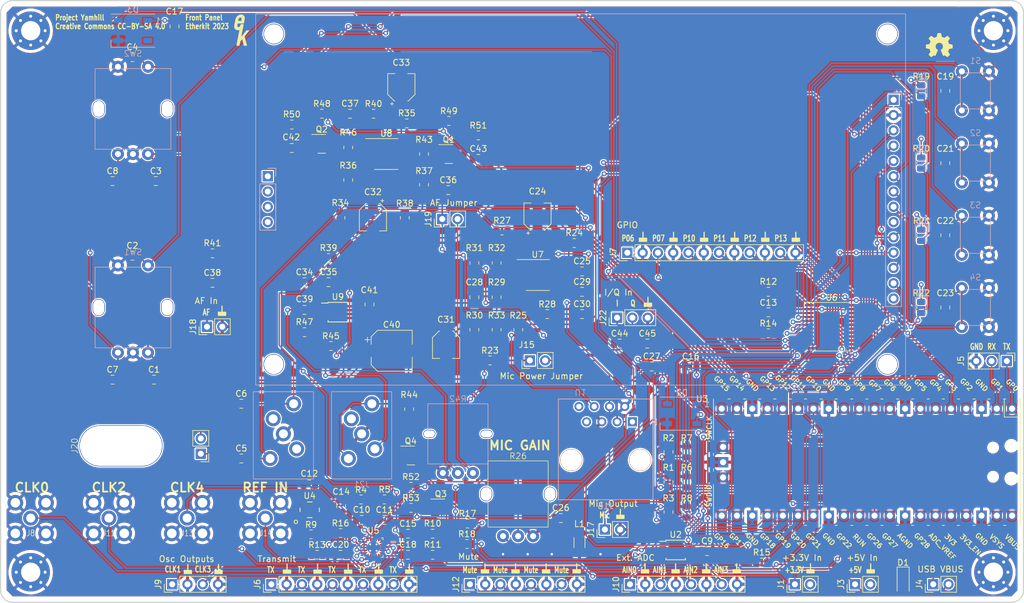
<source format=kicad_pcb>
(kicad_pcb (version 20221018) (generator pcbnew)
  (title_block (title "Project Yamhill") (date "2023-08-24") (rev "A") (company "Etherkit"))
  (layers (0 "F.Cu" signal) (31 "B.Cu" signal) (34 "B.Paste" user) (35 "F.Paste" user) (36 "B.SilkS" user "B.Silkscreen") (37 "F.SilkS" user "F.Silkscreen") (38 "B.Mask" user) (39 "F.Mask" user) (44 "Edge.Cuts" user))
  (net 0 "")
  (net 1 "GNDD")
  (net 2 "ENC1_A")
  (net 3 "ENC1_SW")
  (net 4 "ENC2_A")
  (net 5 "ENC2_SW")
  (net 6 "PDL_B")
  (net 7 "PDL_A")
  (net 8 "ENC1_B")
  (net 9 "ENC2_B")
  (net 10 "+5V")
  (net 11 "Net-(U5-VDD)")
  (net 12 "Net-(U5-VDDOC)")
  (net 13 "Net-(U4-OE)")
  (net 14 "+3.3V")
  (net 15 "Net-(U4-OUT)")
  (net 16 "Net-(U5-XA)")
  (net 17 "Net-(U5-VDDOD)")
  (net 18 "Net-(U5-VDDOA)")
  (net 19 "Net-(U6-P00)")
  (net 20 "Net-(U5-VDDOB)")
  (net 21 "Net-(U6-P01)")
  (net 22 "Net-(U6-P02)")
  (net 23 "Net-(U6-P03)")
  (net 24 "Net-(U7A-V+)")
  (net 25 "GND")
  (net 26 "Net-(C25-Pad1)")
  (net 27 "Net-(U7B--)")
  (net 28 "Net-(J15-Pin_2)")
  (net 29 "Net-(C26-Pad2)")
  (net 30 "PTT")
  (net 31 "Net-(C28-Pad1)")
  (net 32 "Net-(U7A-+)")
  (net 33 "MIC_SAMPLE")
  (net 34 "Net-(U7B-+)")
  (net 35 "Net-(C31-Pad1)")
  (net 36 "Net-(C32-Pad1)")
  (net 37 "Net-(U8A-V+)")
  (net 38 "MCU_DAC")
  (net 39 "Net-(U9-VIN)")
  (net 40 "Net-(U9-VDD)")
  (net 41 "I_SAMPLE")
  (net 42 "Net-(Q1-D)")
  (net 43 "Net-(C37-Pad1)")
  (net 44 "Net-(Q2-D)")
  (net 45 "Net-(J18-Pin_1)")
  (net 46 "Net-(C38-Pad2)")
  (net 47 "Net-(C39-Pad2)")
  (net 48 "Net-(J20-Pin_1)")
  (net 49 "Net-(C40-Pad2)")
  (net 50 "Net-(U9-BYP)")
  (net 51 "Net-(Q2-G)")
  (net 52 "Net-(Q1-G)")
  (net 53 "Net-(D1-K)")
  (net 54 "Net-(D2-DOUT)")
  (net 55 "Net-(D2-DIN)")
  (net 57 "Net-(D4-K)")
  (net 58 "Net-(D5-K)")
  (net 59 "Net-(D6-K)")
  (net 60 "Net-(D7-K)")
  (net 61 "Net-(J4-Pin_1)")
  (net 62 "Net-(J5-Pin_1)")
  (net 63 "Net-(J5-Pin_2)")
  (net 64 "TX")
  (net 65 "P06")
  (net 66 "P07")
  (net 67 "P10")
  (net 68 "P11")
  (net 69 "P12")
  (net 70 "P13")
  (net 71 "CLK0")
  (net 72 "CLK1")
  (net 73 "CLK3")
  (net 74 "Net-(J10-Pin_1)")
  (net 75 "Net-(J10-Pin_3)")
  (net 76 "Net-(J10-Pin_5)")
  (net 77 "Net-(J10-Pin_7)")
  (net 78 "CLK2")
  (net 79 "MUTE")
  (net 80 "CLK4")
  (net 81 "Net-(J14-In)")
  (net 82 "Net-(J15-Pin_1)")
  (net 84 "Net-(J16-Pad6)")
  (net 87 "Net-(J19-Pin_2)")
  (net 88 "Net-(J20-Pin_2)")
  (net 89 "Net-(Q1-S)")
  (net 90 "Net-(Q2-S)")
  (net 91 "ADC_VREF")
  (net 92 "Q_SAMPLE")
  (net 93 "GPIO_INT")
  (net 94 "Net-(U5-VC{slash}INTR)")
  (net 95 "Net-(U6-~{RESET})")
  (net 96 "WS2812")
  (net 97 "SCL")
  (net 98 "SDA")
  (net 99 "Net-(U6-P17)")
  (net 100 "Net-(U6-P16)")
  (net 101 "Net-(U6-P15)")
  (net 102 "Net-(U6-P14)")
  (net 103 "Net-(R27-Pad1)")
  (net 104 "Net-(U7A--)")
  (net 105 "V_GND")
  (net 106 "Net-(U8B-+)")
  (net 107 "Net-(U9-HPSENSE)")
  (net 108 "LCD_CS")
  (net 109 "LCD_RESET")
  (net 110 "LCD_DC")
  (net 111 "SPI_TX")
  (net 112 "SPI_SCK")
  (net 114 "TS_CS")
  (net 115 "SPI_RX")
  (net 128 "SDA_3V3")
  (net 129 "SCL_3V3")
  (net 130 "Net-(J22-Pin_1)")
  (net 131 "Net-(J22-Pin_2)")
  (footprint "Capacitor_SMD:C_0805_2012Metric" (layer "F.Cu") (at 146.635 102.1)
    (fp_text reference "C30")
    (fp_text value "2.7n" hide)
  )
  (footprint "Capacitor_SMD:C_0805_2012Metric" (layer "F.Cu") (at 158.2 110.8)
    (fp_text reference "C27")
    (fp_text value "100n" hide)
  )
  (footprint "Capacitor_SMD:C_0805_2012Metric" (layer "F.Cu") (at 124.4 81.5)
    (fp_text reference "C36")
    (fp_text value "1u" hide)
  )
  (footprint "Connector_PinHeader_2.54mm:PinHeader_1x08_P2.54mm_Vertical" (layer "F.Cu") (at 154.6 147 90)
    (fp_text reference "J10")
    (fp_text value "Ext. ADC")
  )
  (footprint "Resistor_SMD:R_0805_2012Metric" (layer "F.Cu") (at 118.2 130.8)
    (fp_text reference "R52")
    (fp_text value "4.7k" hide)
  )
  (footprint "Connector_PinHeader_2.54mm:PinHeader_1x02_P2.54mm_Vertical" (layer "F.Cu") (at 150.425 137.9 90)
    (fp_text reference "J17")
    (fp_text value "Mic Output")
  )
  (footprint "Capacitor_SMD:C_0805_2012Metric" (layer "F.Cu") (at 90 117)
    (fp_text reference "C6")
    (fp_text value "100n" hide)
  )
  (footprint "Resistor_SMD:R_0805_2012Metric" (layer "F.Cu") (at 127.6 136.9)
    (fp_text reference "R17")
    (fp_text value "4.7k" hide)
  )
  (footprint "Resistor_SMD:R_0805_2012Metric" (layer "F.Cu") (at 164 135 90)
    (fp_text reference "R8")
    (fp_text value "47k" hide)
  )
  (footprint "Connector_PinHeader_2.54mm:PinHeader_1x02_P2.54mm_Vertical" (layer "F.Cu") (at 137.96 109.8 90)
    (fp_text reference "J15")
    (fp_text value "Mic Power Jumper")
  )
  (footprint "Connector_PinHeader_2.54mm:PinHeader_1x02_P2.54mm_Vertical" (layer "F.Cu") (at 182 147 90)
    (fp_text reference "J1")
    (fp_text value "+3.3V In")
  )
  (footprint "Resistor_SMD:R_0805_2012Metric" (layer "F.Cu") (at 132.435 104.7 -90)
    (fp_text reference "R33")
    (fp_text value "10k" hide)
  )
  (footprint "Resistor_SMD:R_0805_2012Metric" (layer "F.Cu") (at 132.435 93.6 90)
    (fp_text reference "R32")
    (fp_text value "270k" hide)
  )
  (footprint "MountingHole:MountingHole_3.2mm_M3_Pad_Via" (layer "F.Cu") (at 55 145)
    (fp_text reference "H3" hide)
    (fp_text value "MountingHole_Pad" hide)
  )
  (footprint "Connector_PinHeader_2.54mm:PinHeader_1x04_P2.54mm_Vertical" (layer "F.Cu") (at 78.52 147 90)
    (fp_text reference "J9")
    (fp_text value "Osc Outputs")
  )
  (footprint "Package_TO_SOT_SMD:SOT-23" (layer "F.Cu") (at 103.375 73.805)
    (fp_text reference "Q2")
    (fp_text value "2N7002")
  )
  (footprint "Capacitor_SMD:C_0805_2012Metric" (layer "F.Cu") (at 71.9 59.4)
    (fp_text reference "C4")
    (fp_text value "100n" hide)
  )
  (footprint "EtherkitKicadLibrary:Ole_Wolff_OWS-091630W50A-8" (layer "F.Cu") (at 70 124 90)
    (fp_text reference "J20")
    (fp_text value "Speaker" hide)
  )
  (footprint "Resistor_SMD:R_0805_2012Metric" (layer "F.Cu") (at 103.4 68.8)
    (fp_text reference "R48")
    (fp_text value "470" hide)
  )
  (footprint "Capacitor_SMD:C_0805_2012Metric" (layer "F.Cu") (at 143.1 136 180)
    (fp_text reference "C26")
    (fp_text value "1u" hide)
  )
  (footprint "Resistor_SMD:R_0805_2012Metric" (layer "F.Cu") (at 120.375 80.605 90)
    (fp_text reference "R37")
    (fp_text value "100k" hide)
  )
  (footprint "MCU_RaspberryPi_and_Boards:RPi_Pico_SMD_TH" (layer "F.Cu") (at 193.97 126.71 -90)
    (fp_text reference "U3")
    (fp_text value "Pico")
  )
  (footprint "Resistor_SMD:R_0805_2012Metric" (layer "F.Cu") (at 128.735 93.6 90)
    (fp_text reference "R31")
    (fp_text value "470" hide)
  )
  (footprint "Capacitor_SMD:C_0805_2012Metric" (layer "F.Cu") (at 104.5 96.8 180)
    (fp_text reference "C35")
    (fp_text value "1u" hide)
  )
  (footprint "Resistor_SMD:R_0805_2012Metric" (layer "F.Cu") (at 117.9 117.9 -90)
    (fp_text reference "R44")
    (fp_text value "150" hide)
  )
  (footprint "Capacitor_SMD:CP_Elec_4x4.5" (layer "F.Cu") (at 139.235 85.9 90)
    (fp_text reference "C24")
    (fp_text value "10u" hide)
  )
  (footprint "Capacitor_SMD:CP_Elec_4x4.5" (layer "F.Cu") (at 116.6 64.4 90)
    (fp_text reference "C33")
    (fp_text value "10u" hide)
  )
  (footprint "Resistor_SMD:R_0805_2012Metric" (layer "F.Cu") (at 127.5 140.3)
    (fp_text reference "R18")
    (fp_text value "4.7k" hide)
  )
  (footprint "Resistor_SMD:R_0805_2012Metric" (layer "F.Cu") (at 111.975 68.805)
    (fp_text reference "R40")
    (fp_text value "1k" hide)
  )
  (footprint "Capacitor_SMD:C_0805_2012Metric" (layer "F.Cu") (at 207 77 90)
    (fp_text reference "C21")
    (fp_text value "100n" hide)
  )
  (footprint "Resistor_SMD:R_0805_2012Metric" (layer "F.Cu") (at 128.735 104.7 90)
    (fp_text reference "R30")
    (fp_text value "10k" hide)
  )
  (footprint "Capacitor_SMD:C_0805_2012Metric" (layer "F.Cu") (at 98.4 74.5 180)
    (fp_text reference "C42")
    (fp_text value "1u" hide)
  )
  (footprint "Package_SO:TSSOP-10_3x3mm_P0.5mm" (layer "F.Cu") (at 162.2 141.3)
    (fp_text reference "U2")
    (fp_text value "ADS1115IDGS" hide)
  )
  (footprint "Capacitor_SMD:CP_Elec_4x4.5" (layer "F.Cu") (at 111.875 86.005 -90)
    (fp_text reference "C32")
    (fp_text value "10u" hide)
  )
  (footprint "EtherkitKicadLibrary:SMA_Jack_Vertical" (layer "F.Cu") (at 55 136)
    (fp_text reference "J8")
    (fp_text value "CLK0" hide)
  )
  (footprint "Resistor_SMD:R_0805_2012Metric" (layer "F.Cu") (at 107.775 74.405 90)
    (fp_text reference "R46")
    (fp_text value "1k" hide)
  )
  (footprint "Capacitor_SMD:C_0805_2012Metric" (layer "F.Cu") (at 152.885 107)
    (fp_text reference "C44")
    (fp_text value "100n" hide)
  )
  (footprint "EtherkitKicadLibrary:OSHWLogo4mm" (layer "F.Cu") (at 206 57.4)
    (fp_text reference "G***" hide)
    (fp_text value "LOGO" hide)
  )
  (footprint "Capacitor_SMD:C_0805_2012Metric" (layer "F.Cu") (at 108.075 68.805 180)
    (fp_text reference "C37")
    (fp_text value "1u" hide)
  )
  (footprint "Diode_SMD:D_SOD-123" (layer "F.Cu") (at 200 146.5 -90)
    (fp_text reference "D1")
    (fp_text value "MBRX120LF-TP" hide)
  )
  (footprint "Connector_PinHeader_2.54mm:PinHeader_1x02_P2.54mm_Vertical" (layer "F.Cu") (at 192 147 90)
    (fp_text reference "J3")
    (fp_text value "+5V In")
  )
  (footprint "Resistor_SMD:R_0805_2012Metric" (layer "F.Cu") (at 203 65 -90)
    (fp_text reference "R19")
    (fp_text value "330" hide)
  )
  (footprint "Connector_PinHeader_2.54mm:PinHeader_1x02_P2.54mm_Vertical" (layer "F.Cu") (at 205 147 90)
    (fp_text reference "J4")
    (fp_text value "USB VBUS")
  )
  (footprint "Resistor_SMD:R_0805_2012Metric" (layer "F.Cu") (at 117.5 70.4 180)
    (fp_text reference "R35")
    (fp_text value "47" hide)
  )
  (footprint "Connector_PinHeader_2.54mm:PinHeader_1x02_P2.54mm_Vertical" (layer "F.Cu") (at 123.4 86.3 90)
    (fp_text reference "J19")
    (fp_text value "AF Jumper")
  )
  (footprint "Capacitor_SMD:C_0805_2012Metric" (layer "F.Cu") (at 85.2 96.9)
    (fp_text reference "C38")
    (fp_text value "1u" hide)
  )
  (footprint "Capacitor_SMD:C_0805_2012Metric" (layer "F.Cu") (at 106.6 134 -90)
    (fp_text reference "C14")
    (fp_text value "10n" hide)
  )
  (footprint "Resistor_SMD:R_0805_2012Metric" (layer "F.Cu") (at 161 135 -90)
    (fp_text reference "R3")
    (fp_text value "47k" hide)
  )
  (footprint "Resistor_SMD:R_0805_2012Metric" (layer "F.Cu") (at 113.8 132.9)
    (fp_text reference "R5")
    (fp_text value "47" hide)
  )
  (footprint "Resistor_SMD:R_0805_2012Metric" (layer "F.Cu") (at 121.8 142.1 180)
    (fp_text reference "R11")
    (fp_text value "47" hide)
  )
  (footprint "Resistor_SMD:R_0805_2012Metric" (layer "F.Cu") (at 203 77 -90)
    (fp_text reference "R20")
    (fp_text value "330" hide)
  )
  (footprint "Capacitor_SMD:C_0805_2012Metric" (layer "F.Cu") (at 177.6 101.8 180)
    (fp_text reference "C13")
    (fp_text value "100n" hide)
  )
  (footprint "MountingHole:MountingHole_3.2mm_M3_Pad_Via" (layer "F.Cu") (at 215 145)
    (fp_text reference "H4" hide)
    (fp_text value "MountingHole_Pad" hide)
  )
  (footprint "Resistor_SMD:R_0805_2012Metric" (layer "F.Cu") (at 133.335 88.2)
    (fp_text reference "R27")
    (fp_text value "10k" hide)
  )
  (footprint "EtherkitKicadLibrary:ASTX-H11-25.000MHZ-T" (layer "F.Cu") (at 101.369978 134.630022)
    (fp_text reference "U4")
    (fp_text value "ATX-H11-F-25.000MHZ-F25-T" hide)
  )
  (footprint "Resistor_SMD:R_0805_2012Metric" (layer "F.Cu") (at 102.6 142.1)
    (fp_text reference "R13")
    (fp_text value "10k" hide)
  )
  (footprint "Resistor_SMD:R_0805_2012Metric" (layer "F.Cu") (at 203 101 -90)
    (fp_text reference "R22")
    (fp_text value "330" hide)
  )
  (footprint "Capacitor_SMD:C_0805_2012Metric" (layer "F.Cu") (at 117.7 142.1 180)
    (fp_text reference "C18")
    (fp_text value "100n" hide)
  )
  (footprint "Capacitor_SMD:C_0805_2012Metric" (layer "F.Cu") (at 146.635 95 180)
    (fp_text reference "C25")
    (fp_text value "10n" hide)
  )
  (footprint "Package_DFN_QFN:VQFN-20-1EP_3x3mm_P0.45mm_EP1.55x1.55mm_ThermalVias" (layer "F.Cu") (at 111.95 140.9)
    (fp_text reference "U5")
    (fp_text value "Si5351C" hide)
  )
  (footprint "Resistor_SMD:R_0805_2012Metric" (layer "F.Cu") (at 121.8 138.6 180)
    (fp_text reference "R10")
    (fp_text value "47" hide)
  )
  (footprint "Connector_PinHeader_2.54mm:PinHeader_1x03_P2.54mm_Vertical" (layer "F.Cu") (at 152.46 102.7 90)
    (fp_text reference "J22")
    (fp_text value "I/Q In")
  )
  (footprint "Resistor_SMD:R_0805_2012Metric" (layer "F.Cu") (at 106.5 138.5)
    (fp_text reference "R16")
    (fp_text value "47" hide)
  )
  (footprint "Capacitor_SMD:C_0805_2012Metric" (layer "F.Cu") (at 128.735 99.3 90)
    (fp_text reference "C28")
    (fp_text value "1u" hide)
  )
  (footprint "Resistor_SMD:R_0805_2012Metric" (layer "F.Cu") (at 118.2 134.3)
    (fp_text reference "R53")
    (fp_text value "4.7k" hide)
  )
  (footprint "Capacitor_SMD:C_0805_2012Metric" (layer "F.Cu") (at 90 126.1)
    (fp_text reference "C5")
    (fp_text value "100n" hide)
  )
  (footprint "EtherkitKicadLibrary:Bournes_PTV09A" (layer "F.Cu") (at 136 132)
    (fp_text reference "R26")
    (fp_text value "5k trim" hide)
  )
  (footprint "MountingHole:MountingHole_3.2mm_M3_Pad_Via" (layer "F.Cu") (at 55 55)
    (fp_text reference "H1" hide)
    (fp_text value "MountingHole_Pad" hide)
  )
  (footprint "Package_SO:SOIC-8_3.9x4.9mm_P1.27mm" (layer "F.Cu") (at 139.26 95.605)
    (fp_text reference "U7")
    (fp_text value "TLV9362")
  )
  (footprint "Resistor_SMD:R_0805_2012Metric" (layer "F.Cu") (at 101.6 138.7 180)
    (fp_text reference "R9")
    (fp_text value "47" hide)
  )
  (footprint "Capacitor_SMD:C_0805_2012Metric" (layer "F.Cu") (at 68.6 80)
    (fp_text reference "C8")
    (fp_text value "100n" hide)
  )
  (footprint "Capacitor_SMD:CP_Elec_6.3x5.9" (layer "F.Cu") (at 115 108.2)
    (fp_text reference "C40")
    (fp_text value "100u" hide)
  )
  (footprint "Resistor_SMD:R_0805_2012Metric" (layer "F.Cu") (at 164 130 90)
    (fp_text reference "R6")
    (fp_text value "47k" hide)
  )
  (footprint "Resistor_SMD:R_0805_2012Metric" (layer "F.Cu") (at 140.835 102.1)
    (fp_text reference "R28")
    (fp_text value "10k" hide)
  )
  (footprint "Capacitor_SMD:C_0805_2012Metric" (layer "F.Cu") (at 78.9 54.3 90)
    (fp_text reference "C17")
    (fp_text value "100n" hide)
  )
  (footprint "Resistor_SMD:R_0805_2012Metric" (layer "F.Cu") (at 109.9 132.9 180)
    (fp_text reference "R4")
    (fp_text value "47" hide)
  )
  (footprint "Resistor_SMD:R_0805_2012Metric" (layer "F.Cu") (at 161 130 -90)
    (fp_text reference "R1")
    (fp_text value "47k" hide)
  )
  (footprint "Connector_PinHeader_2.54mm:PinHeader_1x02_P2.54mm_Vertical" (layer "F.Cu") (at 84.3 104.2 90)
    (fp_text reference "J18")
    (fp_text value "AF In")
  )
  (footprint "Capacitor_SMD:C_0805_2012Metric" (layer "F.Cu") (at 157.485 107)
    (fp_text reference "C45")
    (fp_text value "100n" hide)
  )
  (footprint "EtherkitKicadLibrary:SMA_Jack_Vertical" (layer "F.Cu") (at 81 136)
    (fp_text reference "J13")
    (fp_text value "CLK4" hide)
  )
  (footprint "Capacitor_SMD:C_0805_2012Metric" (layer "F.Cu") (at 100.5 96.8)
    (fp_text reference "C34")
    (fp_text value "100n" hide)
  )
  (footprint "Capacitor_SMD:C_0805_2012Metric" (layer "F.Cu") (at 207 101 90)
    (fp_text reference "C23")
    (fp_text value "100n" hide)
  )
  (footprint "Resistor_SMD:R_0805_2012Metric" (layer "F.Cu") (at 132.435 99.3 -90)
    (fp_text reference "R29")
    (fp_text value "100k" hide)
  )
  (footprint "Resistor_SMD:R_0805_2012Metric" (layer "F.Cu") (at 120.375 75.505 90)
    (fp_text reference "R43")
    (fp_text value "10k" hide)
  )
  (footprint "Package_TO_SOT_SMD:SOT-23" (layer "F.Cu") (at 123.1625 134.4)
    (fp_text reference "Q3")
    (fp_text value "2N7002")
  )
  (footprint "Capacitor_SMD:C_0805_2012Metric" (layer "F.Cu") (at 75.5 113)
    (fp_text reference "C1")
    (fp_text value "100n" hide)
  )
  (footprint "Capacitor_SMD:C_0805_2012Metric" (layer "F.Cu") (at 71.9 92.4)
    (fp_text reference "C2")
    (fp_text value "100n" hide)
  )
  (footprint "Connector_PinHeader_2.54mm:PinHeader_1x08_P2.54mm_Vertical" (layer "F.Cu") (at 128 147 90)
    (fp_text reference "J12")
    (fp_text value "Mute")
  )
  (footprint "Capacitor_SMD:C_0805_2012Metric" (layer "F.Cu") (at 207 65 90)
    (fp_text reference "C19")
    (fp_text value "100n" hide)
  )
  (footprint "Connector_PinHeader_2.54mm:PinHeader_1x10_P2.54mm_Vertical" (layer "F.Cu") (at 95 147 90)
    (fp_text reference "J6")
    (fp_text value "Transmit")
  )
  (footprint "Inductor_SMD:L_1206_3216Metric" (layer "F.Cu") (at 146.2 140.075 90)
    (fp_text reference "L1")
    (fp_text value "Fair-Rite 2512066017Y1" hide)
  )
  (footprint "Resistor_SMD:R_0805_2012Metric" (layer "F.Cu") (at 104.5 92.8 180)
    (fp_text reference "R39")
    (fp_text value "47" hide)
  )
  (footprint "Capacitor_SMD:C_0805_2012Metric" (layer "F.Cu") (at 207 89 90)
    (fp_text reference "C22")
    (fp_text value "100n" hide)
  )
  (footprint "EtherkitKicadLibrary:SMA_Jack_Vertical" (layer "F.Cu") (at 68 136)
    (fp_text reference "J11")
    (fp_text value "CLK2" hide)
  )
  (footprint "Resistor_SMD:R_0805_2012Metric" (layer "F.Cu") (at 145.335 90.3 180)
    (fp_text reference "R24")
    (fp_text value "47" hide)
  )
  (footprint "Capacitor_SMD:C_0805_2012Metric" (layer "F.Cu") (at 110 136.3 180)
    (fp_text reference "C10")
    (fp_text value "100n" hide)
  )
  (footprint "Resistor_SMD:R_0805_2012Metric" (layer "F.Cu") (at 131.335 109.8)
    (fp_text reference "R23")
    (fp_text value "7.5k" hide)
  )
  (footprint "Resistor_SMD:R_0805_2012Metric" (layer "F.Cu") (at 107.775 79.805 90)
    (fp_text reference "R36")
    (fp_text value "100k" hide)
  )
  (footprint "Resistor_SMD:R_0805_2012Metric" (layer "F.Cu") (at 85.2 92 180)
    (fp_text reference "R41")
    (fp_text value "100" hide)
  )
  (footprint "Capacitor_SMD:C_0805_2012Metric" (layer "F.Cu") (at 146.635 98.4)
    (fp_text reference "C29")
    (fp_text value "1u" hide)
  )
  (footprint "Package_SO:TSSOP-8_3x3mm_P0.65mm" (layer "F.Cu") (at 106.05 101.775)
    (fp_text reference "U9")
    (fp_text value "LM4875")
  )
  (footprint "Resistor_SMD:R_0805_2012Metric" (layer "F.Cu") (at 161 125 -90)
    (fp_text reference "R2")
    (fp_text value "47k" hide)
  )
  (footprint "Capacitor_SMD:C_0805_2012Metric" (layer "F.Cu") (at 75.8 80)
    (fp_text reference "C3")
    (fp_text value "100n" hide)
  )
  (footprint "Package_TO_SOT_SMD:SOT-23" (layer "F.Cu") (at 118.1625 125.6)
    (fp_text reference "Q4")
    (fp_text value "2N7002")
  )
  (footprint "Resistor_SMD:R_0805_2012Metric" (layer "F.Cu") (at 106.475 86.105 90)
    (fp_text reference "R34")
    (fp_text value "10k" hide)
  )
  (footprint "Capacitor_SMD:C_0805_2012Metric" (layer "F.Cu") (at 100.5 101.4 180)
    (fp_text reference "C39")
    (fp_text value "100n" hide)
  )
  (footprint "Capacitor_SMD:C_0805_2012Metric" (layer "F.Cu") (at 111.3 100.5 -90)
    (fp_text reference "C41")
    (fp_text value "1u" hide)
  )
  (footprint "Resistor_SMD:R_0805_2012Metric" (layer "F.Cu") (at 203 89 -90)
    (fp_text reference "R21")
    (fp_text value "330" hide)
  )
  (footprint "Resistor_SMD:R_0805_2012Metric" (layer "F.Cu") (at 104.9 107.4)
    (fp_text reference "R45")
    (fp_text value "100k" hide)
  )
  (footprint "Resistor_SMD:R_0805_2012Metric" (layer "F.Cu") (at 100.5 105.1 180)
    (fp_text reference "R47")
    (fp_text value "100k" hide)
  )
  (footprint "Capacitor_SMD:C_0805_2012Metric" (layer "F.Cu") (at 113.8 136.3)
    (fp_text reference "C11")
    (fp_text value "100n" hide)
  )
  (footprint "Package_TO_SOT_SMD:SOT-23" (layer "F.Cu") (at 124.475 75.505)
    (fp_text reference "Q1")
    (fp_text value "2N7002")
  )
  (footprint "Capacitor_SMD:C_0805_2012Metric" (layer "F.Cu") (at 68.6 113)
    (fp_text reference "C7")
    (fp_text value "100n" hide)
  )
  (footprint "Resistor_SMD:R_0805_2012Metric" (layer "F.Cu") (at 177.6 105.3)
    (fp_text reference "R14")
    (fp_text value "10k" hide)
  )
  (footprint "Resistor_SMD:R_0805_2012Metric" (layer "F.Cu") (at 117.175 86.105 -90)
    (fp_text reference "R38")
    (fp_text value "10k" hide)
  )
  (footprint "Resistor_SMD:R_0805_2012Metric" (layer "F.Cu") (at 124.5 70)
    (fp_text reference "R49")
    (fp_text value "1k" hide)
  )
  (footprint "Resistor_SMD:R_0805_2012Metric" (layer "F.Cu") (at 98.4 70.6 180)
    (fp_text reference "R50")
    (fp_text value "100k" hide)
  )
  (footprint "Resistor_SMD:R_0805_2012Metric" (layer "F.Cu") (at 129.4 72.4)
    (fp_text reference "R51")
    (fp_text value "100k" hide)
  )
  (footprint "Package_SO:TSSOP-24_6.1x7.8mm_P0.65mm" (layer "F.Cu") (at 188.1 104.2)
    (fp_text reference "U6")
    (fp_text value "TCAL6416")
  )
  (footprint "MountingHole:MountingHole_3.2mm_M3_Pad_Via" (layer "F.Cu") (at 215 55)
    (fp_text reference "H2" hide)
    (fp_text value "MountingHole_Pad" hide)
  )
  (footprint "Connector_PinHeader_2.54mm:PinHeader_1x03_P2.54mm_Vertical" (layer "F.Cu") (at 217.225 109.9 -90)
    (fp_text reference "J5")
    (fp_text value "UART")
  )
  (footprint "Connector_PinHeader_2.54mm:PinHeader_1x12_P2.54mm_Vertical" (layer "F.Cu") (at 154.16 91.9 90)
    (fp_text reference "J7")
    (fp_text value "GPIO")
  )
  (footprint "Capacitor_SMD:C_0805_2012Metric" (layer "F.Cu") (at 129.4 76.3)
    (fp_text reference "C43")
    (fp_text value "1u" hide)
  )
  (footprint "Resistor_SMD:R_0805_2012Metric" (layer "F.Cu") (at 136.035 104.7125 90)
    (fp_text reference "R25")
    (fp_text value "470" hide)
  )
  (footprint "Capacitor_SMD:C_0805_2012Metric" (layer "F.Cu") (at 164.7 110.8)
    (fp_text reference "C16")
    (fp_text value "100n" hide)
  )
  (footprint "Resistor_SMD:R_0805_2012Metric" (layer "F.Cu") (at 164 125 90)
    (fp_text reference "R7")
    (fp_text value "47k" hide)
  )
  (footprint "Capacitor_SMD:CP_Elec_4x4.5" (layer "F.Cu") (at 124.035 107.2 -90)
    (fp_text reference "C31")
    (fp_text value "10u" hide)
  )
  (footprint "EtherkitKicadLibrary:SMA_Jack_Vertical" (layer "F.Cu") (at 94 136)
    (fp_text reference "J14")
    (fp_text value "REF_IN" hide)
  )
  (footprint "EtherkitKicadLibrary:EtherkitLogoSmall" (layer "F.Cu") (at 90.1 54.9)
    (fp_text reference "Ref**" hide)
    (fp_text value "Val**" hide)
  )
  (footprint "Package_SO:SOIC-8_3.9x4.9mm_P1.27mm" (layer "F.Cu") (at 114.1 75.5)
    (fp_text reference "U8")
    (fp_text value "TLV9362")
  )
  (footprint "Capacitor_SMD:C_0805_2012Metric" (layer "F.Cu") (at 117.7 138.6)
    (fp_text reference "C15")
    (fp_text value "100n" hide)
  )
  (footprint "Resistor_SMD:R_0805_2012Metric" (layer "F.Cu") (at 177.6 98.4 180)
    (fp_text reference "R12")
    (fp_text value "10k" hide)
  )
  (footprint "Resistor_SMD:R_0805_2012Metric" (layer "F.Cu") (at 176.5 143.4 180)
    (fp_text reference "R15")
    (fp_text value "470" hide)
  )
  (footprint "Capacitor_SMD:C_0805_2012Metric" (layer "F.Cu") (at 106.5 142.1)
    (fp_text reference "C20")
    (fp_text value "100n" hide)
  )
  (footprint "Capacitor_SMD:C_0805_2012Metric" (layer "F.Cu") (at 167.4 141.5 180)
    (fp_text reference "C9")
    (fp_text value "100n" hide)
  )
  (footprint "Capacitor_SMD:C_0805_2012Metric" (layer "F.Cu") (at 101.3 130.4)
    (fp_text reference "C12")
    (fp_text value "100n" hide)
  )
  (footprint "LED_SMD:LED_WS2812B_PLCC4_5.0x5.0mm_P3.2mm" (layer "B.Cu") (at 163.25 118.65 180)
    (fp_text reference "D2")
    (fp_text value "WS2812B")
  )
  (footprint "LED_SMD:LED_WS2812B_PLCC4_5.0x5.0mm_P3.2mm" (layer "B.Cu") (at 72 55 180)
    (fp_text reference "D3")
    (fp_text value "WS2812B")
  )
  (footprint "Connector_RJ:RJ45_OST_PJ012-8P8CX_Vertical" (layer "B.Cu") (at 155 120 180)
    (fp_text reference "J16")
    (fp_text value "Microphone")
  )
  (footprint "LED_SMD:LED_0805_2012Metric" (layer "B.Cu") (at 203 77 -90)
    (fp_text reference "D5")
    (fp_text value "LED" hide)
  )
  (footprint "EtherkitKicadLibrary:E-Switch_TL1105" (layer "B.Cu") (at 212 77 180)
    (fp_text reference "S2")
    (fp_text value "PUSHBUTTON_TACTILE" hide)
  )
  (footprint "LED_SMD:LED_0805_2012Metric" (layer "B.Cu") (at 203 65 -90)
    (fp_text reference "D4")
    (fp_text value "LED" hide)
  )
  (footprint "EtherkitKicadLibrary:Kycon_STX-3680-5NB" (layer "B.Cu") (at 97 122 180)
    (fp_text reference "J2")
    (fp_text value "Paddles" hide)
  )
  (footprint "LED_SMD:LED_0805_2012Metric" (layer "B.Cu") (at 203 101 -90)
    (fp_text reference "D7")
    (fp_text value "LED" hide)
  )
  (footprint "LED_SMD:LED_0805_2012Metric" (layer "B.Cu") (at 203 89 -90)
    (fp_text reference "D6")
    (fp_text value "LED" hide)
  )
  (footprint "EtherkitKicadLibrary:Alps_RK09L1140" (layer "B.Cu") (at 126 122 180)
    (fp_text reference "R42")
    (fp_text value "10k" hide)
  )
  (footprint "EtherkitKicadLibrary:E-Switch_TL1105" (layer "B.Cu") (at 212 101 180)
    (fp_text reference "S4")
    (fp_text value "PUSHBUTTON_TACTILE" hide)
  )
  (footprint "EtherkitKicadLibrary:Kycon_STX-3680-5NB" (layer "B.Cu") (at 110 122 180)
    (fp_text reference "J21")
    (fp_text value "Headphones" hide)
  )
  (footprint "EtherkitKicadLibrary:E-Switch_TL1105" (layer "B.Cu") (at 212 89 180)
    (fp_text reference "S3")
    (fp_text value "PUSHBUTTON_TACTILE" hide)
  )
  (footprint "EtherkitKicadLibrary:ST7796_4.0in" (layer "B.Cu") (at 146.4 83)
    (fp_text reference "U1")
    (fp_text value "4\" TFT LCD ST7796S" hide)
  )
  (footprint "EtherkitKicadLibrary:Bournes_PEC11R-4xxxF-Sxxxx" (layer "B.Cu") (at 72 101 180)
    (fp_text reference "SW1")
    (fp_text value "Tune" hide)
  )
  (footprint "EtherkitKicadLibrary:E-Switch_TL1105" (layer "B.Cu") (at 212 65 180)
    (fp_text reference "S1")
    (fp_text value "PUSHBUTTON_TACTILE" hide)
  )
  (footprint "EtherkitKicadLibrary:Bournes_PEC11R-4xxxF-Sxxxx" (layer "B.Cu") (at 72 68 180)
    (fp_text reference "SW2")
    (fp_text value "Multifunction" hide)
  )
  (gr_line (start 172.34 143.6) (end 172.34 144.6) (stroke (width 0.2)) (layer "F.SilkS"))
  (gr_rect (start 97 144.65) (end 98.2 145.15) (stroke (width 0.2)) (fill solid) (layer "F.SilkS"))
  (gr_line (start 182.16 88.5) (end 182.16 89.5) (stroke (width 0.2)) (layer "F.SilkS"))
  (gr_rect (start 161.24 89.5) (end 162.44 90) (stroke (width 0.2)) (fill solid) (layer "F.SilkS"))
  (gr_line (start 102.68 143.65) (end 102.68 144.65) (stroke (width 0.2)) (layer "F.SilkS"))
  (gr_line (start 184.6 143.6) (end 184.6 144.6) (stroke (width 0.2)) (layer "F.SilkS"))
  (gr_line (start 107.76 143.65) (end 107.76 144.65) (stroke (width 0.2)) (layer "F.SilkS"))
  (gr_rect (start 145.14 144.6) (end 146.34 145.1) (stroke (width 0.2)) (fill solid) (layer "F.SilkS"))
  (gr_line (start 156.76 88.5) (end 156.76 89.5) (stroke (width 0.2)) (layer "F.SilkS"))
  (gr_line (start 97.6 143.65) (end 97.6 144.65) (stroke (width 0.2)) (layer "F.SilkS"))
  (gr_line (start 81.12 143.7) (end 81.12 144.7) (stroke (width 0.2)) (layer "F.SilkS"))
  (gr_rect (start 86.2 101.8) (end 87.4 102.3) (stroke (width 0.2)) (fill solid) (layer "F.SilkS"))
  (gr_line (start 117.92 143.65) (end 117.92 144.65) (stroke (width 0.2)) (layer "F.SilkS"))
  (gr_rect (start 129.9 144.6) (end 131.1 145.1) (stroke (width 0.2)) (fill solid) (layer "F.SilkS"))
  (gr_line (start 112.84 143.65) (end 112.84 144.65) (stroke (width 0.2)) (layer "F.SilkS"))
  (gr_rect (start 140.06 144.6) (end 141.26 145.1) (stroke (width 0.2)) (fill solid) (layer "F.SilkS"))
  (gr_rect (start 176.48 89.5) (end 177.68 90) (stroke (width 0.2)) (fill solid) (layer "F.SilkS"))
  (gr_line (start 135.58 143.6) (end 135.58 144.6) (stroke (width 0.2)) (layer "F.SilkS"))
  (gr_rect (start 112.24 144.65) (end 113.44 145.15) (stroke (width 0.2)) (fill solid) (layer "F.SilkS"))
  (gr_line (start 177.08 88.5) (end 177.08 89.5) (stroke (width 0.2)) (layer "F.SilkS"))
  (gr_rect (start 184 144.6) (end 185.2 145.1) (stroke (width 0.2)) (fill solid) (layer "F.SilkS"))
  (gr_line (start 86.22 143.7) (end 86.22 144.7) (stroke (width 0.2)) (layer "F.SilkS"))
  (gr_line (start 161.84 88.5) (end 161.84 89.5) (stroke (width 0.2)) (layer "F.SilkS"))
  (gr_line (start 194.6 143.6) (end 194.6 144.6) (stroke (width 0.2)) (layer "F.SilkS"))
  (gr_line (start 130.5 143.6) (end 130.5 144.6) (stroke (width 0.2)) (layer "F.SilkS"))
  (gr_rect (start 161.58 144.6) (end 162.78 145.1) (stroke (width 0.2)) (fill solid) (layer "F.SilkS"))
  (gr_rect (start 156.985 100.3) (end 158.185 100.8) (stroke (width 0.2)) (fill solid) (layer "F.SilkS"))
  (gr_rect (start 194 144.6) (end 195.2 145.1) (stroke (width 0.2)) (fill solid) (layer "F.SilkS"))
  (gr_rect (start 166.32 89.5) (end 167.52 90) (stroke (width 0.2)) (fill solid) (layer "F.SilkS"))
  (gr_rect (start 85.62 144.7) (end 86.82 145.2) (stroke (width 0.2)) (fill solid) (layer "F.SilkS"))
  (gr_line (start 140.66 143.6) (end 140.66 144.6) (stroke (width 0.2)) (layer "F.SilkS"))
  (gr_rect (start 166.66 144.6) (end 167.86 145.1) (stroke (width 0.2)) (fill solid) (layer "F.SilkS"))
  (gr_rect (start 171.74 144.6) (end 172.94 145.1) (stroke (width 0.2)) (fill solid) (layer "F.SilkS"))
  (gr_line (start 162.18 143.6) (end 162.18 144.6) (stroke (width 0.2)) (layer "F.SilkS"))
  (gr_line (start 86.8 100.8) (end 86.8 101.8) (stroke (width 0.2)) (layer "F.SilkS"))
  (gr_line (start 167.26 143.6) (end 167.26 144.6) (stroke (width 0.2)) (layer "F.SilkS"))
  (gr_rect (start 134.98 144.6) (end 136.18 145.1) (stroke (width 0.2)) (fill solid) (layer "F.SilkS"))
  (gr_rect (start 117.32 144.65) (end 118.52 145.15) (stroke (width 0.2)) (fill solid) (layer "F.SilkS"))
  (gr_rect (start 102.08 144.65) (end 103.28 145.15) (stroke (width 0.2)) (fill solid) (layer "F.SilkS"))
  (gr_rect (start 152.4 135.55) (end 153.6 136.05) (stroke (width 0.2)) (fill solid) (layer "F.SilkS"))
  (gr_rect (start 107.16 144.65) (end 108.36 145.15) (stroke (width 0.2)) (fill solid) (layer "F.SilkS"))
  (gr_line (start 157.585 99.3) (end 157.585 100.3) (stroke (width 0.2)) (layer "F.SilkS"))
  (gr_line (start 172 88.5) (end 172 89.5) (stroke (width 0.2)) (layer "F.SilkS"))
  (gr_line (start 157.1 143.6) (end 157.1 144.6) (stroke (width 0.2)) (layer "F.SilkS"))
  (gr_rect (start 80.52 144.7) (end 81.72 145.2) (stroke (width 0.2)) (fill solid) (layer "F.SilkS"))
  (gr_rect (start 181.56 89.5) (end 182.76 90) (stroke (width 0.2)) (fill solid) (layer "F.SilkS"))
  (gr_rect (start 156.16 89.5) (end 157.36 90) (stroke (width 0.2)) (fill solid) (layer "F.SilkS"))
  (gr_rect (start 171.4 89.5) (end 172.6 90) (stroke (width 0.2)) (fill solid) (layer "F.SilkS"))
  (gr_rect (start 156.5 144.6) (end 157.7 145.1) (stroke (width 0.2)) (fill solid) (layer "F.SilkS"))
  (gr_line (start 145.74 143.6) (end 145.74 144.6) (stroke (width 0.2)) (layer "F.SilkS"))
  (gr_line (start 166.92 88.5) (end 166.92 89.5) (stroke (width 0.2)) (layer "F.SilkS"))
  (gr_line (start 153 134.55) (end 153 135.55) (stroke (width 0.2)) (layer "F.SilkS"))
  (gr_line (start 218 150) (end 52 150) (stroke (width 0.2)) (layer "Edge.Cuts"))
  (gr_arc (start 52 150) (mid 50.585786 149.414214) (end 50 148) (stroke (width 0.2)) (layer "Edge.Cuts"))
  (gr_arc (start 218 50) (mid 219.414214 50.585786) (end 220 52) (stroke (width 0.2)) (layer "Edge.Cuts"))
  (gr_arc (start 50 52) (mid 50.585786 50.585786) (end 52 50) (stroke (width 0.2)) (layer "Edge.Cuts"))
  (gr_line (start 50 148) (end 50 52) (stroke (width 0.2)) (layer "Edge.Cuts"))
  (gr_line (start 52 50) (end 218 50) (stroke (width 0.2)) (layer "Edge.Cuts"))
  (gr_arc (start 220 148) (mid 219.414214 149.414214) (end 218 150) (stroke (width 0.2)) (layer "Edge.Cuts"))
  (gr_line (start 220 52) (end 220 148) (stroke (width 0.2)) (layer "Edge.Cuts"))
  (gr_text "Rev A" (at 203.4 53.6) (layer "F.Cu" knockout) (effects (font (size 1.5 1.2) (thickness 0.3) bold) (justify left bottom)))
  (gr_text "AIN2" (at 164.66 145.2) (layer "F.SilkS") (effects (font (size 1 0.7) (thickness 0.175) bold) (justify bottom)))
  (gr_text "GND" (at 212.2 108.1) (layer "F.SilkS") (effects (font (size 1 0.7) (thickness 0.175) bold) (justify bottom)))
  (gr_text "AF" (at 84.2 102.4) (layer "F.SilkS") (effects (font (size 1 0.7) (thickness 0.175) bold) (justify bottom)))
  (gr_text "CLK1" (at 78.62 145.1) (layer "F.SilkS") (effects (font (size 1 0.7) (thickness 0.175) bold) (justify bottom)))
  (gr_text "P06" (at 154.26 90.1) (layer "F.SilkS") (effects (font (size 1 0.7) (thickness 0.175) bold) (justify bottom)))
  (gr_text "P07" (at 159.34 90.1) (layer "F.SilkS") (effects (font (size 1 0.7) (thickness 0.175) bold) (justify bottom)))
  (gr_text "CLK3" (at 83.62 145.1) (layer "F.SilkS") (effects (font (size 1 0.7) (thickness 0.175) bold) (justify bottom)))
  (gr_text "+5V" (at 192 145.2) (layer "F.SilkS") (effects (font (size 1 0.7) (thickness 0.175) bold) (justify bottom)))
  (gr_text "Q" (at 155.085 100.9) (layer "F.SilkS") (effects (font (size 1 0.7) (thickness 0.175) bold) (justify bottom)))
  (gr_text "P13" (at 179.66 90.1) (layer "F.SilkS") (effects (font (size 1 0.7) (thickness 0.175) bold) (justify bottom)))
  (gr_text "+3.3V" (at 181.9 145.2) (layer "F.SilkS") (effects (font (size 1 0.7) (thickness 0.175) bold) (justify bottom)))
  (gr_text "AIN3" (at 169.74 145.2) (layer "F.SilkS") (effects (font (size 1 0.7) (thickness 0.175) bold) (justify bottom)))
  (gr_text "P12" (at 174.58 90.1) (layer "F.SilkS") (effects (font (size 1 0.7) (thickness 0.175) bold) (justify bottom)))
  (gr_text "Mute" (at 143.24 145.2) (layer "F.SilkS") (effects (font (size 1 0.7) (thickness 0.175) bold) (justify bottom)))
  (gr_text "TX" (at 105.06 145.2) (layer "F.SilkS") (effects (font (size 1 0.7) (thickness 0.175) bold) (justify bottom)))
  (gr_text "TX" (at 110.14 145.2) (layer "F.SilkS") (effects (font (size 1 0.7) (thickness 0.175) bold) (justify bottom)))
  (gr_text "P10" (at 164.42 90.1) (layer "F.SilkS") (effects (font (size 1 0.7) (thickness 0.175) bold) (justify bottom)))
  (gr_text "Mute" (at 138.16 145.2) (layer "F.SilkS") (effects (font (size 1 0.7) (thickness 0.175) bold) (justify bottom)))
  (gr_text "CLK2" (at 68 131.8) (layer "F.SilkS") (effects (font (size 1.5 1.5) (thickness 0.3) bold) (justify bottom)))
  (gr_text "CLK0" (at 55.2 131.8) (layer "F.SilkS") (effects (font (size 1.5 1.5) (thickness 0.3) bold) (justify bottom)))
  (gr_text "Project Yamhill\nCreative Commons CC-BY-SA 4.0" (at 59 54.8) (layer "F.SilkS") (effects (font (size 0.9 0.7) (thickness 0.175) bold) (justify left bottom)))
  (gr_text "REF IN" (at 94 131.8) (layer "F.SilkS") (effects (font (size 1.5 1.5) (thickness 0.3) bold) (justify bottom)))
  (gr_text "Mute" (at 133.08 145.2) (layer "F.SilkS") (effects (font (size 1 0.7) (thickness 0.175) bold) (justify bottom)))
  (gr_text "I" (at 152.485 100.9) (layer "F.SilkS") (effects (font (size 1 0.7) (thickness 0.175) bold) (justify bottom)))
  (gr_text "CLK4" (at 81 131.8) (layer "F.SilkS") (effects (font (size 1.5 1.5) (thickness 0.3) bold) (justify bottom)))
  (gr_text "TX" (at 115.22 145.2) (layer "F.SilkS") (effects (font (size 1 0.7) (thickness 0.175) bold) (justify bottom)))
  (gr_text "Mic" (at 150.4 136.1) (layer "F.SilkS") (effects (font (size 1 0.7) (thickness 0.175) bold) (justify bottom)))
  (gr_text "Front Panel\nEtherkit 2023" (at 80.6 54.8) (layer "F.SilkS") (effects (font (size 0.9 0.7) (thickness 0.175) bold) (justify left bottom)))
  (gr_text "TX" (at 99.98 145.2) (layer "F.SilkS") (effects (font (size 1 0.7) (thickness 0.175) bold) (justify bottom)))
  (gr_text "AIN0" (at 154.5 145.2) (layer "F.SilkS") (effects (font (size 1 0.7) (thickness 0.175) bold) (justify bottom)))
  (gr_text "MIC GAIN" (at 136.3 124.8) (layer "F.SilkS") (effects (font (size 1.5 1.5) (thickness 0.3) bold) (justify bottom)))
  (gr_text "Mute" (at 128 145.2) (layer "F.SilkS") (effects (font (size 1 0.7) (thickness 0.175) bold) (justify bottom)))
  (gr_text "AIN1" (at 159.58 145.2) (layer "F.SilkS") (effects (font (size 1 0.7) (thickness 0.175) bold) (justify bottom)))
  (gr_text "TX" (at 94.9 145.2) (layer "F.SilkS") (effects (font (size 1 0.7) (thickness 0.175) bold) (justify bottom)))
  (gr_text "RX" (at 214.7 108.1) (layer "F.SilkS") (effects (font (size 1 0.7) (thickness 0.175) bold) (justify bottom)))
  (gr_text "P11" (at 169.5 90.1) (layer "F.SilkS") (effects (font (size 1 0.7) (thickness 0.175) bold) (justify bottom)))
  (gr_text "TX" (at 217.2 108.1) (layer "F.SilkS") (effects (font (size 1 0.7) (thickness 0.175) bold) (justify bottom)))
  (via (at 137.6 142) (size 0.8) (drill 0.4) (layers "F.Cu" "B.Cu") (net 1))
  (via (at 141.6 142) (size 0.8) (drill 0.4) (layers "F.Cu" "B.Cu") (net 1))
  (via (at 133.5 142) (size 0.8) (drill 0.4) (layers "F.Cu" "B.Cu") (net 1))
  (via (at 149.7 142) (size 0.8) (drill 0.4) (layers "F.Cu" "B.Cu") (net 1))
  (segment (start 218.25 107.386396) (end 218.25 63.235103) (width 0.25) (layer "F.Cu") (net 2))
  (segment (start 74.5 108.5) (end 76.45 110.45) (width 0.25) (layer "F.Cu") (net 2))
  (segment (start 206.136396 107.9) (end 217.736396 107.9) (width 0.25) (layer "F.Cu") (net 2))
  (segment (start 209.258105 54.243208) (end 209.258105 51.396631) (width 0.25) (layer "F.Cu") (net 2))
  (segment (start 208.961474 51.1) (end 209.258105 51.396631) (width 0.25) (layer "F.Cu") (net 2))
  (segment (start 76.45 110.45) (end 76.45 113) (width 0.25) (layer "F.Cu") (net 2))
  (segment (start 218.25 63.235103) (end 209.258105 54.243208) (width 0.25) (layer "F.Cu") (net 2))
  (segment (start 62.8 95.226167) (end 74.5 106.926167) (width 0.25) (layer "F.Cu") (net 2))
  (segment (start 197.78 116.256396) (end 206.136396 107.9) (width 0.25) (layer "F.Cu") (net 2))
  (segment (start 217.736396 107.9) (end 218.25 107.386396) (width 0.25) (layer "F.Cu") (net 2))
  (segment (start 69.4 51.1) (end 62.8 57.7) (width 0.25) (layer "F.Cu") (net 2))
  (segment (start 197.78 117.82) (end 197.78 116.256396) (width 0.25) (layer "F.Cu") (net 2))
  (segment (start 208.961474 51.1) (end 69.4 51.1) (width 0.25) (layer "F.Cu") (net 2))
  (segment (start 62.8 57.7) (end 62.8 95.226167) (width 0.25) (layer "F.Cu") (net 2))
  (segment (start 74.5 106.926167) (end 74.5 108.5) (width 0.25) (layer "F.Cu") (net 2))
  (segment (start 184.3875 105.175) (end 182.825 105.175) (width 0.25) (layer "F.Cu") (net 3))
  (segment (start 182.825 105.175) (end 182.225 105.775) (width 0.25) (layer "F.Cu") (net 3))
  (segment (start 182.225 105.775) (end 181.725 105.775) (width 0.25) (layer "F.Cu") (net 3))
  (segment (start 181.725 105.775) (end 181.02461 106.47539) (width 0.25) (layer "F.Cu") (net 3))
  (segment (start 72.85 92.4) (end 72.9 92.4) (width 0.25) (layer "F.Cu") (net 3))
  (segment (start 181.02461 106.47539) (end 180.396689 106.47539) (width 0.25) (layer "F.Cu") (net 3))
  (segment (start 72.9 92.4) (end 74.5 94) (width 0.25) (layer "F.Cu") (net 3))
  (via (at 180.396689 106.47539) (size 0.8) (drill 0.4) (layers "F.Cu" "B.Cu") (net 3))
  (segment (start 94.7 52.2) (end 145.7 52.2) (width 0.25) (layer "B.Cu") (net 3))
  (segment (start 166.97539 106.47539) (end 180.396689 106.47539) (width 0.25) (layer "B.Cu") (net 3))
  (segment (start 151.922469 93.052226) (end 150.275 94.699695) (width 0.25) (layer "B.Cu") (net 3))
  (segment (start 150.275 95.300305) (end 150.699695 95.725) (width 0.25) (layer "B.Cu") (net 3))
  (segment (start 150.699695 95.725) (end 156.225 95.725) (width 0.25) (layer "B.Cu") (net 3))
  (segment (start 79.6 67.3) (end 94.7 52.2) (width 0.25) (layer "B.Cu") (net 3))
  (segment (start 151.922469 58.422469) (end 151.922469 93.052226) (width 0.25) (layer "B.Cu") (net 3))
  (segment (start 156.225 95.725) (end 166.97539 106.47539) (width 0.25) (layer "B.Cu") (net 3))
  (segment (start 150.275 94.699695) (end 150.275 95.300305) (width 0.25) (layer "B.Cu") (net 3))
  (segment (start 79.6 88.9) (end 79.6 67.3) (width 0.25) (layer "B.Cu") (net 3))
  (segment (start 145.7 52.2) (end 151.922469 58.422469) (width 0.25) (layer "B.Cu") (net 3))
  (segment (start 74.5 94) (end 79.6 88.9) (width 0.25) (layer "B.Cu") (net 3))
  (segment (start 217.2 71.7) (end 217.2 66.573833) (width 0.25) (layer "F.Cu") (net 4))
  (segment (start 76.75 80) (end 76.75 77.75) (width 0.25) (layer "F.Cu") (net 4))
  (segment (start 198.7 52) (end 115.4 52) (width 0.25) (layer "F.Cu") (net 4))
  (segment (start 215.9 107) (end 216.7 107) (width 0.25) (layer "F.Cu") (net 4))
  (segment (start 76.75 77.75) (end 74.5 75.5) (width 0.25) (layer "F.Cu") (net 4))
  (segment (start 205.7 59) (end 198.7 52) (width 0.25) (layer "F.Cu") (net 4))
  (segment (start 217.2 66.573833) (end 212.2 61.573833) (width 0.25) (layer "F.Cu") (net 4))
  (segment (start 212.2 59) (end 205.7 59) (width 0.25) (layer "F.Cu") (net 4))
  (segment (start 197.986217 107) (end 215.9 107) (width 0.25) (layer "F.Cu") (net 4))
  (segment (start 115.4 52) (end 113.1 54.3) (width 0.25) (layer "F.Cu") (net 4))
  (segment (start 192.7 117.82) (end 192.7 112.286217) (width 0.25) (layer "F.Cu") (net 4))
  (segment (start 216.7 107) (end 217.2 106.5) (width 0.25) (layer "F.Cu") (net 4))
  (segment (start 86.6 75.5) (end 74.5 75.5) (width 0.25) (layer "F.Cu") (net 4))
  (segment (start 217.2 106.5) (end 217.2 71.7) (width 0.25) (layer "F.Cu") (net 4))
  (segment (start 212.2 61.573833) (end 212.2 59) (width 0.25) (layer "F.Cu") (net 4))
  (segment (start 107.8 54.3) (end 86.6 75.5) (width 0.25) (layer "F.Cu") (net 4))
  (segment (start 192.7 112.286217) (end 197.986217 107) (width 0.25) (layer "F.Cu") (net 4))
  (via (at 107.8 54.3) (size 0.8) (drill 0.4) (layers "F.Cu" "B.Cu") (net 4))
  (via (at 113.1 54.3) (size 0.8) (drill 0.4) (layers "F.Cu" "B.Cu") (net 4))
  (segment (start 113.1 54.3) (end 107.8 54.3) (width 0.25) (layer "B.Cu") (net 4))
  (segment (start 182.025 106.675) (end 181.926903 106.675) (width 0.25) (layer "F.Cu") (net 5))
  (segment (start 181.926903 106.675) (end 181.126903 107.475) (width 0.25) (layer "F.Cu") (net 5))
  (segment (start 181.126903 107.475) (end 180.424694 107.475) (width 0.25) (layer "F.Cu") (net 5))
  (segment (start 182.875 105.825) (end 182.025 106.675) (width 0.25) (layer "F.Cu") (net 5))
  (segment (start 93.8 61) (end 74.5 61) (width 0.25) (layer "F.Cu") (net 5))
  (segment (start 72.9 59.4) (end 74.5 61) (width 0.25) (layer "F.Cu") (net 5))
  (segment (start 184.3875 105.825) (end 182.875 105.825) (width 0.25) (layer "F.Cu") (net 5))
  (segment (start 72.85 59.4) (end 72.9 59.4) (width 0.25) (layer "F.Cu") (net 5))
  (via (at 180.424694 107.475) (size 0.8) (drill 0.4) (layers "F.Cu" "B.Cu") (net 5))
  (via (at 93.8 61) (size 0.8) (drill 0.4) (layers "F.Cu" "B.Cu") (net 5))
  (segment (start 152.886701 96.175) (end 164.311701 107.6) (width 0.25) (layer "B.Cu") (net 5))
  (segment (start 150.513299 96.175) (end 152.886701 96.175) (width 0.25) (layer "B.Cu") (net 5))
  (segment (start 180.299694 107.6) (end 180.424694 107.475) (width 0.25) (layer "B.Cu") (net 5))
  (segment (start 150.4 58.2) (end 151.472469 59.272469) (width 0.25) (layer "B.Cu") (net 5))
  (segment (start 149.825 95.486701) (end 150.513299 96.175) (width 0.25) (layer "B.Cu") (net 5))
  (segment (start 93.8 61) (end 96.6 58.2) (width 0.25) (layer "B.Cu") (net 5))
  (segment (start 151.472469 79.268987) (end 149.825 80.916456) (width 0.25) (layer "B.Cu") (net 5))
  (segment (start 149.825 80.916456) (end 149.825 95.486701) (width 0.25) (layer "B.Cu") (net 5))
  (segment (start 164.311701 107.6) (end 180.299694 107.6) (width 0.25) (layer "B.Cu") (net 5))
  (segment (start 96.6 58.2) (end 150.4 58.2) (width 0.25) (layer "B.Cu") (net 5))
  (segment (start 151.472469 59.272469) (end 151.472469 79.268987) (width 0.25) (layer "B.Cu") (net 5))
  (segment (start 169.84 112.065507) (end 147.2 89.425507) (width 0.25) (layer "F.Cu") (net 6))
  (segment (start 90.95 126.1) (end 94.8 126.1) (width 0.25) (layer "F.Cu") (net 6))
  (segment (start 147.2 89.425507) (end 147.2 86.1) (width 0.25) (layer "F.Cu") (net 6))
  (segment (start 169.84 117.82) (end 169.84 112.065507) (width 0.25) (layer "F.Cu") (net 6))
  (via (at 147.2 86.1) (size 0.8) (drill 0.4) (layers "F.Cu" "B.Cu") (net 6))
  (segment (start 93.375 97.925) (end 93.375 124.675) (width 0.25) (layer "B.Cu") (net 6))
  (segment (start 147.2 86.1) (end 145.45 84.35) (width 0.25) (layer "B.Cu") (net 6))
  (segment (start 107.05 84.25) (end 93.375 97.925) (width 0.25) (layer "B.Cu") (net 6))
  (segment (start 129.286396 84.25) (end 107.05 84.25) (width 0.25) (layer "B.Cu") (net 6))
  (segment (start 145.45 84.35) (end 129.386396 84.35) (width 0.25) (layer "B.Cu") (net 6))
  (segment (start 129.386396 84.35) (end 129.286396 84.25) (width 0.25) (layer "B.Cu") (net 6))
  (segment (start 93.375 124.675) (end 94.8 126.1) (width 0.25) (layer "B.Cu") (net 6))
  (segment (start 148 88.726396) (end 148 87.7) (width 0.25) (layer "F.Cu") (net 7))
  (segment (start 90.95 117) (end 98.7 117) (width 0.25) (layer "F.Cu") (net 7))
  (segment (start 172.38 113.106396) (end 148 88.726396) (width 0.25) (layer "F.Cu") (net 7))
  (segment (start 172.38 117.82) (end 172.38 113.106396) (width 0.25) (layer "F.Cu") (net 7))
  (via (at 148 87.7) (size 0.8) (drill 0.4) (layers "F.Cu" "B.Cu") (net 7))
  (segment (start 132.1 87.7) (end 129.1 84.7) (width 0.25) (layer "B.Cu") (net 7))
  (segment (start 99.6 98.6) (end 96.3 98.6) (width 0.25) (layer "B.Cu") (net 7))
  (segment (start 96.3 107.3) (end 98.7 109.7) (width 0.25) (layer "B.Cu") (net 7))
  (segment (start 113.5 84.7) (end 99.6 98.6) (width 0.25) (layer "B.Cu") (net 7))
  (segment (start 98.7 109.7) (end 98.7 117) (width 0.25) (layer "B.Cu") (net 7))
  (segment (start 96.3 98.6) (end 96.3 107.3) (width 0.25) (layer "B.Cu") (net 7))
  (segment (start 148 87.7) (end 132.1 87.7) (width 0.25) (layer "B.Cu") (net 7))
  (segment (start 129.1 84.7) (end 113.5 84.7) (width 0.25) (layer "B.Cu") (net 7))
  (segment (start 208.728501 54.35) (end 201.686396 54.35) (width 0.25) (layer "F.Cu") (net 8))
  (segment (start 64.9 56.8) (end 64.9 91.9) (width 0.25) (layer "F.Cu") (net 8))
  (segment (start 69.5 108.5) (end 69.5 112.95) (width 0.25) (layer "F.Cu") (net 8))
  (segment (start 195.24 117.82) (end 195.24 116.21) (width 0.25) (layer "F.Cu") (net 8))
  (segment (start 217.8 63.421499) (end 208.728501 54.35) (width 0.25) (layer "F.Cu") (net 8))
  (segment (start 217.55 107.45) (end 217.8 107.2) (width 0.25) (layer "F.Cu") (net 8))
  (segment (start 69.5 112.95) (end 69.55 113) (width 0.25) (layer "F.Cu") (net 8))
  (segment (start 217.8 107.2) (end 217.8 63.421499) (width 0.25) (layer "F.Cu") (net 8))
  (segment (start 198.886396 51.55) (end 70.15 51.55) (width 0.25) (layer "F.Cu") (net 8))
  (segment (start 195.24 116.21) (end 204 107.45) (width 0.25) (layer "F.Cu") (net 8))
  (segment (start 204 107.45) (end 217.55 107.45) (width 0.25) (layer "F.Cu") (net 8))
  (segment (start 201.686396 54.35) (end 198.886396 51.55) (width 0.25) (layer "F.Cu") (net 8))
  (segment (start 70.15 51.55) (end 64.9 56.8) (width 0.25) (layer "F.Cu") (net 8))
  (via (at 64.9 91.9) (size 0.8) (drill 0.4) (layers "F.Cu" "B.Cu") (net 8))
  (segment (start 64.9 103.9) (end 69.5 108.5) (width 0.25) (layer "B.Cu") (net 8))
  (segment (start 64.9 91.9) (end 64.9 103.9) (width 0.25) (layer "B.Cu") (net 8))
  (segment (start 210.8 59.8) (end 205.6 59.8) (width 0.25) (layer "F.Cu") (net 9))
  (segment (start 190.16 114.189821) (end 197.949821 106.4) (width 0.25) (layer "F.Cu") (net 9))
  (segment (start 215.6 65.8) (end 215.6 65.726167) (width 0.25) (layer "F.Cu") (net 9))
  (segment (start 215.6 65.726167) (end 210.8 60.926167) (width 0.25) (layer "F.Cu") (net 9))
  (segment (start 69.55 80) (end 69.5 79.95) (width 0.25) (layer "F.Cu") (net 9))
  (segment (start 69.5 79.95) (end 69.5 75.5) (width 0.25) (layer "F.Cu") (net 9))
  (segment (start 216.2 106.4) (end 216.3 106.3) (width 0.25) (layer "F.Cu") (net 9))
  (segment (start 216.3 66.5) (end 215.6 65.8) (width 0.25) (layer "F.Cu") (net 9))
  (segment (start 103.3 55.4) (end 86.6 72.1) (width 0.25) (layer "F.Cu") (net 9))
  (segment (start 71.2 73.8) (end 69.5 75.5) (width 0.25) (layer "F.Cu") (net 9))
  (segment (start 116.8 52.6) (end 114 55.4) (width 0.25) (layer "F.Cu") (net 9))
  (segment (start 86.6 72.1) (end 71.2 72.1) (width 0.25) (layer "F.Cu") (net 9))
  (segment (start 210.8 60.926167) (end 210.8 59.8) (width 0.25) (layer "F.Cu") (net 9))
  (segment (start 71.2 72.1) (end 71.2 73.8) (width 0.25) (layer "F.Cu") (net 9))
  (segment (start 198.4 52.6) (end 116.8 52.6) (width 0.25) (layer "F.Cu") (net 9))
  (segment (start 205.6 59.8) (end 198.4 52.6) (width 0.25) (layer "F.Cu") (net 9))
  (segment (start 216.3 106.3) (end 216.3 66.5) (width 0.25) (layer "F.Cu") (net 9))
  (segment (start 190.16 117.82) (end 190.16 114.189821) (width 0.25) (layer "F.Cu") (net 9))
  (segment (start 197.949821 106.4) (end 216.2 106.4) (width 0.25) (layer "F.Cu") (net 9))
  (via (at 103.3 55.4) (size 0.8) (drill 0.4) (layers "F.Cu" "B.Cu") (net 9))
  (via (at 114 55.4) (size 0.8) (drill 0.4) (layers "F.Cu" "B.Cu") (net 9))
  (segment (start 114 55.4) (end 103.3 55.4) (width 0.25) (layer "B.Cu") (net 9))
  (segment (start 165.65 110.8) (end 165.65 108.511903) (width 0.25) (layer "F.Cu") (net 10))
  (segment (start 121.0125 67.8) (end 118.4125 70.4) (width 0.25) (layer "F.Cu") (net 10))
  (segment (start 192 147) (end 189.875 144.875) (width 0.25) (layer "F.Cu") (net 10))
  (segment (start 107.1 92.9) (end 105.5125 92.9) (width 0.25) (layer "F.Cu") (net 10))
  (segment (start 108 98.6) (end 108 93.8) (width 0.25) (layer "F.Cu") (net 10))
  (segment (start 131.6 67.8) (end 121.0125 67.8) (width 0.25) (layer "F.Cu") (net 10))
  (segment (start 126.6875 140.2) (end 126.5875 140.3) (width 0.25) (layer "F.Cu") (net 10))
  (segment (start 126.6875 136.9) (end 126.6875 140.2) (width 0.25) (layer "F.Cu") (net 10))
  (segment (start 135.2 80) (end 131.6 83.6) (width 0.25) (layer "F.Cu") (net 10))
  (segment (start 127.4 123.2) (end 127.4 116.9) (width 0.25) (layer "F.Cu") (net 10))
  (segment (start 200 148.15) (end 199.975 148.175) (width 0.25) (layer "F.Cu") (net 10))
  (segment (start 193.175 148.175) (end 192 147) (width 0.25) (layer "F.Cu") (net 10))
  (segment (start 146.2475 90.3) (end 142 86.0525) (width 0.25) (layer "F.Cu") (net 10))
  (segment (start 131 126.8) (end 127.4 123.2) (width 0.25) (layer "F.Cu") (net 10))
  (segment (start 118.4125 70.4) (end 118.4125 61.999327) (width 0.25) (layer "F.Cu") (net 10))
  (segment (start 142 86.0525) (end 142 80) (width 0.25) (layer "F.Cu") (net 10))
  (segment (start 105.4 92.7875) (end 105.4125 92.8) (width 0.25) (layer "F.Cu") (net 10))
  (segment (start 106.475 89.825) (end 105.4 90.9) (width 0.25) (layer "F.Cu") (net 10))
  (segment (start 165.65 108.511903) (end 147.438097 90.3) (width 0.25) (layer "F.Cu") (net 10))
  (segment (start 142 80) (end 135.2 80) (width 0.25) (layer "F.Cu") (net 10))
  (segment (start 80.05 52.2) (end 78.9 53.35) (width 0.25) (layer "F.Cu") (net 10))
  (segment (start 108.613173 52.2) (end 80.05 52.2) (width 0.25) (layer "F.Cu") (net 10))
  (segment (start 128.8 130.9) (end 131 128.7) (width 0.25) (layer "F.Cu") (net 10))
  (segment (start 166.45 141.5) (end 166.25 141.3) (width 0.25) (layer "F.Cu") (net 10))
  (segment (start 165.65 112.2) (end 165.65 110.8) (width 0.25) (layer "F.Cu") (net 10))
  (segment (start 78.9 53.35) (end 77.35 53.35) (width 0.25) (layer "F.Cu") (net 10))
  (segment (start 125.6 139.3125) (end 125.6 134.9) (width 0.25) (layer "F.Cu") (net 10))
  (segment (start 130.4 109.8225) (end 130.4225 109.8) (width 0.25) (layer "F.Cu") (net 10))
  (segment (start 200 148.15) (end 200.025 148.175) (width 0.25) (layer "F.Cu") (net 10))
  (segment (start 166.25 141.3) (end 164.35 141.3) (width 0.25) (layer "F.Cu") (net 10))
  (segment (start 130.3225 107.2) (end 128.735 105.6125) (width 0.25) (layer "F.Cu") (net 10))
  (segment (start 189.875 144.875) (end 169.825 144.875) (width 0.25) (layer "F.Cu") (net 10))
  (segment (start 105.4 90.9) (end 105.4 92.7875) (width 0.25) (layer "F.Cu") (net 10))
  (segment (start 156.8 65.4) (end 185.1 65.4) (width 0.25) (layer "F.Cu") (net 10))
  (segment (start 106.475 87.0175) (end 108.8875 89.43) (width 0.25) (layer "F.Cu") (net 10))
  (segment (start 133.5 107.2) (end 130.3225 107.2) (width 0.25) (layer "F.Cu") (net 10))
  (segment (start 125.77 89.43) (end 131.6 83.6) (width 0.25) (layer "F.Cu") (net 10))
  (segment (start 106.475 87.0175) (end 106.475 89.825) (width 0.25) (layer "F.Cu") (net 10))
  (segment (start 128.735 108.1125) (end 130.4225 109.8) (width 0.25) (layer "F.Cu") (net 10))
  (segment (start 136.035 103.8) (end 147.423173 103.8) (width 0.25) (layer "F.Cu") (net 10))
  (segment (start 105.8125 108.9875) (end 105.8 109) (width 0.25) (layer "F.Cu") (net 10))
  (segment (start 131 128.7) (end 131 126.8) (width 0.25) (layer "F.Cu") (net 10))
  (segment (start 105.8125 107.4) (end 105.8125 108.9875) (width 0.25) (layer "F.Cu") (net 10))
  (segment (start 147.423173 103.8) (end 148.9 102.323173) (width 0.25) (layer "F.Cu") (net 10))
  (segment (start 148.9 102.323173) (end 148.9 92.274695) (width 0.25) (layer "F.Cu") (net 10))
  (segment (start 108.8875 89.43) (end 125.77 89.43) (width 0.25) (layer "F.Cu") (net 10))
  (segment (start 108 93.8) (end 107.1 92.9) (width 0.25) (layer "F.Cu") (net 10))
  (segment (start 135.2 80) (end 131.6 76.4) (width 0.25) (layer "F.Cu") (net 10))
  (segment (start 105.5125 92.9) (end 105.4125 92.8) (width 0.25) (layer "F.Cu") (net 10))
  (segment (start 146.925305 90.3) (end 146.2475 90.3) (width 0.25) (layer "F.Cu") (net 10))
  (segment (start 166.45 141.5) (end 167.525 140.425) (width 0.25) (layer "F.Cu") (net 10))
  (segment (start 118.4125 61.999327) (end 108.613173 52.2) (width 0.25) (layer "F.Cu") (net 10))
  (segment (start 199.975 148.175) (end 193.175 148.175) (width 0.25) (layer "F.Cu") (net 10))
  (segment (start 136.035 103.8) (end 135.674695 103.8) (width 0.25) (layer "F.Cu") (net 10))
  (segment (start 131.6 76.4) (end 131.6 67.8) (width 0.25) (layer "F.Cu") (net 10))
  (segment (start 130.4 112) (end 130.4 109.8225) (width 0.25) (layer "F.Cu") (net 10))
  (segment (start 77.35 53.35) (end 77.3 53.3) (width 0.25) (layer "F.Cu") (net 10))
  (segment (start 134 106.7) (end 133.5 107.2) (width 0.25) (layer "F.Cu") (net 10))
  (segment (start 167.525 140.425) (end 167.525 136.05) (width 0.25) (layer "F.Cu") (net 10))
  (segment (start 185.1 65.4) (end 191.9 72.2) (width 0.25) (layer "F.Cu") (net 10))
  (segment (start 127.4 116.9) (end 128.1 116.2) (width 0.25) (layer "F.Cu") (net 10))
  (segment (start 128.735 105.6125) (end 128.735 108.1125) (width 0.25) (layer "F.Cu") (net 10))
  (segment (start 134 105.474695) (end 134 106.7) (width 0.25) (layer "F.Cu") (net 10))
  (segment (start 206.365 148.175) (end 207.54 147) (width 0.25) (layer "F.Cu") (net 10))
  (segment (start 200.025 148.175) (end 206.365 148.175) (width 0.25) (layer "F.Cu") (net 10))
  (segment (start 125.6 130.9) (end 128.8 130.9) (width 0.25) (layer "F.Cu") (net 10))
  (segment (start 146.2475 75.9525) (end 156.8 65.4) (width 0.25) (layer "F.Cu") (net 10))
  (segment (start 148.9 92.274695) (end 146.925305 90.3) (width 0.25) (layer "F.Cu") (net 10))
  (segment (start 135.674695 103.8) (end 134 105.474695) (width 0.25) (layer "F.Cu") (net 10))
  (segment (start 126.5875 140.3) (end 125.6 139.3125) (width 0.25) (layer "F.Cu") (net 10))
  (segment (start 147.438097 90.3) (end 146.2475 90.3) (width 0.25) (layer "F.Cu") (net 10))
  (segment (start 146.2475 90.3) (end 146.2475 75.9525) (width 0.25) (layer "F.Cu") (net 10))
  (segment (start 169.825 144.875) (end 166.45 141.5) (width 0.25) (layer "F.Cu") (net 10))
  (via (at 105.8 109) (size 0.8) (drill 0.4) (layers "F.Cu" "B.Cu") (net 10))
  (via (at 130.4 112) (size 0.8) (drill 0.4) (layers "F.Cu" "B.Cu") (net 10))
  (via (at 128.1 116.2) (size 0.8) (drill 0.4) (layers "F.Cu" "B.Cu") (net 10))
  (via (at 77.3 53.3) (size 0.8) (drill 0.4) (layers "F.Cu" "B.Cu") (net 10))
  (via (at 108 98.6) (size 0.8) (drill 0.4) (layers "F.Cu" "B.Cu") (net 10))
  (via (at 167.525 136.05) (size 0.8) (drill 0.4) (layers "F.Cu" "B.Cu") (net 10))
  (via (at 125.6 134.9) (size 0.8) (drill 0.4) (layers "F.Cu" "B.Cu") (net 10))
  (via (at 165.65 112.2) (size 0.8) (drill 0.4) (layers "F.Cu" "B.Cu") (net 10))
  (via (at 125.6 130.9) (size 0.8) (drill 0.4) (layers "F.Cu" "B.Cu") (net 10))
  (via (at 191.9 72.2) (size 0.8) (drill 0.4) (layers "F.Cu" "B.Cu") (net 10))
  (segment (start 165.65 112.2) (end 165.65 116.95) (width 0.25) (layer "B.Cu") (net 10))
  (segment (start 192.69 72.2) (end 198.4 66.49) (width 0.25) (layer "B.Cu") (net 10))
  (segment (start 167.525 118.525) (end 167.525 136.05) (width 0.25) (layer "B.Cu") (net 10))
  (segment (start 108 106.8) (end 108 98.6) (width 0.25) (layer "B.Cu") (net 10))
  (segment (start 125.6 134.9) (end 125.6 130.9) (width 0.25) (layer "B.Cu") (net 10))
  (segment (start 166 117) (end 167.525 118.525) (width 0.25) (layer "B.Cu") (net 10))
  (segment (start 165.7 117) (end 166 117) (width 0.25) (layer "B.Cu") (net 10))
  (segment (start 191.9 72.2) (end 192.69 72.2) (width 0.25) (layer "B.Cu") (net 10))
  (segment (start 165.65 116.95) (end 165.7 117) (width 0.25) (layer "B.Cu") (net 10))
  (segment (start 77.25 53.35) (end 74.45 53.35) (width 0.25) (layer "B.Cu") (net 10))
  (segment (start 130.4 113.9) (end 130.4 112) (width 0.25) (layer "B.Cu") (net 10))
  (segment (start 128.1 116.2) (end 130.4 113.9) (width 0.25) (layer "B.Cu") (net 10))
  (segment (start 105.8 109) (end 108 106.8) (width 0.25) (layer "B.Cu") (net 10))
  (segment (start 77.3 53.3) (end 77.25 53.35) (width 0.25) (layer "B.Cu") (net 10))
  (segment (start 108.9875 136.2375) (end 109.05 136.3) (width 0.25) (layer "F.Cu") (net 11))
  (segment (start 108.9875 132.9) (end 108.9875 136.2375) (width 0.25) (layer "F.Cu") (net 11))
  (segment (start 109.05 137.575305) (end 110.924695 139.45) (width 0.25) (layer "F.Cu") (net 11))
  (segment (start 110.924695 139.45) (end 111.05 139.45) (width 0.25) (layer "F.Cu") (net 11))
  (segment (start 109.05 136.3) (end 109.05 137.575305) (width 0.25) (layer "F.Cu") (net 11))
  (segment (start 114.7125 136.2625) (end 114.75 136.3) (width 0.25) (layer "F.Cu") (net 12))
  (segment (start 114.576992 136.3) (end 111.95 138.926992) (width 0.25) (layer "F.Cu") (net 12))
  (segment (start 114.7125 132.9) (end 114.7125 136.2625) (width 0.25) (layer "F.Cu") (net 12))
  (segment (start 111.95 138.926992) (end 111.95 139.45) (width 0.25) (layer "F.Cu") (net 12))
  (segment (start 114.75 136.3) (end 114.576992 136.3) (width 0.25) (layer "F.Cu") (net 12))
  (segment (start 102.25 130.4) (end 102.519978 130.669978) (width 0.25) (layer "F.Cu") (net 13))
  (segment (start 102.25 130.4) (end 100.219978 132.430022) (width 0.25) (layer "F.Cu") (net 13))
  (segment (start 100.219978 132.430022) (end 100.219978 133.680022) (width 0.25) (layer "F.Cu") (net 13))
  (segment (start 100.219978 138.232478) (end 100.6875 138.7) (width 0.25) (layer "F.Cu") (net 13))
  (segment (start 100.219978 135.580022) (end 100.219978 138.232478) (width 0.25) (layer "F.Cu") (net 13))
  (segment (start 100.219978 133.680022) (end 100.219978 135.580022) (width 0.25) (layer "F.Cu") (net 13))
  (segment (start 117.2875 130.8) (end 117.2875 134.3) (width 0.25) (layer "F.Cu") (net 14))
  (segment (start 201.4 104.2) (end 202.462299 103.137701) (width 0.25) (layer "F.Cu") (net 14))
  (segment (start 102.519978 138.692522) (end 102.5125 138.7) (width 0.25) (layer "F.Cu") (net 14))
  (segment (start 122.7125 142.1) (end 122.8 142.1) (width 0.25) (layer "F.Cu") (net 14))
  (segment (start 101.6875 142.1) (end 101.6875 139.525) (width 0.25) (layer "F.Cu") (net 14))
  (segment (start 122.7125 138.6) (end 123.2875 138.025) (width 0.25) (layer "F.Cu") (net 14))
  (segment (start 110.8125 132.9) (end 112.8875 132.9) (width 0.25) (layer "F.Cu") (net 14))
  (segment (start 177.7 102.85) (end 176.65 101.8) (width 0.25) (layer "F.Cu") (net 14))
  (segment (start 122.225 133.934251) (end 122.225 133.45) (width 0.25) (layer "F.Cu") (net 14))
  (segment (start 122.8 142.1) (end 124.3 143.6) (width 0.25) (layer "F.Cu") (net 14))
  (segment (start 122.7125 138.6) (end 122.7125 142.1) (width 0.25) (layer "F.Cu") (net 14))
  (segment (start 119.9375 133.45) (end 117.2875 130.8) (width 0.25) (layer "F.Cu") (net 14))
  (segment (start 201.3 104.2) (end 201.4 104.2) (width 0.25) (layer "F.Cu") (net 14))
  (segment (start 112.8875 132.9) (end 114.9875 130.8) (width 0.25) (layer "F.Cu") (net 14))
  (segment (start 189.7 111.3) (end 188.6 112.4) (width 0.25) (layer "F.Cu") (net 14))
  (segment (start 191.8125 100.625) (end 191.078752 100.625) (width 0.25) (layer "F.Cu") (net 14))
  (segment (start 191.335 134.035) (end 191.335 140.565) (width 0.25) (layer "F.Cu") (net 14))
  (segment (start 109.7875 131.875) (end 110.8125 132.9) (width 0.25) (layer "F.Cu") (net 14))
  (segment (start 180.825 101.275) (end 179.25 102.85) (width 0.25) (layer "F.Cu") (net 14))
  (segment (start 123.2875 138.025) (end 123.2875 134.996751) (width 0.25) (layer "F.Cu") (net 14))
  (segment (start 105.55 134.461827) (end 106.111827 133.9) (width 0.25) (layer "F.Cu") (net 14))
  (segment (start 184.3875 101.275) (end 186.460789 101.275) (width 0.25) (layer "F.Cu") (net 14))
  (segment (start 105.3875 138.7) (end 105.5875 138.5) (width 0.25) (layer "F.Cu") (net 14))
  (segment (start 116.1625 129.675) (end 117.2875 130.8) (width 0.25) (layer "F.Cu") (net 14))
  (segment (start 176.6875 101.7625) (end 176.65 101.8) (width 0.25) (layer "F.Cu") (net 14))
  (segment (start 124.3 143.6) (end 146.325 143.6) (width 0.25) (layer "F.Cu") (net 14))
  (segment (start 146.325 143.6) (end 148.4 145.675) (width 0.25) (layer "F.Cu") (net 14))
  (segment (start 106.111827 133.9) (end 107.8 133.9) (width 0.25) (layer "F.Cu") (net 14))
  (segment (start 102.5125 138.7) (end 105.3875 138.7) (width 0.25) (layer "F.Cu") (net 14))
  (segment (start 101.6875 139.525) (end 102.5125 138.7) (width 0.25) (layer "F.Cu") (net 14))
  (segment (start 107.8 133.9) (end 107.8 132.561827) (width 0.25) (layer "F.Cu") (net 14))
  (segment (start 197.5 101.8) (end 197.5 103.2) (width 0.25) (layer "F.Cu") (net 14))
  (segment (start 201.3 104.2) (end 198.9 101.8) (width 0.25) (layer "F.Cu") (net 14))
  (segment (start 116.1625 125.7125) (end 116.1625 129.675) (width 0.25) (layer "F.Cu") (net 14))
  (segment (start 181.7 133.6) (end 190.9 133.6) (width 0.25) (layer "F.Cu") (net 14))
  (segment (start 123.2875 134.996751) (end 122.225 133.934251) (width 0.25) (layer "F.Cu") (net 14))
  (segment (start 179.25 102.85) (end 177.7 102.85) (width 0.25) (layer "F.Cu") (net 14))
  (segment (start 176.6875 98.4) (end 176.6875 101.7625) (width 0.25) (layer "F.Cu") (net 14))
  (segment (start 191 133.7) (end 191.335 134.035) (width 0.25) (layer "F.Cu") (net 14))
  (segment (start 198.9 101.8) (end 197.5 101.8) (width 0.25) (layer "F.Cu") (net 14))
  (segment (start 122.225 133.45) (end 119.9375 133.45) (width 0.25) (layer "F.Cu") (net 14))
  (segment (start 190.9 133.6) (end 191 133.7) (width 0.25) (layer "F.Cu") (net 14))
  (segment (start 189.8 107.9) (end 190.7 108.8) (width 0.25) (layer "F.Cu") (net 14))
  (segment (start 191.335 140.565) (end 189.1 142.8) (width 0.25) (layer "F.Cu") (net 14))
  (segment (start 117.225 124.65) (end 116.1625 125.7125) (width 0.25) (layer "F.Cu") (net 14))
  (segment (start 197.5 103.2) (end 197.3 103.4) (width 0.25) (layer "F.Cu") (net 14))
  (segment (start 108.486827 131.875) (end 109.7875 131.875) (width 0.25) (layer "F.Cu") (net 14))
  (segment (start 184.3875 101.275) (end 180.825 101.275) (width 0.25) (layer "F.Cu") (net 14))
  (segment (start 105.55 138.4625) (end 105.55 134.461827) (width 0.25) (layer "F.Cu") (net 14))
  (segment (start 105.5875 138.5) (end 105.55 138.4625) (width 0.25) (layer "F.Cu") (net 14))
  (segment (start 186.460789 101.275) (end 186.475 101.289211) (width 0.25) (layer "F.Cu") (net 14))
  (segment (start 176.65 101.8) (end 176.6875 101.8375) (width 0.25) (layer "F.Cu") (net 14))
  (segment (start 190.7 108.8) (end 192 108.8) (width 0.25) (layer "F.Cu") (net 14))
  (segment (start 191.078752 100.625) (end 190.028752 101.675) (width 0.25) (layer "F.Cu") (net 14))
  (segment (start 114.9875 130.8) (end 117.2875 130.8) (width 0.25) (layer "F.Cu") (net 14))
  (segment (start 176.6875 101.8375) (end 176.6875 105.3) (width 0.25) (layer "F.Cu") (net 14))
  (segment (start 107.8 132.561827) (end 108.486827 131.875) (width 0.25) (layer "F.Cu") (net 14))
  (segment (start 188.6 112.4) (end 188.6 113.4) (width 0.25) (layer "F.Cu") (net 14))
  (via (at 197.3 103.4) (size 0.8) (drill 0.4) (layers "F.Cu" "B.Cu") (net 14))
  (via (at 186.475 101.289211) (size 0.8) (drill 0.4) (layers "F.Cu" "B.Cu") (net 14))
  (via (at 189.8 107.9) (size 0.8) (drill 0.4) (layers "F.Cu" "B.Cu") (net 14))
  (via (at 201.3 104.2) (size 0.8) (drill 0.4) (layers "F.Cu" "B.Cu") (net 14))
  (via (at 181.7 133.6) (size 0.8) (drill 0.4) (layers "F.Cu" "B.Cu") (net 14))
  (via (at 148.4 145.675) (size 0.8) (drill 0.4) (layers "F.Cu" "B.Cu") (net 14))
  (via (at 189.1 142.8) (size 0.8) (drill 0.4) (layers "F.Cu" "B.Cu") (net 14))
  (via (at 190.028752 101.675) (size 0.8) (drill 0.4) (layers "F.Cu" "B.Cu") (net 14))
  (via (at 192 108.8) (size 0.8) (drill 0.4) (layers "F.Cu" "B.Cu") (net 14))
  (via (at 188.6 113.4) (size 0.8) (drill 0.4) (layers "F.Cu" "B.Cu") (net 14))
  (via (at 189.7 111.3) (size 0.8) (drill 0.4) (layers "F.Cu" "B.Cu") (net 14))
  (via (at 202.462299 103.137701) (size 0.8) (drill 0.4) (layers "F.Cu" "B.Cu") (net 14))
  (segment (start 204.025 90.9625) (end 204.025 100.9125) (width 0.25) (layer "B.Cu") (net 14))
  (segment (start 180.9 147) (end 179.5 145.6) (width 0.25) (layer "B.Cu") (net 14))
  (segment (start 182.7 144.5) (end 182 145.2) (width 0.25) (layer "B.Cu") (net 14))
  (segment (start 192 108.8) (end 192 108.7) (width 0.25) (layer "B.Cu") (net 14))
  (segment (start 204.025 66.9625) (end 204.025 76.9125) (width 0.25) (layer "B.Cu") (net 14))
  (segment (start 203 89.9375) (end 204.025 90.9625) (width 0.25) (layer "B.Cu") (net 14))
  (segment (start 186.475 101.289211) (end 189.642963 101.289211) (width 0.25) (layer "B.Cu") (net 14))
  (segment (start 181.175 133.075) (end 181.7 133.6) (width 0.25) (layer "B.Cu") (net 14))
  (segment (start 192 108.8) (end 192 109) (width 0.25) (layer "B.Cu") (net 14))
  (segment (start 148.475 145.6) (end 148.4 145.675) (width 0.25) (layer "B.Cu") (net 14))
  (segment (start 204.025 76.9125) (end 203 77.9375) (width 0.25) (layer "B.Cu") (net 14))
  (segment (start 189.1 142.8) (end 187.4 144.5) (width 0.25) (layer "B.Cu") (net 14))
  (segment (start 203 77.9375) (end 204.025 78.9625) (width 0.25) (layer "B.Cu") (net 14))
  (segment (start 202.462299 102.475201) (end 203 101.9375) (width 0.25) (layer "B.Cu") (net 14))
  (segment (start 204.025 88.9125) (end 203 89.9375) (width 0.25) (layer "B.Cu") (net 14))
  (segment (start 179.5 145.6) (end 148.475 145.6) (width 0.25) (layer "B.Cu") (net 14))
  (segment (start 204.025 100.9125) (end 203 101.9375) (width 0.25) (layer "B.Cu") (net 14))
  (segment (start 189.642963 101.289211) (end 190.028752 101.675) (width 0.25) (layer "B.Cu") (net 14))
  (segment (start 200.75 103.65) (end 201.3 104.2) (width 0.25) (layer "B.Cu") (net 14))
  (segment (start 202.462299 103.137701) (end 202.462299 102.475201) (width 0.25) (layer "B.Cu") (net 14))
  (segment (start 187.4 144.5) (end 182.7 144.5) (width 0.25) (layer "B.Cu") (net 14))
  (segment (start 192 109) (end 189.7 111.3) (width 0.25) (layer "B.Cu") (net 14))
  (segment (start 181.675 114.825) (end 181.175 115.325) (width 0.25) (layer "B.Cu") (net 14))
  (segment (start 188.6 113.4) (end 187.175 114.825) (width 0.25) (layer "B.Cu") (net 14))
  (segment (start 182 145.2) (end 182 147) (width 0.25) (layer "B.Cu") (net 14))
  (segment (start 203 65.9375) (end 204.025 66.9625) (width 0.25) (layer "B.Cu") (net 14))
  (segment (start 192 108.7) (end 197.3 103.4) (width 0.25) (layer "B.Cu") (net 14))
  (segment (start 204.025 78.9625) (end 204.025 88.9125) (width 0.25) (layer "B.Cu") (net 14))
  (segment (start 198.4 84.27) (end 200.75 86.62) (width 0.25) (layer "B.Cu") (net 14))
  (segment (start 190.028752 101.675) (end 189.8 101.903752) (width 0.25) (layer "B.Cu") (net 14))
  (segment (start 182 147) (end 180.9 147) (width 0.25) (layer "B.Cu") (net 14))
  (segment (start 200.75 86.62) (end 200.75 103.65) (width 0.25) (layer "B.Cu") (net 14))
  (segment (start 181.175 115.325) (end 181.175 133.075) (width 0.25) (layer "B.Cu") (net 14))
  (segment (start 189.8 101.903752) (end 189.8 107.9) (width 0.25) (layer "B.Cu") (net 14))
  (segment (start 187.175 114.825) (end 181.675 114.825) (width 0.25) (layer "B.Cu") (net 14))
  (segment (start 103.15 133.05) (end 102.519978 133.680022) (width 0.25) (layer "F.Cu") (net 15))
  (segment (start 106.6 133.05) (end 103.15 133.05) (width 0.25) (layer "F.Cu") (net 15))
  (segment (start 106.6 136.1) (end 110.5 140) (width 0.25) (layer "F.Cu") (net 16))
  (segment (start 106.6 134.95) (end 106.6 136.1) (width 0.25) (layer "F.Cu") (net 16))
  (segment (start 113.4 140.45) (end 113.93033 140.45) (width 0.25) (layer "F.Cu") (net 17))
  (segment (start 114.20533 140.175) (end 117.075 140.175) (width 0.25) (layer "F.Cu") (net 17))
  (segment (start 113.93033 140.45) (end 114.20533 140.175) (width 0.25) (layer "F.Cu") (net 17))
  (segment (start 117.075 140.175) (end 118.65 138.6) (width 0.25) (layer "F.Cu") (net 17))
  (segment (start 118.65 138.6) (end 120.8875 138.6) (width 0.25) (layer "F.Cu") (net 17))
  (segment (start 117.8 141.05) (end 116.75 142.1) (width 0.25) (layer "F.Cu") (net 18))
  (segment (start 119.8375 141.05) (end 117.8 141.05) (width 0.25) (layer "F.Cu") (net 18))
  (segment (start 116.75 142.1) (end 116.569394 142.280606) (width 0.25) (layer "F.Cu") (net 18))
  (segment (start 120.8875 142.1) (end 119.8375 141.05) (width 0.25) (layer "F.Cu") (net 18))
  (segment (start 113.880606 142.280606) (end 113.4 141.8) (width 0.25) (layer "F.Cu") (net 18))
  (segment (start 116.569394 142.280606) (end 113.880606 142.280606) (width 0.25) (layer "F.Cu") (net 18))
  (segment (start 184.3875 102.575) (end 182.6745 102.575) (width 0.25) (layer "F.Cu") (net 19))
  (segment (start 209.75 61.75) (end 209.75 68.25) (width 0.25) (layer "F.Cu") (net 19))
  (segment (start 207.45 64.05) (end 209.75 61.75) (width 0.25) (layer "F.Cu") (net 19))
  (segment (start 207 64.05) (end 207.45 64.05) (width 0.25) (layer "F.Cu") (net 19))
  (segment (start 182.6745 102.575) (end 182.6 102.6495) (width 0.25) (layer "F.Cu") (net 19))
  (via (at 182.6 102.6495) (size 0.8) (drill 0.4) (layers "F.Cu" "B.Cu") (net 19))
  (segment (start 182.6 102.6495) (end 182.6 94.4) (width 0.25) (layer "B.Cu") (net 19))
  (segment (start 182.6 94.4) (end 184.4 92.6) (width 0.25) (layer "B.Cu") (net 19))
  (segment (start 188.1 60.4) (end 208.4 60.4) (width 0.25) (layer "B.Cu") (net 19))
  (segment (start 208.4 60.4) (end 209.75 61.75) (width 0.25) (layer "B.Cu") (net 19))
  (segment (start 184.4 64.1) (end 188.1 60.4) (width 0.25) (layer "B.Cu") (net 19))
  (segment (start 184.4 92.6) (end 184.4 64.1) (width 0.25) (layer "B.Cu") (net 19))
  (segment (start 107.4125 138.5) (end 107.4125 142.0625) (width 0.25) (layer "F.Cu") (net 20))
  (segment (start 112.300305 144.525) (end 112.85 143.975305) (width 0.25) (layer "F.Cu") (net 20))
  (segment (start 107.4125 142.0625) (end 107.45 142.1) (width 0.25) (layer "F.Cu") (net 20))
  (segment (start 109.875 144.525) (end 112.300305 144.525) (width 0.25) (layer "F.Cu") (net 20))
  (segment (start 112.85 143.975305) (end 112.85 142.35) (width 0.25) (layer "F.Cu") (net 20))
  (segment (start 107.45 142.1) (end 109.875 144.525) (width 0.25) (layer "F.Cu") (net 20))
  (segment (start 209.75 73.75) (end 209.75 80.25) (width 0.25) (layer "F.Cu") (net 21))
  (segment (start 182.874805 103.4) (end 181.7 103.4) (width 0.25) (layer "F.Cu") (net 21))
  (segment (start 184.3875 103.225) (end 183.049805 103.225) (width 0.25) (layer "F.Cu") (net 21))
  (segment (start 207.45 76.05) (end 209.75 73.75) (width 0.25) (layer "F.Cu") (net 21))
  (segment (start 183.049805 103.225) (end 182.874805 103.4) (width 0.25) (layer "F.Cu") (net 21))
  (segment (start 207 76.05) (end 207.45 76.05) (width 0.25) (layer "F.Cu") (net 21))
  (via (at 181.7 103.4) (size 0.8) (drill 0.4) (layers "F.Cu" "B.Cu") (net 21))
  (segment (start 183.4 102.874805) (end 183.4 94.236396) (width 0.25) (layer "B.Cu") (net 21))
  (segment (start 184.85 92.786396) (end 184.85 64.286396) (width 0.25) (layer "B.Cu") (net 21))
  (segment (start 188.236396 60.9) (end 204.5 60.9) (width 0.25) (layer "B.Cu") (net 21))
  (segment (start 205.3 69.3) (end 209.75 73.75) (width 0.25) (layer "B.Cu") (net 21))
  (segment (start 184.85 64.286396) (end 188.236396 60.9) (width 0.25) (layer "B.Cu") (net 21))
  (segment (start 205.3 61.7) (end 205.3 69.3) (width 0.25) (layer "B.Cu") (net 21))
  (segment (start 182.874805 103.4) (end 183.4 102.874805) (width 0.25) (layer "B.Cu") (net 21))
  (segment (start 204.5 60.9) (end 205.3 61.7) (width 0.25) (layer "B.Cu") (net 21))
  (segment (start 181.7 103.4) (end 182.874805 103.4) (width 0.25) (layer "B.Cu") (net 21))
  (segment (start 183.4 94.236396) (end 184.85 92.786396) (width 0.25) (layer "B.Cu") (net 21))
  (segment (start 184.3875 103.875) (end 182.425 103.875) (width 0.25) (layer "F.Cu") (net 22))
  (segment (start 207 88.05) (end 207.45 88.05) (width 0.25) (layer "F.Cu") (net 22))
  (segment (start 209.75 85.75) (end 209.75 92.25) (width 0.25) (layer "F.Cu") (net 22))
  (segment (start 207.45 88.05) (end 209.75 85.75) (width 0.25) (layer "F.Cu") (net 22))
  (segment (start 182.425 103.875) (end 181.7 104.6) (width 0.25) (layer "F.Cu") (net 22))
  (via (at 181.7 104.6) (size 0.8) (drill 0.4) (layers "F.Cu" "B.Cu") (net 22))
  (segment (start 185.3 92.972792) (end 185.3 64.472792) (width 0.25) (layer "B.Cu") (net 22))
  (segment (start 204.85 80.85) (end 209.75 85.75) (width 0.25) (layer "B.Cu") (net 22))
  (segment (start 204.85 62.35) (end 204.85 80.85) (width 0.25) (layer "B.Cu") (net 22))
  (segment (start 203.9 61.4) (end 204.85 62.35) (width 0.25) (layer "B.Cu") (net 22))
  (segment (start 185.3 64.472792) (end 188.372792 61.4) (width 0.25) (layer "B.Cu") (net 22))
  (segment (start 184 94.272792) (end 185.3 92.972792) (width 0.25) (layer "B.Cu") (net 22))
  (segment (start 182.311201 104.6) (end 184 102.911201) (width 0.25) (layer "B.Cu") (net 22))
  (segment (start 184 102.911201) (end 184 94.272792) (width 0.25) (layer "B.Cu") (net 22))
  (segment (start 188.372792 61.4) (end 203.9 61.4) (width 0.25) (layer "B.Cu") (net 22))
  (segment (start 181.7 104.6) (end 182.311201 104.6) (width 0.25) (layer "B.Cu") (net 22))
  (segment (start 207.45 100.05) (end 209.75 97.75) (width 0.25) (layer "F.Cu") (net 23))
  (segment (start 209.75 97.75) (end 209.75 104.25) (width 0.25) (layer "F.Cu") (net 23))
  (segment (start 180.725 105.325) (end 182.000305 105.325) (width 0.25) (layer "F.Cu") (net 23))
  (segment (start 207 100.05) (end 207.45 100.05) (width 0.25) (layer "F.Cu") (net 23))
  (segment (start 182.000305 105.325) (end 182.800305 104.525) (width 0.25) (layer "F.Cu") (net 23))
  (segment (start 182.800305 104.525) (end 184.3875 104.525) (width 0.25) (layer "F.Cu") (net 23))
  (segment (start 180.7 105.3) (end 180.725 105.325) (width 0.25) (layer "F.Cu") (net 23))
  (via (at 180.7 105.3) (size 0.8) (drill 0.4) (layers "F.Cu" "B.Cu") (net 23))
  (segment (start 201.2 65.1) (end 201.2 102.9) (width 0.25) (layer "B.Cu") (net 23))
  (segment (start 188.559188 61.85) (end 197.95 61.85) (width 0.25) (layer "B.Cu") (net 23))
  (segment (start 185.75 93.159188) (end 185.75 64.659188) (width 0.25) (layer "B.Cu") (net 23))
  (segment (start 184.7 102.847597) (end 184.7 94.209188) (width 0.25) (layer "B.Cu") (net 23))
  (segment (start 180.725 105.325) (end 182.222597 105.325) (width 0.25) (layer "B.Cu") (net 23))
  (segment (start 185.75 64.659188) (end 188.559188 61.85) (width 0.25) (layer "B.Cu") (net 23))
  (segment (start 197.95 61.85) (end 201.2 65.1) (width 0.25) (layer "B.Cu") (net 23))
  (segment (start 180.7 105.3) (end 180.725 105.325) (width 0.25) (layer "B.Cu") (net 23))
  (segment (start 202.55 104.25) (end 209.75 104.25) (width 0.25) (layer "B.Cu") (net 23))
  (segment (start 184.7 94.209188) (end 185.75 93.159188) (width 0.25) (layer "B.Cu") (net 23))
  (segment (start 201.2 102.9) (end 202.55 104.25) (width 0.25) (layer "B.Cu") (net 23))
  (segment (start 182.222597 105.325) (end 184.7 102.847597) (width 0.25) (layer "B.Cu") (net 23))
  (segment (start 144.4225 90.3) (end 144.4225 92.8125) (width 0.25) (layer "F.Cu") (net 24))
  (segment (start 143.035 90.3) (end 144.4225 90.3) (width 0.25) (layer "F.Cu") (net 24))
  (segment (start 139.235 87.7) (end 140.435 87.7) (width 0.25) (layer "F.Cu") (net 24))
  (segment (start 140.435 87.7) (end 143.035 90.3) (width 0.25) (layer "F.Cu") (net 24))
  (segment (start 143.535 93.7) (end 141.735 93.7) (width 0.25) (layer "F.Cu") (net 24))
  (segment (start 144.4225 92.8125) (end 143.535 93.7) (width 0.25) (layer "F.Cu") (net 24))
  (segment (start 134.2475 88.2) (end 138.1475 92.1) (width 0.25) (layer "F.Cu") (net 26))
  (segment (start 138.1475 92.1) (end 142.7 92.1) (width 0.25) (layer "F.Cu") (net 26))
  (segment (start 147.7 92.1) (end 147.7 94.885) (width 0.25) (layer "F.Cu") (net 26))
  (segment (start 134.731751 90) (end 134.4 90) (width 0.25) (layer "F.Cu") (net 26))
  (segment (start 139.9225 95.190749) (end 134.731751 90) (width 0.25) (layer "F.Cu") (net 26))
  (segment (start 139.9225 102.1) (end 139.9225 95.190749) (width 0.25) (layer "F.Cu") (net 26))
  (segment (start 134.4 88.3525) (end 134.2475 88.2) (width 0.25) (layer "F.Cu") (net 26))
  (segment (start 147.7 94.885) (end 147.585 95) (width 0.25) (layer "F.Cu") (net 26))
  (segment (start 134.4 90) (end 134.4 88.3525) (width 0.25) (layer "F.Cu") (net 26))
  (via (at 142.7 92.1) (size 0.8) (drill 0.4) (layers "F.Cu" "B.Cu") (net 26))
  (via (at 147.7 92.1) (size 0.8) (drill 0.4) (layers "F.Cu" "B.Cu") (net 26))
  (segment (start 142.7 92.1) (end 147.7 92.1) (width 0.25) (layer "B.Cu") (net 26))
  (segment (start 141.735 94.97) (end 141.735 96.24) (width 0.25) (layer "F.Cu") (net 27))
  (segment (start 145.685 95) (end 141.765 95) (width 0.25) (layer "F.Cu") (net 27))
  (segment (start 145.685 98.4) (end 145.685 95) (width 0.25) (layer "F.Cu") (net 27))
  (segment (start 141.765 95) (end 141.735 94.97) (width 0.25) (layer "F.Cu") (net 27))
  (segment (start 151.19 127.573604) (end 151.19 117.46) (width 0.25) (layer "F.Cu") (net 28))
  (segment (start 144.05 136) (end 144.05 134.713604) (width 0.25) (layer "F.Cu") (net 28))
  (segment (start 144.05 134.713604) (end 151.19 127.573604) (width 0.25) (layer "F.Cu") (net 28))
  (segment (start 151.19 117.46) (end 151.19 112.19) (width 0.25) (layer "F.Cu") (net 28))
  (segment (start 151.19 112.19) (end 148.8 109.8) (width 0.25) (layer "F.Cu") (net 28))
  (segment (start 148.8 109.8) (end 140.5 109.8) (width 0.25) (layer "F.Cu") (net 28))
  (segment (start 139.048833 140.325) (end 134.825 140.325) (width 0.25) (layer "F.Cu") (net 29))
  (segment (start 139.048833 140.325) (end 142.15 137.223833) (width 0.25) (layer "F.Cu") (net 29))
  (segment (start 134.825 140.325) (end 133.5 139) (width 0.25) (layer "F.Cu") (net 29))
  (segment (start 142.15 137.223833) (end 142.15 136) (width 0.25) (layer "F.Cu") (net 29))
  (segment (start 206.3 112.5) (end 206.77 112.5) (width 0.25) (layer "F.Cu") (net 30))
  (segment (start 179.1 112.3) (end 178 112.3) (width 0.25) (layer "F.Cu") (net 30))
  (segment (start 157.1 110.8) (end 155.9 109.6) (width 0.25) (layer "F.Cu") (net 30))
  (segment (start 206.77 112.5) (end 210.48 116.21) (width 0.25) (layer "F.Cu") (net 30))
  (segment (start 152.46 115.59) (end 152.46 120) (width 0.25) (layer "F.Cu") (net 30))
  (segment (start 182.4 109) (end 179.1 112.3) (width 0.25) (layer "F.Cu") (net 30))
  (segment (start 157.25 110.8) (end 152.46 115.59) (width 0.25) (layer "F.Cu") (net 30))
  (segment (start 210.48 116.21) (end 210.48 117.82) (width 0.25) (layer "F.Cu") (net 30))
  (segment (start 157.25 110.8) (end 157.1 110.8) (width 0.25) (layer "F.Cu") (net 30))
  (via (at 182.4 109) (size 0.8) (drill 0.4) (layers "F.Cu" "B.Cu") (net 30))
  (via (at 155.9 109.6) (size 0.8) (drill 0.4) (layers "F.Cu" "B.Cu") (net 30))
  (via (at 206.3 112.5) (size 0.8) (drill 0.4) (layers "F.Cu" "B.Cu") (net 30))
  (via (at 178 112.3) (size 0.8) (drill 0.4) (layers "F.Cu" "B.Cu") (net 30))
  (segment (start 160.1 109.6) (end 161.5 108.2) (width 0.25) (layer "B.Cu") (net 30))
  (segment (start 181.6 108.2) (end 182.4 109) (width 0.25) (layer "B.Cu") (net 30))
  (segment (start 161.5 108.2) (end 181.6 108.2) (width 0.25) (layer "B.Cu") (net 30))
  (segment (start 178.3 112.6) (end 206.2 112.6) (width 0.25) (layer "B.Cu") (net 30))
  (segment (start 178 112.3) (end 178.3 112.6) (width 0.25) (layer "B.Cu") (net 30))
  (segment (start 206.2 112.6) (end 206.3 112.5) (width 0.25) (layer "B.Cu") (net 30))
  (segment (start 155.9 109.6) (end 160.1 109.6) (width 0.25) (layer "B.Cu") (net 30))
  (segment (start 123.2 112.9) (end 126.5 112.9) (width 0.25) (layer "F.Cu") (net 31))
  (segment (start 120.7 110.4) (end 123.2 112.9) (width 0.25) (layer "F.Cu") (net 31))
  (segment (start 128.735 100.25) (end 122.45 100.25) (width 0.25) (layer "F.Cu") (net 31))
  (segment (start 120.7 102) (end 120.7 110.4) (width 0.25) (layer "F.Cu") (net 31))
  (segment (start 136 122.4) (end 136 139) (width 0.25) (layer "F.Cu") (net 31))
  (segment (start 122.45 100.25) (end 120.7 102) (width 0.25) (layer "F.Cu") (net 31))
  (segment (start 126.5 112.9) (end 136 122.4) (width 0.25) (layer "F.Cu") (net 31))
  (segment (start 128.735 98.35) (end 132.3975 98.35) (width 0.25) (layer "F.Cu") (net 32))
  (segment (start 132.435 97) (end 133.195 96.24) (width 0.25) (layer "F.Cu") (net 32))
  (segment (start 132.435 98.3875) (end 132.435 97) (width 0.25) (layer "F.Cu") (net 32))
  (segment (start 132.3975 98.35) (end 132.435 98.3875) (width 0.25) (layer "F.Cu") (net 32))
  (segment (start 133.195 96.24) (end 136.785 96.24) (width 0.25) (layer "F.Cu") (net 32))
  (segment (start 198.06 130.8) (end 202.86 135.6) (width 0.25) (layer "F.Cu") (net 33))
  (segment (start 164 125.9125) (end 165.025 126.9375) (width 0.25) (layer "F.Cu") (net 33))
  (segment (start 154.4 115.3) (end 156.075 116.975) (width 0.25) (layer "F.Cu") (net 33))
  (segment (start 165.025 126.9375) (end 165.025 130.525) (width 0.25) (layer "F.Cu") (net 33))
  (segment (start 165.025 130.525) (end 165.3 130.8) (width 0.25) (layer "F.Cu") (net 33))
  (segment (start 145.785 100.2) (end 144.1 100.2) (width 0.25) (layer "F.Cu") (net 33))
  (segment (start 160.03505 125.9125) (end 159.925 125.80245) (width 0.25) (layer "F.Cu") (net 33))
  (segment (start 161 125.9125) (end 160.03505 125.9125) (width 0.25) (layer "F.Cu") (net 33))
  (segment (start 156.075 116.975) (end 156.075 123.325) (width 0.25) (layer "F.Cu") (net 33))
  (segment (start 165.3 130.8) (end 198.06 130.8) (width 0.25) (layer "F.Cu") (net 33))
  (segment (start 161 125.9125) (end 164 125.9125) (width 0.25) (layer "F.Cu") (net 33))
  (segment (start 156.075 123.325) (end 150.425 128.975) (width 0.25) (layer "F.Cu") (net 33))
  (segment (start 147.585 98.4) (end 145.785 100.2) (width 0.25) (layer "F.Cu") (net 33))
  (segment (start 150.425 128.975) (end 150.425 137.9) (width 0.25) (layer "F.Cu") (net 33))
  (via (at 159.925 125.80245) (size 0.8) (drill 0.4) (layers "F.Cu" "B.Cu") (net 33))
  (via (at 144.1 100.2) (size 0.8) (drill 0.4) (layers "F.Cu" "B.Cu") (net 33))
  (via (at 154.4 115.3) (size 0.8) (drill 0.4) (layers "F.Cu" "B.Cu") (net 33))
  (segment (start 161.6 130.4) (end 159.925 128.725) (width 0.25) (layer "B.Cu") (net 33))
  (segment (start 144.1 100.2) (end 144.1 105) (width 0.25) (layer "B.Cu") (net 33))
  (segment (start 150.425 137.9) (end 150.425 135.475) (width 0.25) (layer "B.Cu") (net 33))
  (segment (start 150.425 135.475) (end 152.6 133.3) (width 0.25) (layer "B.Cu") (net 33))
  (segment (start 159.925 128.725) (end 159.925 125.80245) (width 0.25) (layer "B.Cu") (net 33))
  (segment (start 152.6 133.3) (end 159.8 133.3) (width 0.25) (layer "B.Cu") (net 33))
  (segment (start 144.1 105) (end 154.4 115.3) (width 0.25) (layer "B.Cu") (net 33))
  (segment (start 161.6 131.5) (end 161.6 130.4) (width 0.25) (layer "B.Cu") (net 33))
  (segment (start 159.8 133.3) (end 161.6 131.5) (width 0.25) (layer "B.Cu") (net 33))
  (segment (start 141.735 102.0875) (end 141.7475 102.1) (width 0.25) (layer "F.Cu") (net 34))
  (segment (start 141.735 97.51) (end 141.735 102.0875) (width 0.25) (layer "F.Cu") (net 34))
  (segment (start 141.7475 102.1) (end 145.685 102.1) (width 0.25) (layer "F.Cu") (net 34))
  (segment (start 132.435 100.2125) (end 132.435 103.7875) (width 0.25) (layer "F.Cu") (net 35))
  (segment (start 128.7475 94.5) (end 128.735 94.5125) (width 0.25) (layer "F.Cu") (net 35))
  (segment (start 125.335 105.4) (end 126.9475 103.7875) (width 0.25) (layer "F.Cu") (net 35))
  (segment (start 130.635 94.5) (end 128.7475 94.5) (width 0.25) (layer "F.Cu") (net 35))
  (segment (start 128.735 103.7875) (end 132.435 103.7875) (width 0.25) (layer "F.Cu") (net 35))
  (segment (start 132.435 100.2125) (end 130.6475 100.2125) (width 0.25) (layer "F.Cu") (net 35))
  (segment (start 126.9475 103.7875) (end 128.735 103.7875) (width 0.25) (layer "F.Cu") (net 35))
  (segment (start 130.6475 100.2125) (end 130.635 100.2) (width 0.25) (layer "F.Cu") (net 35))
  (segment (start 124.035 105.4) (end 125.335 105.4) (width 0.25) (layer "F.Cu") (net 35))
  (via (at 130.635 100.2) (size 0.8) (drill 0.4) (layers "F.Cu" "B.Cu") (net 35))
  (via (at 130.635 94.5) (size 0.8) (drill 0.4) (layers "F.Cu" "B.Cu") (net 35))
  (segment (start 130.635 100.2) (end 130.635 94.5) (width 0.25) (layer "B.Cu") (net 35))
  (segment (start 120.1 81.7925) (end 120.1 84.5) (width 0.25) (layer "F.Cu") (net 36))
  (segment (start 111.875 84.205) (end 111.875 81.875) (width 0.25) (layer "F.Cu") (net 36))
  (segment (start 120.375 81.5175) (end 120.1 81.7925) (width 0.25) (layer "F.Cu") (net 36))
  (segment (start 111.875 81.875) (end 110.7 80.7) (width 0.25) (layer "F.Cu") (net 36))
  (segment (start 106.475 85.1925) (end 106.475 83.525) (width 0.25) (layer "F.Cu") (net 36))
  (segment (start 112.8625 85.1925) (end 117.175 85.1925) (width 0.25) (layer "F.Cu") (net 36))
  (segment (start 119.4075 85.1925) (end 117.175 85.1925) (width 0.25) (layer "F.Cu") (net 36))
  (segment (start 110.6825 80.7175) (end 107.775 80.7175) (width 0.25) (layer "F.Cu") (net 36))
  (segment (start 107.7 80.7925) (end 107.775 80.7175) (width 0.25) (layer "F.Cu") (net 36))
  (segment (start 106.475 83.525) (end 107.7 82.3) (width 0.25) (layer "F.Cu") (net 36))
  (segment (start 110.7 80.7) (end 110.6825 80.7175) (width 0.25) (layer "F.Cu") (net 36))
  (segment (start 107.7 82.3) (end 107.7 80.7925) (width 0.25) (layer "F.Cu") (net 36))
  (segment (start 120.1 84.5) (end 119.4075 85.1925) (width 0.25) (layer "F.Cu") (net 36))
  (segment (start 111.875 84.205) (end 112.8625 85.1925) (width 0.25) (layer "F.Cu") (net 36))
  (segment (start 116.6 66.2) (end 116.6 70.3875) (width 0.25) (layer "F.Cu") (net 37))
  (segment (start 116.5875 73.5825) (end 116.575 73.595) (width 0.25) (layer "F.Cu") (net 37))
  (segment (start 116.6 70.3875) (end 116.5875 70.4) (width 0.25) (layer "F.Cu") (net 37))
  (segment (start 116.5875 70.4) (end 116.5875 73.5825) (width 0.25) (layer "F.Cu") (net 37))
  (segment (start 190.16 137.21) (end 183.67 143.7) (width 0.25) (layer "F.Cu") (net 38))
  (segment (start 115.8 137.8) (end 115.8 131.7) (width 0.25) (layer "F.Cu") (net 38))
  (segment (start 190.16 135.6) (end 190.16 137.21) (width 0.25) (layer "F.Cu") (net 38))
  (segment (start 120.7 144.4) (end 117.2 144.4) (width 0.25) (layer "F.Cu") (net 38))
  (segment (start 115.6 138) (end 115.8 137.8) (width 0.25) (layer "F.Cu") (net 38))
  (segment (start 100.3 111.6) (end 96.7 108) (width 0.25) (layer "F.Cu") (net 38))
  (segment (start 97.9 96.8) (end 99.55 96.8) (width 0.25) (layer "F.Cu") (net 38))
  (segment (start 183.67 143.7) (end 178.9 143.7) (width 0.25) (layer "F.Cu") (net 38))
  (segment (start 96.7 98) (end 97.9 96.8) (width 0.25) (layer "F.Cu") (net 38))
  (segment (start 117.2 144.4) (end 116.5 143.7) (width 0.25) (layer "F.Cu") (net 38))
  (segment (start 96.7 108) (end 96.7 98) (width 0.25) (layer "F.Cu") (net 38))
  (via (at 115.8 131.7) (size 0.8) (drill 0.4) (layers "F.Cu" "B.Cu") (net 38))
  (via (at 100.3 111.6) (size 0.8) (drill 0.4) (layers "F.Cu" "B.Cu") (net 38))
  (via (at 116.5 143.7) (size 0.8) (drill 0.4) (layers "F.Cu" "B.Cu") (net 38))
  (via (at 115.6 138) (size 0.8) (drill 0.4) (layers "F.Cu" "B.Cu") (net 38))
  (via (at 178.9 143.7) (size 0.8) (drill 0.4) (layers "F.Cu" "B.Cu") (net 38))
  (via (at 120.7 144.4) (size 0.8) (drill 0.4) (layers "F.Cu" "B.Cu") (net 38))
  (segment (start 114.3 130.2) (end 105.3 130.2) (width 0.25) (layer "B.Cu") (net 38))
  (segment (start 104.2 129.1) (end 104.2 126.9) (width 0.25) (layer "B.Cu") (net 38))
  (segment (start 178.9 143.7) (end 178.1 144.5) (width 0.25) (layer "B.Cu") (net 38))
  (segment (start 116.6 139) (end 115.6 138) (width 0.25) (layer "B.Cu") (net 38))
  (segment (start 116.6 143.6) (end 116.6 139) (width 0.25) (layer "B.Cu") (net 38))
  (segment (start 144.772792 144.5) (end 144.672792 144.6) (width 0.25) (layer "B.Cu") (net 38))
  (segment (start 115.8 131.7) (end 114.3 130.2) (width 0.25) (layer "B.Cu") (net 38))
  (segment (start 104.2 115.5) (end 100.3 111.6) (width 0.25) (layer "B.Cu") (net 38))
  (segment (start 105.3 130.2) (end 104.2 129.1) (width 0.25) (layer "B.Cu") (net 38))
  (segment (start 120.9 144.6) (end 120.7 144.4) (width 0.25) (layer "B.Cu") (net 38))
  (segment (start 178.1 144.5) (end 144.772792 144.5) (width 0.25) (layer "B.Cu") (net 38))
  (segment (start 116.5 143.7) (end 116.6 143.6) (width 0.25) (layer "B.Cu") (net 38))
  (segment (start 104.2 126.9) (end 104.2 115.5) (width 0.25) (layer "B.Cu") (net 38))
  (segment (start 144.672792 144.6) (end 120.9 144.6) (width 0.25) (layer "B.Cu") (net 38))
  (segment (start 103.9 101.45) (end 101.5 101.45) (width 0.25) (layer "F.Cu") (net 39))
  (segment (start 101.5 101.45) (end 101.45 101.4) (width 0.25) (layer "F.Cu") (net 39))
  (segment (start 101.45 96.8) (end 101.45 101.4) (width 0.25) (layer "F.Cu") (net 39))
  (segment (start 103.9 100.8) (end 103.9 98.7) (width 0.25) (layer "F.Cu") (net 40))
  (segment (start 103.5875 96.7625) (end 103.55 96.8) (width 0.25) (layer "F.Cu") (net 40))
  (segment (start 103.55 96.8) (end 103.55 98.35) (width 0.25) (layer "F.Cu") (net 40))
  (segment (start 103.5875 92.8) (end 103.5875 96.7625) (width 0.25) (layer "F.Cu") (net 40))
  (segment (start 103.55 98.35) (end 103.9 98.7) (width 0.25) (layer "F.Cu") (net 40))
  (segment (start 161 130.9125) (end 164 130.9125) (width 0.25) (layer "F.Cu") (net 41))
  (segment (start 153.835 107) (end 155.71 108.875) (width 0.25) (layer "F.Cu") (net 41))
  (segment (start 159.7245 130.9) (end 160.9875 130.9) (width 0.25) (layer "F.Cu") (net 41))
  (segment (start 158.975 108.875) (end 160 109.9) (width 0.25) (layer "F.Cu") (net 41))
  (segment (start 123.45 81.5) (end 123.4 81.55) (width 0.25) (layer "F.Cu") (net 41))
  (segment (start 153.835 107) (end 152.785 108.05) (width 0.25) (layer "F.Cu") (net 41))
  (segment (start 164.026104 131.25) (end 193.43 131.25) (width 0.25) (layer "F.Cu") (net 41))
  (segment (start 160 113.2) (end 160 112.9) (width 0.25) (layer "F.Cu") (net 41))
  (segment (start 124.4 92.3) (end 123.4 91.3) (width 0.25) (layer "F.Cu") (net 41))
  (segment (start 155.71 108.875) (end 158.975 108.875) (width 0.25) (layer "F.Cu") (net 41))
  (segment (start 160.9875 130.9) (end 161 130.9125) (width 0.25) (layer "F.Cu") (net 41))
  (segment (start 126.9 92.3) (end 124.4 92.3) (width 0.25) (layer "F.Cu") (net 41))
  (segment (start 193.43 131.25) (end 197.78 135.6) (width 0.25) (layer "F.Cu") (net 41))
  (segment (start 142.65 108.05) (end 140.2 105.6) (width 0.25) (layer "F.Cu") (net 41))
  (segment (start 160 109.9) (end 160 112.9) (width 0.25) (layer "F.Cu") (net 41))
  (segment (start 152.785 108.05) (end 142.65 108.05) (width 0.25) (layer "F.Cu") (net 41))
  (segment (start 164 130.9125) (end 164 131.223896) (width 0.25) (layer "F.Cu") (net 41))
  (segment (start 164 131.223896) (end 164.026104 131.25) (width 0.25) (layer "F.Cu") (net 41))
  (segment (start 123.4 81.55) (end 123.4 86.3) (width 0.25) (layer "F.Cu") (net 41))
  (via (at 160 112.9) (size 0.8) (drill 0.4) (layers "F.Cu" "B.Cu") (net 41))
  (via (at 159.7245 130.9) (size 0.8) (drill 0.4) (layers "F.Cu" "B.Cu") (net 41))
  (via (at 140.2 105.6) (size 0.8) (drill 0.4) (layers "F.Cu" "B.Cu") (net 41))
  (via (at 126.9 92.3) (size 0.8) (drill 0.4) (layers "F.Cu" "B.Cu") (net 41))
  (via (at 123.4 91.3) (size 0.8) (drill 0.4) (layers "F.Cu" "B.Cu") (net 41))
  (segment (start 159 130.5) (end 159.4 130.9) (width 0.25) (layer "B.Cu") (net 41))
  (segment (start 140.2 105.6) (end 136.1 101.5) (width 0.25) (layer "B.Cu") (net 41))
  (segment (start 159 113.9) (end 159 130.5) (width 0.25) (layer "B.Cu") (net 41))
  (segment (start 127.2 101.5) (end 127.2 92.6) (width 0.25) (layer "B.Cu") (net 41))
  (segment (start 159.4 130.9) (end 159.7245 130.9) (width 0.25) (layer "B.Cu") (net 41))
  (segment (start 160 112.9) (end 159 113.9) (width 0.25) (layer "B.Cu") (net 41))
  (segment (start 127.2 92.6) (end 126.9 92.3) (width 0.25) (layer "B.Cu") (net 41))
  (segment (start 123.4 91.3) (end 123.4 86.3) (width 0.25) (layer "B.Cu") (net 41))
  (segment (start 136.1 101.5) (end 127.2 101.5) (width 0.25) (layer "B.Cu") (net 41))
  (segment (start 122.305 75.505) (end 125.4125 75.505) (width 0.25) (layer "F.Cu") (net 42))
  (segment (start 118.8075 74.5925) (end 120.375 74.5925) (width 0.25) (layer "F.Cu") (net 42))
  (segment (start 118.535 74.865) (end 118.8075 74.5925) (width 0.25) (layer "F.Cu") (net 42))
  (segment (start 120.375 74.5925) (end 121.3925 74.5925) (width 0.25) (layer "F.Cu") (net 42))
  (segment (start 116.575 74.865) (end 118.535 74.865) (width 0.25) (layer "F.Cu") (net 42))
  (segment (start 121.3925 74.5925) (end 122.305 75.505) (width 0.25) (layer "F.Cu") (net 42))
  (segment (start 125.35 81.5) (end 125.4125 81.4375) (width 0.25) (layer "F.Cu") (net 42))
  (segment (start 125.4125 81.4375) (end 125.4125 75.505) (width 0.25) (layer "F.Cu") (net 42))
  (segment (start 109.025 68.805) (end 111.0625 68.805) (width 0.25) (layer "F.Cu") (net 43))
  (segment (start 105.895 73.805) (end 106.2075 73.4925) (width 0.25) (layer "F.Cu") (net 44))
  (segment (start 107.125 68.805) (end 107.125 71.525) (width 0.25) (layer "F.Cu") (net 44))
  (segment (start 106.2075 73.4925) (end 107.775 73.4925) (width 0.25) (layer "F.Cu") (net 44))
  (segment (start 107.125 71.525) (end 107.775 72.175) (width 0.25) (layer "F.Cu") (net 44))
  (segment (start 107.775 72.175) (end 107.775 73.4925) (width 0.25) (layer "F.Cu") (net 44))
  (segment (start 104.3125 73.805) (end 105.895 73.805) (width 0.25) (layer "F.Cu") (net 44))
  (segment (start 111.625 73.595) (end 107.8775 73.595) (width 0.25) (layer "F.Cu") (net 44))
  (segment (start 107.8775 73.595) (end 107.775 73.4925) (width 0.25) (layer "F.Cu") (net 44))
  (segment (start 84.3 104.2) (end 84.3 96.95) (width 0.25) (layer "F.Cu") (net 45))
  (segment (start 84.3 96.95) (end 84.25 96.9) (width 0.25) (layer "F.Cu") (net 45))
  (segment (start 86.15 96.9) (end 86.15 92.0375) (width 0.25) (layer "F.Cu") (net 46))
  (segment (start 86.15 92.0375) (end 86.1125 92) (width 0.25) (layer "F.Cu") (net 46))
  (segment (start 97.7 101.4) (end 99.55 101.4) (width 0.25) (layer "F.Cu") (net 47))
  (via (at 97.7 101.4) (size 0.8) (drill 0.4) (layers "F.Cu" "B.Cu") (net 47))
  (segment (start 124 115.7) (end 119.8 111.5) (width 0.25) (layer "B.Cu") (net 47))
  (segment (start 119.8 111.5) (end 102.1 111.5) (width 0.25) (layer "B.Cu") (net 47))
  (segment (start 102.1 111.5) (end 97.7 107.1) (width 0.25) (layer "B.Cu") (net 47))
  (segment (start 126 128.5) (end 124 126.5) (width 0.25) (layer "B.Cu") (net 47))
  (segment (start 97.7 107.1) (end 97.7 101.4) (width 0.25) (layer "B.Cu") (net 47))
  (segment (start 124 126.5) (end 124 115.7) (width 0.25) (layer "B.Cu") (net 47))
  (segment (start 84.69 125.31) (end 83.27 125.31) (width 0.25) (layer "F.Cu") (net 48))
  (segment (start 112.2 105.3) (end 112.2 108.2) (width 0.25) (layer "F.Cu") (net 48))
  (segment (start 88.3 113.6) (end 86.1 115.8) (width 0.25) (layer "F.Cu") (net 48))
  (segment (start 86.1 115.8) (end 86.1 123.9) (width 0.25) (layer "F.Cu") (net 48))
  (segment (start 108.2 102.75) (end 109.65 102.75) (width 0.25) (layer "F.Cu") (net 48))
  (segment (start 112.2 108.2) (end 106.8 113.6) (width 0.25) (layer "F.Cu") (net 48))
  (segment (start 106.8 113.6) (end 88.3 113.6) (width 0.25) (layer "F.Cu") (net 48))
  (segment (start 109.65 102.75) (end 112.2 105.3) (width 0.25) (layer "F.Cu") (net 48))
  (segment (start 86.1 123.9) (end 84.69 125.31) (width 0.25) (layer "F.Cu") (net 48))
  (segment (start 117.9 116.9875) (end 117.8875 117) (width 0.25) (layer "F.Cu") (net 49))
  (segment (start 117.8 116.8875) (end 117.9 116.9875) (width 0.25) (layer "F.Cu") (net 49))
  (segment (start 117.8 108.2) (end 117.8 116.8875) (width 0.25) (layer "F.Cu") (net 49))
  (segment (start 117.8875 117) (end 111.7 117) (width 0.25) (layer "F.Cu") (net 49))
  (segment (start 106.550001 124.850001) (end 106.550001 119.022612) (width 0.25) (layer "B.Cu") (net 49))
  (segment (start 108.572613 117) (end 111.7 117) (width 0.25) (layer "B.Cu") (net 49))
  (segment (start 106.550001 119.022612) (end 108.572613 117) (width 0.25) (layer "B.Cu") (net 49))
  (segment (start 107.8 126.1) (end 106.550001 124.850001) (width 0.25) (layer "B.Cu") (net 49))
  (segment (start 111.3 101.45) (end 108.2 101.45) (width 0.25) (layer "F.Cu") (net 50))
  (segment (start 100.1 72.9) (end 102.3925 72.9) (width 0.25) (layer "F.Cu") (net 51))
  (segment (start 99.3125 72.1125) (end 100.1 72.9) (width 0.25) (layer "F.Cu") (net 51))
  (segment (start 99.35 74.5) (end 99.35 73.65) (width 0.25) (layer "F.Cu") (net 51))
  (segment (start 102.3925 72.9) (end 102.4375 72.855) (width 0.25) (layer "F.Cu") (net 51))
  (segment (start 100 68.8) (end 102.4875 68.8) (width 0.25) (layer "F.Cu") (net 51))
  (segment (start 99.3125 69.4875) (end 100 68.8) (width 0.25) (layer "F.Cu") (net 51))
  (segment (start 99.3125 70.6) (end 99.3125 72.1125) (width 0.25) (layer "F.Cu") (net 51))
  (segment (start 99.35 73.65) (end 100.1 72.9) (width 0.25) (layer "F.Cu") (net 51))
  (segment (start 99.3125 70.6) (end 99.3125 69.4875) (width 0.25) (layer "F.Cu") (net 51))
  (segment (start 125.4125 70) (end 127 70) (width 0.25) (layer "F.Cu") (net 52))
  (segment (start 125.4125 71.8875) (end 123.5375 73.7625) (width 0.25) (layer "F.Cu") (net 52))
  (segment (start 128.4875 76.2625) (end 128.45 76.3) (width 0.25) (layer "F.Cu") (net 52))
  (segment (start 127 70) (end 128.4875 71.4875) (width 0.25) (layer "F.Cu") (net 52))
  (segment (start 128.4875 72.4) (end 128.4875 76.2625) (width 0.25) (layer "F.Cu") (net 52))
  (segment (start 125.4125 70) (end 125.4125 71.8875) (width 0.25) (layer "F.Cu") (net 52))
  (segment (start 128.4875 71.4875) (end 128.4875 72.4) (width 0.25) (layer "F.Cu") (net 52))
  (segment (start 123.5375 73.7625) (end 123.5375 74.555) (width 0.25) (layer "F.Cu") (net 52))
  (segment (start 205.65 139.2) (end 215.2 139.2) (width 0.25) (layer "F.Cu") (net 53))
  (segment (start 215.2 139.2) (end 215.56 138.84) (width 0.25) (layer "F.Cu") (net 53))
  (segment (start 215.56 138.84) (end 215.56 135.6) (width 0.25) (layer "F.Cu") (net 53))
  (segment (start 200 144.85) (end 205.65 139.2) (width 0.25) (layer "F.Cu") (net 53))
  (segment (start 161.45 113.85) (end 161.45 104.948299) (width 0.25) (layer "F.Cu") (net 54))
  (segment (start 161.45 104.948299) (end 158.026701 101.525) (width 0.25) (layer "F.Cu") (net 54))
  (segment (start 158.026701 101.525) (end 156.852208 101.525) (width 0.25) (layer "F.Cu") (net 54))
  (segment (start 166.4 118.8) (end 161.45 113.85) (width 0.25) (layer "F.Cu") (net 54))
  (segment (start 151 95.672792) (end 151 95) (width 0.25) (layer "F.Cu") (net 54))
  (segment (start 156.852208 101.525) (end 151 95.672792) (width 0.25) (layer "F.Cu") (net 54))
  (via (at 166.4 118.8) (size 0.8) (drill 0.4) (layers "F.Cu" "B.Cu") (net 54))
  (via (at 151 95) (size 0.8) (drill 0.4) (layers "F.Cu" "B.Cu") (net 54))
  (segment (start 147.05 51.75) (end 152.372469 57.072469) (width 0.25) (layer "B.Cu") (net 54))
  (segment (start 165.7 120.3) (end 165.7 119.5) (width 0.25) (layer "B.Cu") (net 54))
  (segment (start 152.372469 93.627531) (end 151 95) (width 0.25) (layer "B.Cu") (net 54))
  (segment (start 69.55 53.35) (end 71.15 51.75) (width 0.25) (layer "B.Cu") (net 54))
  (segment (start 165.7 119.5) (end 166.4 118.8) (width 0.25) (layer "B.Cu") (net 54))
  (segment (start 71.15 51.75) (end 147.05 51.75) (width 0.25) (layer "B.Cu") (net 54))
  (segment (start 152.372469 57.072469) (end 152.372469 93.627531) (width 0.25) (layer "B.Cu") (net 54))
  (segment (start 175.5875 143.4) (end 174.2 143.4) (width 0.25) (layer "F.Cu") (net 55))
  (segment (start 174.2 143.4) (end 174.2 140.500004) (width 0.25) (layer "F.Cu") (net 55))
  (via (at 174.2 140.500004) (size 0.8) (drill 0.4) (layers "F.Cu" "B.Cu") (net 55))
  (segment (start 160.8 112.674695) (end 160.300305 112.175) (width 0.25) (layer "B.Cu") (net 55))
  (segment (start 148.900004 140.500004) (end 174.2 140.500004) (width 0.25) (layer "B.Cu") (net 55))
  (segment (start 160.8 117) (end 160.8 112.674695) (width 0.25) (layer "B.Cu") (net 55))
  (segment (start 158.5 119.5) (end 147.3 130.7) (width 0.25) (layer "B.Cu") (net 55))
  (segment (start 147.3 130.7) (end 147.3 138.9) (width 0.25) (layer "B.Cu") (net 55))
  (segment (start 160.300305 112.175) (end 158.825 112.175) (width 0.25) (layer "B.Cu") (net 55))
  (segment (start 147.3 138.9) (end 148.900004 140.500004) (width 0.25) (layer "B.Cu") (net 55))
  (segment (start 158.825 112.175) (end 158.5 112.5) (width 0.25) (layer "B.Cu") (net 55))
  (segment (start 158.5 112.5) (end 158.5 119.5) (width 0.25) (layer "B.Cu") (net 55))
  (segment (start 202.106451 63.193951) (end 203 64.0875) (width 0.25) (layer "F.Cu") (net 57))
  (segment (start 201.306049 63.193951) (end 202.106451 63.193951) (width 0.25) (layer "F.Cu") (net 57))
  (via (at 201.306049 63.193951) (size 0.8) (drill 0.4) (layers "F.Cu" "B.Cu") (net 57))
  (segment (start 202.174598 64.0625) (end 201.306049 63.193951) (width 0.25) (layer "B.Cu") (net 57))
  (segment (start 203 64.0625) (end 202.174598 64.0625) (width 0.25) (layer "B.Cu") (net 57))
  (segment (start 203 73) (end 203 76.0875) (width 0.25) (layer "F.Cu") (net 58))
  (via (at 203 73) (size 0.8) (drill 0.4) (layers "F.Cu" "B.Cu") (net 58))
  (segment (start 203 76.0625) (end 203 73) (width 0.25) (layer "B.Cu") (net 58))
  (segment (start 203 86.324599) (end 203 88.0875) (width 0.25) (layer "F.Cu") (net 59))
  (segment (start 202.249017 85.573616) (end 203 86.324599) (width 0.25) (layer "F.Cu") (net 59))
  (via (at 202.249017 85.573616) (size 0.8) (drill 0.4) (layers "F.Cu" "B.Cu") (net 59))
  (segment (start 203 86.324599) (end 202.249017 85.573616) (width 0.25) (layer "B.Cu") (net 59))
  (segment (start 203 88.0625) (end 203 86.324599) (width 0.25) (layer "B.Cu") (net 59))
  (segment (start 203 97.2) (end 203 100.0875) (width 0.25) (layer "F.Cu") (net 60))
  (via (at 203 97.2) (size 0.8) (drill 0.4) (layers "F.Cu" "B.Cu") (net 60))
  (segment (start 203 100.0625) (end 203 97.2) (width 0.25) (layer "B.Cu") (net 60))
  (segment (start 205 147) (end 205 145) (width 0.25) (layer "F.Cu") (net 61))
  (segment (start 205 145) (end 209.8 140.2) (width 0.25) (layer "F.Cu") (net 61))
  (segment (start 216.6 140.2) (end 218.1 138.7) (width 0.25) (layer "F.Cu") (net 61))
  (segment (start 218.1 138.7) (end 218.1 135.6) (width 0.25) (layer "F.Cu") (net 61))
  (segment (start 209.8 140.2) (end 216.6 140.2) (width 0.25) (layer "F.Cu") (net 61))
  (segment (start 217.225 114.025) (end 218.1 114.9) (width 0.25) (layer "B.Cu") (net 62))
  (segment (start 217.225 109.9) (end 217.225 114.025) (width 0.25) (layer "B.Cu") (net 62))
  (segment (start 218.1 114.9) (end 218.1 117.82) (width 0.25) (layer "B.Cu") (net 62))
  (segment (start 214.685 109.9) (end 214.685 114.085) (width 0.25) (layer "B.Cu") (net 63))
  (segment (start 215.56 114.96) (end 215.56 117.82) (width 0.25) (layer "B.Cu") (net 63))
  (segment (start 214.685 114.085) (end 215.56 114.96) (width 0.25) (layer "B.Cu") (net 63))
  (segment (start 103.985 148.175) (end 105.16 147) (width 0.25) (layer "F.Cu") (net 64))
  (segment (start 106.335 148.175) (end 109.065 148.175) (width 0.25) (layer "F.Cu") (net 64))
  (segment (start 114.145 148.175) (end 115.32 147) (width 0.25) (layer "F.Cu") (net 64))
  (segment (start 96.175 148.175) (end 98.905 148.175) (width 0.25) (layer "F.Cu") (net 64))
  (segment (start 98.905 148.175) (end 100.08 147) (width 0.25) (layer "F.Cu") (net 64))
  (segment (start 109.065 148.175) (end 110.24 147) (width 0.25) (layer "F.Cu") (net 64))
  (segment (start 105.16 147) (end 106.335 148.175) (width 0.25) (layer "F.Cu") (net 64))
  (segment (start 110.24 147) (end 111.415 148.175) (width 0.25) (layer "F.Cu") (net 64))
  (segment (start 100.08 147) (end 101.255 148.175) (width 0.25) (layer "F.Cu") (net 64))
  (segment (start 185.08 117.82) (end 185.08 121.467347) (width 0.25) (layer "F.Cu") (net 64))
  (segment (start 95 147) (end 96.175 148.175) (width 0.25) (layer "F.Cu") (net 64))
  (segment (start 101.255 148.175) (end 103.985 148.175) (width 0.25) (layer "F.Cu") (net 64))
  (segment (start 111.415 148.175) (end 114.145 148.175) (width 0.25) (layer "F.Cu") (net 64))
  (segment (start 185.08 121.467347) (end 185.187653 121.575) (width 0.25) (layer "F.Cu") (net 64))
  (via (at 185.187653 121.575) (size 0.8) (drill 0.4) (layers "F.Cu" "B.Cu") (net 64))
  (segment (start 183.9 122.862653) (end 185.187653 121.575) (width 0.25) (layer "B.Cu") (net 64))
  (segment (start 183.9 136.091701) (end 183.9 122.862653) (width 0.25) (layer "B.Cu") (net 64))
  (segment (start 118.67 143.65) (end 130.013604 143.65) (width 0.25) (layer "B.Cu") (net 64))
  (segment (start 115.32 147) (end 118.67 143.65) (width 0.25) (layer "B.Cu") (net 64))
  (segment (start 130.013604 143.65) (end 130.413604 144.05) (width 0.25) (layer "B.Cu") (net 64))
  (segment (start 130.413604 144.05) (end 175.941701 144.05) (width 0.25) (layer "B.Cu") (net 64))
  (segment (start 175.941701 144.05) (end 183.9 136.091701) (width 0.25) (layer "B.Cu") (net 64))
  (segment (start 182.211396 107.125) (end 182.113299 107.125) (width 0.25) (layer "F.Cu") (net 65))
  (segment (start 182.113299 107.125) (end 180.913299 108.325) (width 0.25) (layer "F.Cu") (net 65))
  (segment (start 184.3875 106.475) (end 182.861396 106.475) (width 0.25) (layer "F.Cu") (net 65))
  (segment (start 180.913299 108.325) (end 174.225 108.325) (width 0.25) (layer "F.Cu") (net 65))
  (segment (start 182.861396 106.475) (end 182.211396 107.125) (width 0.25) (layer "F.Cu") (net 65))
  (segment (start 155.335 93.075) (end 154.16 91.9) (width 0.25) (layer "F.Cu") (net 65))
  (segment (start 174.225 108.325) (end 158.975 93.075) (width 0.25) (layer "F.Cu") (net 65))
  (segment (start 158.975 93.075) (end 155.335 93.075) (width 0.25) (layer "F.Cu") (net 65))
  (segment (start 182.847792 107.125) (end 182.397792 107.575) (width 0.25) (layer "F.Cu") (net 66))
  (segment (start 182.397792 107.575) (end 182.299695 107.575) (width 0.25) (layer "F.Cu") (net 66))
  (segment (start 182.299695 107.575) (end 181.099695 108.775) (width 0.25) (layer "F.Cu") (net 66))
  (segment (start 172.075 108.775) (end 159.3 96) (width 0.25) (layer "F.Cu") (net 66))
  (segment (start 181.099695 108.775) (end 172.075 108.775) (width 0.25) (layer "F.Cu") (net 66))
  (segment (start 184.3875 107.125) (end 182.847792 107.125) (width 0.25) (layer "F.Cu") (net 66))
  (via (at 159.3 96) (size 0.8) (drill 0.4) (layers "F.Cu" "B.Cu") (net 66))
  (segment (start 159.24 95.94) (end 159.24 91.9) (width 0.25) (layer "B.Cu") (net 66))
  (segment (start 159.3 96) (end 159.24 95.94) (width 0.25) (layer "B.Cu") (net 66))
  (segment (start 167.17 94.75) (end 164.32 91.9) (width 0.25) (layer "F.Cu") (net 67))
  (segment (start 191.123959 107.775) (end 187.4 104.051041) (width 0.25) (layer "F.Cu") (net 67))
  (segment (start 191.8125 107.775) (end 191.123959 107.775) (width 0.25) (layer "F.Cu") (net 67))
  (segment (start 183.55 94.75) (end 167.17 94.75) (width 0.25) (layer "F.Cu") (net 67))
  (segment (start 187.4 98.6) (end 183.55 94.75) (width 0.25) (layer "F.Cu") (net 67))
  (segment (start 187.4 104.051041) (end 187.4 98.6) (width 0.25) (layer "F.Cu") (net 67))
  (segment (start 183.963604 94.3) (end 171.8 94.3) (width 0.25) (layer "F.Cu") (net 68))
  (segment (start 187.85 103.851041) (end 187.85 98.186396) (width 0.25) (layer "F.Cu") (net 68))
  (segment (start 171.8 94.3) (end 169.4 91.9) (width 0.25) (layer "F.Cu") (net 68))
  (segment (start 191.8125 107.125) (end 191.123959 107.125) (width 0.25) (layer "F.Cu") (net 68))
  (segment (start 191.123959 107.125) (end 187.85 103.851041) (width 0.25) (layer "F.Cu") (net 68))
  (segment (start 187.85 98.186396) (end 183.963604 94.3) (width 0.25) (layer "F.Cu") (net 68))
  (segment (start 174.48 91.9) (end 176.43 93.85) (width 0.25) (layer "F.Cu") (net 69))
  (segment (start 188.3 103.651041) (end 191.123959 106.475) (width 0.25) (layer "F.Cu") (net 69))
  (segment (start 191.123959 106.475) (end 191.8125 106.475) (width 0.25) (layer "F.Cu") (net 69))
  (segment (start 188.3 98) (end 188.3 103.651041) (width 0.25) (layer "F.Cu") (net 69))
  (segment (start 184.15 93.85) (end 188.3 98) (width 0.25) (layer "F.Cu") (net 69))
  (segment (start 176.43 93.85) (end 184.15 93.85) (width 0.25) (layer "F.Cu") (net 69))
  (segment (start 184.076396 93.14) (end 180.8 93.14) (width 0.25) (layer "F.Cu") (net 70))
  (segment (start 188.75 103.451041) (end 188.75 97.813604) (width 0.25) (layer "F.Cu") (net 70))
  (segment (start 188.75 97.813604) (end 184.076396 93.14) (width 0.25) (layer "F.Cu") (net 70))
  (segment (start 191.8125 105.825) (end 191.123959 105.825) (width 0.25) (layer "F.Cu") (net 70))
  (segment (start 180.8 93.14) (end 179.56 91.9) (width 0.25) (layer "F.Cu") (net 70))
  (segment (start 191.123959 105.825) (end 188.75 103.451041) (width 0.25) (layer "F.Cu") (net 70))
  (segment (start 113.4 140.9) (end 114.116726 140.9) (width 0.25) (layer "F.Cu") (net 71))
  (segment (start 115.075 140.775) (end 115.262653 140.962653) (width 0.25) (layer "F.Cu") (net 71))
  (segment (start 114.241726 140.775) (end 115.075 140.775) (width 0.25) (layer "F.Cu") (net 71))
  (segment (start 114.116726 140.9) (end 114.241726 140.775) (width 0.25) (layer "F.Cu") (net 71))
  (via (at 115.262653 140.962653) (size 0.8) (drill 0.4) (layers "F.Cu" "B.Cu") (net 71))
  (segment (start 69.401902 144.8) (end 112.263604 144.8) (width 0.25) (layer "B.Cu") (net 71))
  (segment (start 60.601902 136) (end 69.401902 144.8) (width 0.25) (layer "B.Cu") (net 71))
  (segment (start 55 136) (end 60.601902 136) (width 0.25) (layer "B.Cu") (net 71))
  (segment (start 112.263604 144.8) (end 115.262653 141.800951) (width 0.25) (layer "B.Cu") (net 71))
  (segment (start 115.262653 141.800951) (end 115.262653 140.962653) (width 0.25) (layer "B.Cu") (net 71))
  (segment (start 113.4 141.35) (end 114.220645 141.35) (width 0.25) (layer "F.Cu") (net 72))
  (segment (start 114.220645 141.35) (end 114.426255 141.55561) (width 0.25) (layer "F.Cu") (net 72))
  (via (at 114.426255 141.55561) (size 0.8) (drill 0.4) (layers "F.Cu" "B.Cu") (net 72))
  (segment (start 115.712653 141.537958) (end 115.712653 141.987347) (width 0.25) (layer "B.Cu") (net 72))
  (segment (start 78.52 146.7) (end 78.52 147) (width 0.25) (layer "B.Cu") (net 72))
  (segment (start 115.562958 140.237653) (end 115.987653 140.662348) (width 0.25) (layer "B.Cu") (net 72))
  (segment (start 115.987653 141.262958) (end 115.712653 141.537958) (width 0.25) (layer "B.Cu") (net 72))
  (segment (start 114.426255 141.55561) (end 114.426255 140.773745) (width 0.25) (layer "B.Cu") (net 72))
  (segment (start 112.3 145.4) (end 80.12 145.4) (width 0.25) (layer "B.Cu") (net 72))
  (segment (start 115.987653 140.662348) (end 115.987653 141.262958) (width 0.25) (layer "B.Cu") (net 72))
  (segment (start 80.12 145.4) (end 78.52 147) (width 0.25) (layer "B.Cu") (net 72))
  (segment (start 114.962348 140.237653) (end 115.562958 140.237653) (width 0.25) (layer "B.Cu") (net 72))
  (segment (start 114.426255 140.773745) (end 114.962348 140.237653) (width 0.25) (layer "B.Cu") (net 72))
  (segment (start 115.712653 141.987347) (end 112.3 145.4) (width 0.25) (layer "B.Cu") (net 72))
  (segment (start 111.95 142.873008) (end 111.723008 143.1) (width 0.25) (layer "F.Cu") (net 73))
  (segment (start 111.4 143.1) (end 110.9 143.6) (width 0.25) (layer "F.Cu") (net 73))
  (segment (start 111.723008 143.1) (end 111.4 143.1) (width 0.25) (layer "F.Cu") (net 73))
  (segment (start 90.1 141.1) (end 89.5 141.1) (width 0.25) (layer "F.Cu") (net 73))
  (segment (start 111.95 142.35) (end 111.95 142.873008) (width 0.25) (layer "F.Cu") (net 73))
  (segment (start 89.5 141.1) (end 83.6 147) (width 0.25) (layer "F.Cu") (net 73))
  (via (at 110.9 143.6) (size 0.8) (drill 0.4) (layers "F.Cu" "B.Cu") (net 73))
  (via (at 90.1 141.1) (size 0.8) (drill 0.4) (layers "F.Cu" "B.Cu") (net 73))
  (segment (start 110.9 143.6) (end 92.6 143.6) (width 0.25) (layer "B.Cu") (net 73))
  (segment (start 92.6 143.6) (end 90.1 141.1) (width 0.25) (layer "B.Cu") (net 73))
  (segment (start 158.7 141.8) (end 160.05 141.8) (width 0.25) (layer "F.Cu") (net 74))
  (segment (start 154.6 145.9) (end 158.7 141.8) (width 0.25) (layer "F.Cu") (net 74))
  (segment (start 154.6 147) (end 154.6 145.9) (width 0.25) (layer "F.Cu") (net 74))
  (segment (start 160.05 146.63) (end 159.68 147) (width 0.25) (layer "F.Cu") (net 75))
  (segment (start 160.05 142.3) (end 160.05 146.63) (width 0.25) (layer "F.Cu") (net 75))
  (segment (start 164.35 142.3) (end 164.35 146.59) (width 0.25) (layer "F.Cu") (net 76))
  (segment (start 164.35 146.59) (end 164.76 147) (width 0.25) (layer "F.Cu") (net 76))
  (segment (start 169.84 146.465) (end 169.84 147) (width 0.25) (layer "F.Cu") (net 77))
  (segment (start 165.175 141.8) (end 169.84 146.465) (width 0.25) (layer "F.Cu") (net 77))
  (segment (start 164.35 141.8) (end 165.175 141.8) (width 0.25) (layer "F.Cu") (net 77))
  (segment (start 112.016045 143.784662) (end 112.4 143.400707) (width 0.25) (layer "F.Cu") (net 78))
  (segment (start 112.4 143.400707) (end 112.4 142.35) (width 0.25) (layer "F.Cu") (net 78))
  (via (at 112.016045 143.784662) (size 0.8) (drill 0.4) (layers "F.Cu" "B.Cu") (net 78))
  (segment (start 111.475707 144.325) (end 70.825 144.325) (width 0.25) (layer "B.Cu") (net 78))
  (segment (start 70.825 144.325) (end 68 141.5) (width 0.25) (layer "B.Cu") (net 78))
  (segment (start 68 141.5) (end 68 136) (width 0.25) (layer "B.Cu") (net 78))
  (segment (start 112.016045 143.784662) (end 111.475707 144.325) (width 0.25) (layer "B.Cu") (net 78))
  (segment (start 104.4 70.2) (end 104.4 68.8875) (width 0.25) (layer "F.Cu") (net 79))
  (segment (start 104.4 68.8875) (end 104.3125 68.8) (width 0.25) (layer "F.Cu") (net 79))
  (segment (start 131.905 148.175) (end 133.08 147) (width 0.25) (layer "F.Cu") (net 79))
  (segment (start 133.08 147) (end 134.255 148.175) (width 0.25) (layer "F.Cu") (net 79))
  (segment (start 134.255 148.175) (end 136.985 148.175) (width 0.25) (layer "F.Cu") (net 79))
  (segment (start 123.5875 71.6875) (end 123.6 71.7) (width 0.25) (layer "F.Cu") (net 79))
  (segment (start 129.175 148.175) (end 131.905 148.175) (width 0.25) (layer "F.Cu") (net 79))
  (segment (start 150.8 90.89) (end 150.8 83.4) (width 0.25) (layer "F.Cu") (net 79))
  (segment (start 123.5875 70) (end 123.5875 71.6875) (width 0.25) (layer "F.Cu") (net 79))
  (segment (start 138.16 147) (end 139.335 148.175) (width 0.25) (layer "F.Cu") (net 79))
  (segment (start 182.54 114.74) (end 181.9 114.1) (width 0.25) (layer "F.Cu") (net 79))
  (segment (start 182.54 117.82) (end 182.54 114.74) (width 0.25) (layer "F.Cu") (net 79))
  (segment (start 142.065 148.175) (end 143.24 147) (width 0.25) (layer "F.Cu") (net 79))
  (segment (start 136.985 148.175) (end 138.16 147) (width 0.25) (layer "F.Cu") (net 79))
  (segment (start 150.8 83.4) (end 147.7 80.3) (width 0.25) (layer "F.Cu") (net 79))
  (segment (start 173.9 112.4) (end 172.31 112.4) (width 0.25) (layer "F.Cu") (net 79))
  (segment (start 128 147) (end 129.175 148.175) (width 0.25) (layer "F.Cu") (net 79))
  (segment (start 172.31 112.4) (end 150.8 90.89) (width 0.25) (layer "F.Cu") (net 79))
  (segment (start 139.335 148.175) (end 142.065 148.175) (width 0.25) (layer "F.Cu") (net 79))
  (segment (start 147.7 80.3) (end 147.7 77.8) (width 0.25) (layer "F.Cu") (net 79))
  (via (at 173.9 112.4) (size 0.8) (drill 0.4) (layers "F.Cu" "B.Cu") (net 79))
  (via (at 147.7 77.8) (size 0.8) (drill 0.4) (layers "F.Cu" "B.Cu") (net 79))
  (via (at 104.4 70.2) (size 0.8) (drill 0.4) (layers "F.Cu" "B.Cu") (net 79))
  (via (at 181.9 114.1) (size 0.8) (drill 0.4) (layers "F.Cu" "B.Cu") (net 79))
  (via (at 123.6 71.7) (size 0.8) (drill 0.4) (layers "F.Cu" "B.Cu") (net 79))
  (segment (start 145.29 144.95) (end 178.85 144.95) (width 0.25) (layer "B.Cu") (net 79))
  (segment (start 143.24 147) (end 145.29 144.95) (width 0.25) (layer "B.Cu") (net 79))
  (segment (start 147.7 77.8) (end 129.7 77.8) (width 0.25) (layer "B.Cu") (net 79))
  (segment (start 186.255 137.545) (end 186.255 121.535) (width 0.25) (layer "B.Cu") (net 79))
  (segment (start 186.255 121.535) (end 182.54 117.82) (width 0.25) (layer "B.Cu") (net 79))
  (segment (start 129.7 77.8) (end 123.6 71.7) (width 0.25) (layer "B.Cu") (net 79))
  (segment (start 178.85 144.95) (end 186.255 137.545) (width 0.25) (layer "B.Cu") (net 79))
  (segment (start 181.9 114.1) (end 175.6 114.1) (width 0.25) (layer "B.Cu") (net 79))
  (segment (start 105.9 71.7) (end 104.4 70.2) (width 0.25) (layer "B.Cu") (net 79))
  (segment (start 175.6 114.1) (end 173.9 112.4) (width 0.25) (layer "B.Cu") (net 79))
  (segment (start 123.6 71.7) (end 105.9 71.7) (width 0.25) (layer "B.Cu") (net 79))
  (segment (start 111.5 138.91967) (end 110.58033 138) (width 0.25) (layer "F.Cu") (net 80))
  (segment (start 110.58033 138) (end 110.5 138) (width 0.25) (layer "F.Cu") (net 80))
  (segment (start 111.5 139.45) (end 111.5 138.91967) (width 0.25) (layer "F.Cu") (net 80))
  (via (at 110.5 138) (size 0.8) (drill 0.4) (layers "F.Cu" "B.Cu") (net 80))
  (segment (start 83.4 130.8) (end 81 133.2) (width 0.25) (layer "B.Cu") (net 80))
  (segment (start 81 133.2) (end 81 136) (width 0.25) (layer "B.Cu") (net 80))
  (segment (start 103.3 130.8) (end 83.4 130.8) (width 0.25) (layer "B.Cu") (net 80))
  (segment (start 110.5 138) (end 103.3 130.8) (width 0.25) (layer "B.Cu") (net 80))
  (segment (start 110.525 142.875) (end 110.013599 142.875) (width 0.25) (layer "F.Cu") (net 81))
  (segment (start 111.05 142.35) (end 110.525 142.875) (width 0.25) (layer "F.Cu") (net 81))
  (via (at 110.013599 142.875) (size 0.8) (drill 0.4) (layers "F.Cu" "B.Cu") (net 81))
  (segment (start 94 140.6) (end 96.468791 143.068791) (width 0.25) (layer "B.Cu") (net 81))
  (segment (start 109.54434 143.068791) (end 109.738131 142.875) (width 0.25) (layer "B.Cu") (net 81))
  (segment (start 109.738131 142.875) (end 110.013599 142.875) (width 0.25) (layer "B.Cu") (net 81))
  (segment (start 94 136) (end 94 140.6) (width 0.25) (layer "B.Cu") (net 81))
  (segment (start 96.468791 143.068791) (end 109.54434 143.068791) (width 0.25) (layer "B.Cu") (net 81))
  (segment (start 132.2475 109.8) (end 137.96 109.8) (width 0.25) (layer "F.Cu") (net 82))
  (segment (start 136.01 105.6) (end 136.035 105.625) (width 0.25) (layer "F.Cu") (net 84))
  (segment (start 134.9 105.6) (end 136.01 105.6) (width 0.25) (layer "F.Cu") (net 84))
  (via (at 134.9 105.6) (size 0.8) (drill 0.4) (layers "F.Cu" "B.Cu") (net 84))
  (segment (start 134.9 110.6) (end 138.5 114.2) (width 0.25) (layer "B.Cu") (net 84))
  (segment (start 138.5 114.2) (end 145.39 114.2) (width 0.25) (layer "B.Cu") (net 84))
  (segment (start 134.9 105.6) (end 134.9 110.6) (width 0.25) (layer "B.Cu") (net 84))
  (segment (start 145.39 114.2) (end 148.65 117.46) (width 0.25) (layer "B.Cu") (net 84))
  (segment (start 128.5 128.5) (end 125.94 125.94) (width 0.25) (layer "B.Cu") (net 87))
  (segment (start 125.94 125.94) (end 125.94 86.3) (width 0.25) (layer "B.Cu") (net 87))
  (segment (start 105.6 113.1) (end 88.1 113.1) (width 0.25) (layer "F.Cu") (net 88))
  (segment (start 83.27 117.93) (end 83.27 122.77) (width 0.25) (layer "F.Cu") (net 88))
  (segment (start 107 111.7) (end 105.6 113.1) (width 0.25) (layer "F.Cu") (net 88))
  (segment (start 88.1 113.1) (end 83.27 117.93) (width 0.25) (layer "F.Cu") (net 88))
  (segment (start 108.2 100.8) (end 107.4 100.8) (width 0.25) (layer "F.Cu") (net 88))
  (segment (start 107.4 100.8) (end 107 101.2) (width 0.25) (layer "F.Cu") (net 88))
  (segment (start 107 101.2) (end 107 111.7) (width 0.25) (layer "F.Cu") (net 88))
  (segment (start 120.4125 76.455) (end 120.375 76.4175) (width 0.25) (layer "F.Cu") (net 89))
  (segment (start 120.375 76.4175) (end 118.5175 76.4175) (width 0.25) (layer "F.Cu") (net 89))
  (segment (start 118.235 76.135) (end 116.575 76.135) (width 0.25) (layer "F.Cu") (net 89))
  (segment (start 112.8875 68.805) (end 114.3 70.2175) (width 0.25) (layer "F.Cu") (net 89))
  (segment (start 114.3 75.5) (end 114.935 76.135) (width 0.25) (layer "F.Cu") (net 89))
  (segment (start 114.3 70.2175) (end 114.3 75.5) (width 0.25) (layer "F.Cu") (net 89))
  (segment (start 118.5175 76.4175) (end 118.235 76.135) (width 0.25) (layer "F.Cu") (net 89))
  (segment (start 123.5375 76.455) (end 120.4125 76.455) (width 0.25) (layer "F.Cu") (net 89))
  (segment (start 114.935 76.135) (end 116.575 76.135) (width 0.25) (layer "F.Cu") (net 89))
  (segment (start 102.4375 74.755) (end 102.4925 74.7) (width 0.25) (layer "F.Cu") (net 90))
  (segment (start 111.625 74.865) (end 110.035 74.865) (width 0.25) (layer "F.Cu") (net 90))
  (segment (start 102.4375 85.8625) (end 98.3 90) (width 0.25) (layer "F.Cu") (net 90))
  (segment (start 105.8 74.7) (end 106.4175 75.3175) (width 0.25) (layer "F.Cu") (net 90))
  (segment (start 106.4175 75.3175) (end 107.775 75.3175) (width 0.25) (layer "F.Cu") (net 90))
  (segment (start 85 90) (end 84.2875 90.7125) (width 0.25) (layer "F.Cu") (net 90))
  (segment (start 84.2875 90.7125) (end 84.2875 92) (width 0.25) (layer "F.Cu") (net 90))
  (segment (start 102.4925 74.7) (end 105.8 74.7) (width 0.25) (layer "F.Cu") (net 90))
  (segment (start 102.4375 74.755) (end 102.4375 85.8625) (width 0.25) (layer "F.Cu") (net 90))
  (segment (start 98.3 90) (end 85 90) (width 0.25) (layer "F.Cu") (net 90))
  (segment (start 110.035 74.865) (end 109.5825 75.3175) (width 0.25) (layer "F.Cu") (net 90))
  (segment (start 109.5825 75.3175) (end 107.775 75.3175) (width 0.25) (layer "F.Cu") (net 90))
  (segment (start 160.9875 134.1) (end 161 134.0875) (width 0.25) (layer "F.Cu") (net 91))
  (segment (start 160.0875 129.0875) (end 159.2 128.2) (width 0.25) (layer "F.Cu") (net 91))
  (segment (start 159.2 128.2) (end 159.2 124.5) (width 0.25) (layer "F.Cu") (net 91))
  (segment (start 159.7 134.1) (end 160.9875 134.1) (width 0.25) (layer "F.Cu") (net 91))
  (segment (start 159.4 136.3) (end 159 136.3) (width 0.25) (layer "F.Cu") (net 91))
  (segment (start 159 130) (end 159.9125 129.0875) (width 0.25) (layer "F.Cu") (net 91))
  (segment (start 165.025 135.224569) (end 165.025 136.413173) (width 0.25) (layer "F.Cu") (net 91))
  (segment (start 161 129.0875) (end 160.0875 129.0875) (width 0.25) (layer "F.Cu") (net 91))
  (segment (start 168.25 139.55) (end 168.25 134.600431) (width 0.25) (layer "F.Cu") (net 91))
  (segment (start 159.6125 124.0875) (end 161 124.0875) (width 0.25) (layer "F.Cu") (net 91))
  (segment (start 166.949569 133.3) (end 165.025 135.224569) (width 0.25) (layer "F.Cu") (net 91))
  (segment (start 205.4 135.6) (end 205.4 137.21) (width 0.25) (layer "F.Cu") (net 91))
  (segment (start 168.25 134.600431) (end 166.949569 133.3) (width 0.25) (layer "F.Cu") (net 91))
  (segment (start 165.025 136.413173) (end 164.163173 137.275) (width 0.25) (layer "F.Cu") (net 91))
  (segment (start 159.2 124.5) (end 159.6125 124.0875) (width 0.25) (layer "F.Cu") (net 91))
  (segment (start 164.163173 137.275) (end 160.375 137.275) (width 0.25) (layer "F.Cu") (net 91))
  (segment (start 159 133.9) (end 159 130) (width 0.25) (layer "F.Cu") (net 91))
  (segment (start 173.125 144.425) (end 168.25 139.55) (width 0.25) (layer "F.Cu") (net 91))
  (segment (start 159.9125 129.0875) (end 161 129.0875) (width 0.25) (layer "F.Cu") (net 91))
  (segment (start 198.185 144.425) (end 173.125 144.425) (width 0.25) (layer "F.Cu") (net 91))
  (segment (start 159.7 134.1) (end 159.2 134.1) (width 0.25) (layer "F.Cu") (net 91))
  (segment (start 159.2 134.1) (end 159 133.9) (width 0.25) (layer "F.Cu") (net 91))
  (segment (start 205.4 137.21) (end 198.185 144.425) (width 0.25) (layer "F.Cu") (net 91))
  (segment (start 160.375 137.275) (end 159.4 136.3) (width 0.25) (layer "F.Cu") (net 91))
  (via (at 159 136.3) (size 0.8) (drill 0.4) (layers "F.Cu" "B.Cu") (net 91))
  (via (at 159.7 134.1) (size 0.8) (drill 0.4) (layers "F.Cu" "B.Cu") (net 91))
  (segment (start 159 136.3) (end 159 134.8) (width 0.25) (layer "B.Cu") (net 91))
  (segment (start 159 134.8) (end 159.7 134.1) (width 0.25) (layer "B.Cu") (net 91))
  (segment (start 164.688173 134.925) (end 165.025 134.588173) (width 0.25) (layer "F.Cu") (net 92))
  (segment (start 165.025 134.588173) (end 165.025 133.075) (width 0.25) (layer "F.Cu") (net 92))
  (segment (start 165.025 133.075) (end 166.4 131.7) (width 0.25) (layer "F.Cu") (net 92))
  (segment (start 161 109.565) (end 161 113.3) (width 0.25) (layer "F.Cu") (net 92))
  (segment (start 161 135.9125) (end 164 135.9125) (width 0.25) (layer "F.Cu") (net 92))
  (segment (start 164 135.9125) (end 164 134.925) (width 0.25) (layer "F.Cu") (net 92))
  (segment (start 166.4 131.7) (end 192.5 131.7) (width 0.25) (layer "F.Cu") (net 92))
  (segment (start 158.55 134.45) (end 160.0125 135.9125) (width 0.25) (layer "F.Cu") (net 92))
  (segment (start 161 113.3) (end 158.55 115.75) (width 0.25) (layer "F.Cu") (net 92))
  (segment (start 195.24 134.44) (end 195.24 135.6) (width 0.25) (layer "F.Cu") (net 92))
  (segment (start 164 134.925) (end 164.688173 134.925) (width 0.25) (layer "F.Cu") (net 92))
  (segment (start 192.5 131.7) (end 195.24 134.44) (width 0.25) (layer "F.Cu") (net 92))
  (segment (start 158.435 107) (end 161 109.565) (width 0.25) (layer "F.Cu") (net 92))
  (segment (start 158.55 115.75) (end 158.55 134.45) (width 0.25) (layer "F.Cu") (net 92))
  (segment (start 160.0125 135.9125) (end 161 135.9125) (width 0.25) (layer "F.Cu") (net 92))
  (segment (start 184.3875 100.625) (end 185.9125 99.1) (width 0.25) (layer "F.Cu") (net 93))
  (segment (start 198.3 102.9) (end 200.65 105.25) (width 0.25) (layer "F.Cu") (net 93))
  (segment (start 178.5125 98.4) (end 182.1625 98.4) (width 0.25) (layer "F.Cu") (net 93))
  (segment (start 200.65 105.25) (end 200.75 105.25) (width 0.25) (layer "F.Cu") (net 93))
  (segment (start 190.929628 99.825) (end 192.2 99.825) (width 0.25) (layer "F.Cu") (net 93))
  (segment (start 185.9125 99.1) (end 186.675 99.1) (width 0.25) (layer "F.Cu") (net 93))
  (segment (start 182.1625 98.4) (end 184.3875 100.625) (width 0.25) (layer "F.Cu") (net 93))
  (segment (start 190.325 99.220372) (end 190.929628 99.825) (width 0.25) (layer "F.Cu") (net 93))
  (via (at 192.2 99.825) (size 0.8) (drill 0.4) (layers "F.Cu" "B.Cu") (net 93))
  (via (at 186.675 99.1) (size 0.8) (drill 0.4) (layers "F.Cu" "B.Cu") (net 93))
  (via (at 190.325 99.220372) (size 0.8) (drill 0.4) (layers "F.Cu" "B.Cu") (net 93))
  (via (at 200.75 105.25) (size 0.8) (drill 0.4) (layers "F.Cu" "B.Cu") (net 93))
  (via (at 198.3 102.9) (size 0.8) (drill 0.4) (layers "F.Cu" "B.Cu") (net 93))
  (segment (start 207.94 117.82) (end 207.94 112.44) (width 0.25) (layer "B.Cu") (net 93))
  (segment (start 190.220372 99.220372) (end 190.325 99.220372) (width 0.25) (layer "B.Cu") (net 93))
  (segment (start 190.1 99.1) (end 190.220372 99.220372) (width 0.25) (layer "B.Cu") (net 93))
  (segment (start 195.225 99.825) (end 192.2 99.825) (width 0.25) (layer "B.Cu") (net 93))
  (segment (start 190.1 99.1) (end 186.675 99.1) (width 0.25) (layer "B.Cu") (net 93))
  (segment (start 198.3 102.9) (end 195.225 99.825) (width 0.25) (layer "B.Cu") (net 93))
  (segment (start 207.94 112.44) (end 200.75 105.25) (width 0.25) (layer "B.Cu") (net 93))
  (segment (start 110.5 140.9) (end 109.976992 140.9) (width 0.25) (layer "F.Cu") (net 94))
  (segment (start 104.6 140.4) (end 104.6 141.0125) (width 0.25) (layer "F.Cu") (net 94))
  (segment (start 104.6 141.0125) (end 103.5125 142.1) (width 0.25) (layer "F.Cu") (net 94))
  (segment (start 109.976992 140.9) (end 108.8 139.723008) (width 0.25) (layer "F.Cu") (net 94))
  (segment (start 108.8 139.723008) (end 108.8 139.7) (width 0.25) (layer "F.Cu") (net 94))
  (via (at 108.8 139.7) (size 0.8) (drill 0.4) (layers "F.Cu" "B.Cu") (net 94))
  (via (at 104.6 140.4) (size 0.8) (drill 0.4) (layers "F.Cu" "B.Cu") (net 94))
  (segment (start 105.3 139.7) (end 104.6 140.4) (width 0.25) (layer "B.Cu") (net 94))
  (segment (start 108.8 139.7) (end 105.3 139.7) (width 0.25) (layer "B.Cu") (net 94))
  (segment (start 181.8875 101.925) (end 178.5125 105.3) (width 0.25) (layer "F.Cu") (net 95))
  (segment (start 184.3875 101.925) (end 181.8875 101.925) (width 0.25) (layer "F.Cu") (net 95))
  (segment (start 179.315 142.975) (end 185.08 137.21) (width 0.25) (layer "F.Cu") (net 96))
  (segment (start 177.4125 143.4) (end 177.8375 142.975) (width 0.25) (layer "F.Cu") (net 96))
  (segment (start 177.8375 142.975) (end 179.315 142.975) (width 0.25) (layer "F.Cu") (net 96))
  (segment (start 185.08 137.21) (end 185.08 135.6) (width 0.25) (layer "F.Cu") (net 96))
  (segment (start 166 121.8) (end 184.000001 121.8) (width 0.25) (layer "F.Cu") (net 97))
  (segment (start 119.1 125.6) (end 119.1 127.374695) (width 0.25) (layer "F.Cu") (net 97))
  (segment (start 119.1 127.374695) (end 128.5125 136.787195) (width 0.25) (layer "F.Cu") (net 97))
  (segment (start 166 136.3) (end 166 135.5) (width 0.25) (layer "F.Cu") (net 97))
  (segment (start 163.025 139.4) (end 159.725305 139.4) (width 0.25) (layer "F.Cu") (net 97))
  (segment (start 164.35 140.3) (end 163.925 140.3) (width 0.25) (layer "F.Cu") (net 97))
  (segment (start 128.5125 136.787195) (end 128.5125 136.9) (width 0.25) (layer "F.Cu") (net 97))
  (segment (start 198.38 122.3) (end 202.86 117.82) (width 0.25) (layer "F.Cu") (net 97))
  (segment (start 164.35 139.688731) (end 164.286269 139.625) (width 0.25) (layer "F.Cu") (net 97))
  (segment (start 184.500001 122.3) (end 198.38 122.3) (width 0.25) (layer "F.Cu") (net 97))
  (segment (start 164.3 138) (end 166 136.3) (width 0.25) (layer "F.Cu") (net 97))
  (segment (start 128.6125 136.8) (end 128.5125 136.9) (width 0.25) (layer "F.Cu") (net 97))
  (segment (start 157.025305 142.1) (end 155.5 142.1) (width 0.25) (layer "F.Cu") (net 97))
  (segment (start 164.35 140.3) (end 164.35 139.688731) (width 0.25) (layer "F.Cu") (net 97))
  (segment (start 159.725305 139.4) (end 157.025305 142.1) (width 0.25) (layer "F.Cu") (net 97))
  (segment (start 130 136.8) (end 128.6125 136.8) (width 0.25) (layer "F.Cu") (net 97))
  (segment (start 184.000001 121.8) (end 184.500001 122.3) (width 0.25) (layer "F.Cu") (net 97))
  (segment (start 163.925 140.3) (end 163.025 139.4) (width 0.25) (layer "F.Cu") (net 97))
  (via (at 166 121.8) (size 0.8) (drill 0.4) (layers "F.Cu" "B.Cu") (net 97))
  (via (at 166 135.5) (size 0.8) (drill 0.4) (layers "F.Cu" "B.Cu") (net 97))
  (via (at 164.3 138) (size 0.8) (drill 0.4) (layers "F.Cu" "B.Cu") (net 97))
  (via (at 164.286269 139.625) (size 0.8) (drill 0.4) (layers "F.Cu" "B.Cu") (net 97))
  (via (at 155.5 142.1) (size 0.8) (drill 0.4) (layers "F.Cu" "B.Cu") (net 97))
  (via (at 130 136.8) (size 0.8) (drill 0.4) (layers "F.Cu" "B.Cu") (net 97))
  (segment (start 155.5 142.1) (end 154.2 143.4) (width 0.25) (layer "B.Cu") (net 97))
  (segment (start 166 135.5) (end 166 121.8) (width 0.25) (layer "B.Cu") (net 97))
  (segment (start 154.1 143.4) (end 130.4 143.4) (width 0.25) (layer "B.Cu") (net 97))
  (segment (start 128.7 141.7) (end 128.7 138.1) (width 0.25) (layer "B.Cu") (net 97))
  (segment (start 154.2 143.4) (end 154.1 143.4) (width 0.25) (layer "B.Cu") (net 97))
  (segment (start 164.286269 139.625) (end 164.286269 138.013731) (width 0.25) (layer "B.Cu") (net 97))
  (segment (start 128.7 138.1) (end 130 136.8) (width 0.25) (layer "B.Cu") (net 97))
  (segment (start 130.4 143.4) (end 128.7 141.7) (width 0.25) (layer "B.Cu") (net 97))
  (segment (start 164.286269 138.013731) (end 164.3 138) (width 0.25) (layer "B.Cu") (net 97))
  (segment (start 125.925 141.325) (end 124.1 139.5) (width 0.25) (layer "F.Cu") (net 98))
  (segment (start 166.8 136.7) (end 166.8 134.8) (width 0.25) (layer "F.Cu") (net 98))
  (segment (start 199.37 123.85) (end 182.013604 123.85) (width 0.25) (layer "F.Cu") (net 98))
  (segment (start 164.9 138.9) (end 159.1 138.9) (width 0.25) (layer "F.Cu") (net 98))
  (segment (start 180.688604 122.525) (end 166.8 122.525) (width 0.25) (layer "F.Cu") (net 98))
  (segment (start 124.1 139.5) (end 124.1 134.4) (width 0.25) (layer "F.Cu") (net 98))
  (segment (start 164.9 139.1) (end 164.9 138.6) (width 0.25) (layer "F.Cu") (net 98))
  (segment (start 159.1 138.9) (end 156.7 141.3) (width 0.25) (layer "F.Cu") (net 98))
  (segment (start 205.4 117.82) (end 199.37 123.85) (width 0.25) (layer "F.Cu") (net 98))
  (segment (start 128.4125 140.3) (end 127.3875 141.325) (width 0.25) (layer "F.Cu") (net 98))
  (segment (start 182.013604 123.85) (end 180.688604 122.525) (width 0.25) (layer "F.Cu") (net 98))
  (segment (start 164.35 140.8) (end 165.175 140.8) (width 0.25) (layer "F.Cu") (net 98))
  (segment (start 164.9 138.6) (end 164.9 138.9) (width 0.25) (layer "F.Cu") (net 98))
  (segment (start 127.3875 141.325) (end 125.925 141.325) (width 0.25) (layer "F.Cu") (net 98))
  (segment (start 129.9 140.3) (end 128.4125 140.3) (width 0.25) (layer "F.Cu") (net 98))
  (segment (start 156.7 141.3) (end 156.5 141.3) (width 0.25) (layer "F.Cu") (net 98))
  (segment (start 164.9 138.6) (end 166.8 136.7) (width 0.25) (layer "F.Cu") (net 98))
  (segment (start 165.175 140.8) (end 165.9 140.075) (width 0.25) (layer "F.Cu") (net 98))
  (segment (start 165.875 140.075) (end 164.9 139.1) (width 0.25) (layer "F.Cu") (net 98))
  (segment (start 165.9 140.075) (end 165.875 140.075) (width 0.25) (layer "F.Cu") (net 98))
  (via (at 129.9 140.3) (size 0.8) (drill 0.4) (layers "F.Cu" "B.Cu") (net 98))
  (via (at 156.5 141.3) (size 0.8) (drill 0.4) (layers "F.Cu" "B.Cu") (net 98))
  (via (at 166.8 122.525) (size 0.8) (drill 0.4) (layers "F.Cu" "B.Cu") (net 98))
  (via (at 166.8 134.8) (size 0.8) (drill 0.4) (layers "F.Cu" "B.Cu") (net 98))
  (segment (start 155.1 141.3) (end 156.5 141.3) (width 0.25) (layer "B.Cu") (net 98))
  (segment (start 153.6 142.8) (end 155.1 141.3) (width 0.25) (layer "B.Cu") (net 98))
  (segment (start 129.9 141.5) (end 131.2 142.8) (width 0.25) (layer "B.Cu") (net 98))
  (segment (start 131.2 142.8) (end 153.6 142.8) (width 0.25) (layer "B.Cu") (net 98))
  (segment (start 166.8 134.8) (end 166.8 122.525) (width 0.25) (layer "B.Cu") (net 98))
  (segment (start 129.9 140.3) (end 129.9 141.5) (width 0.25) (layer "B.Cu") (net 98))
  (segment (start 195.6 62.8) (end 199.8875 62.8) (width 0.25) (layer "F.Cu") (net 99))
  (segment (start 193.45 99.413299) (end 193.15 99.113299) (width 0.25) (layer "F.Cu") (net 99))
  (segment (start 193.1 65.3) (end 195.6 62.8) (width 0.25) (layer "F.Cu") (net 99))
  (segment (start 193.15 99.113299) (end 193.15 98.513604) (width 0.25) (layer "F.Cu") (net 99))
  (segment (start 193.45 102.276041) (end 193.45 99.413299) (width 0.25) (layer "F.Cu") (net 99))
  (segment (start 193.15 98.513604) (end 193.1 98.463604) (width 0.25) (layer "F.Cu") (net 99))
  (segment (start 191.8125 103.225) (end 192.501041 103.225) (width 0.25) (layer "F.Cu") (net 99))
  (segment (start 192.501041 103.225) (end 193.45 102.276041) (width 0.25) (layer "F.Cu") (net 99))
  (segment (start 193.1 98.463604) (end 193.1 65.3) (width 0.25) (layer "F.Cu") (net 99))
  (segment (start 199.8875 62.8) (end 203 65.9125) (width 0.25) (layer "F.Cu") (net 99))
  (segment (start 193.9 99.226903) (end 193.6 98.926903) (width 0.25) (layer "F.Cu") (net 100))
  (segment (start 193.6 98.926903) (end 193.6 65.55) (width 0.25) (layer "F.Cu") (net 100))
  (segment (start 192.501041 103.875) (end 193.9 102.476041) (width 0.25) (layer "F.Cu") (net 100))
  (segment (start 191.8125 103.875) (end 192.501041 103.875) (width 0.25) (layer "F.Cu") (net 100))
  (segment (start 193.9 102.476041) (end 193.9 99.226903) (width 0.25) (layer "F.Cu") (net 100))
  (segment (start 195.9 63.25) (end 198.75 63.25) (width 0.25) (layer "F.Cu") (net 100))
  (segment (start 204.2 76.7125) (end 203 77.9125) (width 0.25) (layer "F.Cu") (net 100))
  (segment (start 198.75 63.25) (end 204.2 68.7) (width 0.25) (layer "F.Cu") (net 100))
  (segment (start 193.6 65.55) (end 195.9 63.25) (width 0.25) (layer "F.Cu") (net 100))
  (segment (start 204.2 68.7) (end 204.2 76.7125) (width 0.25) (layer "F.Cu") (net 100))
  (segment (start 204.5 88.4125) (end 203 89.9125) (width 0.25) (layer "F.Cu") (net 101))
  (segment (start 204.5 86.8) (end 204.5 88.4125) (width 0.25) (layer "F.Cu") (net 101))
  (segment (start 198.563604 63.7) (end 201.975 67.111396) (width 0.25) (layer "F.Cu") (net 101))
  (segment (start 194.35 99.040507) (end 194.05 98.740507) (width 0.25) (layer "F.Cu") (net 101))
  (segment (start 201.975 67.111396) (end 201.975 84.275) (width 0.25) (layer "F.Cu") (net 101))
  (segment (start 194.05 98.740507) (end 194.05 65.75) (width 0.25) (layer "F.Cu") (net 101))
  (segment (start 194.35 102.676041) (end 194.35 99.040507) (width 0.25) (layer "F.Cu") (net 101))
  (segment (start 194.05 65.75) (end 196.1 63.7) (width 0.25) (layer "F.Cu") (net 101))
  (segment (start 196.1 63.7) (end 198.563604 63.7) (width 0.25) (layer "F.Cu") (net 101))
  (segment (start 191.8125 104.525) (end 192.501041 104.525) (width 0.25) (layer "F.Cu") (net 101))
  (segment (start 201.975 84.275) (end 204.5 86.8) (width 0.25) (layer "F.Cu") (net 101))
  (segment (start 192.501041 104.525) (end 194.35 102.676041) (width 0.25) (layer "F.Cu") (net 101))
  (segment (start 194.8 102.876041) (end 194.8 98.854111) (width 0.25) (layer "F.Cu") (net 102))
  (segment (start 201.4 67.172792) (end 201.4 100.3125) (width 0.25) (layer "F.Cu") (net 102))
  (segment (start 194.5 98.554111) (end 194.5 66) (width 0.25) (layer "F.Cu") (net 102))
  (segment (start 198.377208 64.15) (end 201.4 67.172792) (width 0.25) (layer "F.Cu") (net 102))
  (segment (start 194.5 66) (end 196.35 64.15) (width 0.25) (layer "F.Cu") (net 102))
  (segment (start 194.8 98.854111) (end 194.5 98.554111) (width 0.25) (layer "F.Cu") (net 102))
  (segment (start 192.501041 105.175) (end 194.8 102.876041) (width 0.25) (layer "F.Cu") (net 102))
  (segment (start 191.8125 105.175) (end 192.501041 105.175) (width 0.25) (layer "F.Cu") (net 102))
  (segment (start 201.4 100.3125) (end 203 101.9125) (width 0.25) (layer "F.Cu") (net 102))
  (segment (start 196.35 64.15) (end 198.377208 64.15) (width 0.25) (layer "F.Cu") (net 102))
  (segment (start 134.835 93.7) (end 133.8225 92.6875) (width 0.25) (layer "F.Cu") (net 103))
  (segment (start 132.4225 92.675) (end 132.435 92.6875) (width 0.25) (layer "F.Cu") (net 103))
  (segment (start 133.8225 92.6875) (end 132.435 92.6875) (width 0.25) (layer "F.Cu") (net 103))
  (segment (start 136.785 93.7) (end 134.835 93.7) (width 0.25) (layer "F.Cu") (net 103))
  (segment (start 132.4225 88.2) (end 132.4225 92.675) (width 0.25) (layer "F.Cu") (net 103))
  (segment (start 133.8475 94.5125) (end 132.435 94.5125) (width 0.25) (layer "F.Cu") (net 104))
  (segment (start 134.305 94.97) (end 133.8475 94.5125) (width 0.25) (layer "F.Cu") (net 104))
  (segment (start 131.7475 94.5125) (end 129.9225 92.6875) (width 0.25) (layer "F.Cu") (net 104))
  (segment (start 129.9225 92.6875) (end 128.735 92.6875) (width 0.25) (layer "F.Cu") (net 104))
  (segment (start 132.435 94.5125) (end 131.7475 94.5125) (width 0.25) (layer "F.Cu") (net 104))
  (segment (start 136.785 94.97) (end 134.305 94.97) (width 0.25) (layer "F.Cu") (net 104))
  (segment (start 107.775 78.8925) (end 107.775 78.025) (width 0.25) (layer "F.Cu") (net 105))
  (segment (start 107.775 78.025) (end 109.6 76.2) (width 0.25) (layer "F.Cu") (net 105))
  (segment (start 111.56 76.2) (end 111.625 76.135) (width 0.25) (layer "F.Cu") (net 105))
  (segment (start 109.6 76.2) (end 111.56 76.2) (width 0.25) (layer "F.Cu") (net 105))
  (segment (start 118.295 77.405) (end 116.575 77.405) (width 0.25) (layer "F.Cu") (net 106))
  (segment (start 118.3 77.4) (end 118.295 77.405) (width 0.25) (layer "F.Cu") (net 106))
  (segment (start 120.375 79.6925) (end 120.375 79.475) (width 0.25) (layer "F.Cu") (net 106))
  (segment (start 120.375 79.475) (end 118.3 77.4) (width 0.25) (layer "F.Cu") (net 106))
  (segment (start 101.4125 103.5875) (end 102.9 102.1) (width 0.25) (layer "F.Cu") (net 107))
  (segment (start 103.9875 107.4) (end 103.9875 106.1875) (width 0.25) (layer "F.Cu") (net 107))
  (segment (start 104 112.3) (end 104 107.4125) (width 0.25) (layer "F.Cu") (net 107))
  (segment (start 104 107.4125) (end 103.9875 107.4) (width 0.25) (layer "F.Cu") (net 107))
  (segment (start 102.9 102.1) (end 103.9 102.1) (width 0.25) (layer "F.Cu") (net 107))
  (segment (start 102.9 105.1) (end 101.4125 105.1) (width 0.25) (layer "F.Cu") (net 107))
  (segment (start 101.4125 105.1) (end 101.4125 103.5875) (width 0.25) (layer "F.Cu") (net 107))
  (segment (start 103.9875 106.1875) (end 102.9 105.1) (width 0.25) (layer "F.Cu") (net 107))
  (via (at 104 112.3) (size 0.8) (drill 0.4) (layers "F.Cu" "B.Cu") (net 107))
  (segment (start 114 122.7) (end 114 113.3) (width 0.25) (layer "B.Cu") (net 107))
  (segment (start 114 113.3) (end 113 112.3) (width 0.25) (layer "B.Cu") (net 107))
  (segment (start 112.2 124.5) (end 114 122.7) (width 0.25) (layer "B.Cu") (net 107))
  (segment (start 113 112.3) (end 104 112.3) (width 0.25) (layer "B.Cu") (net 107))
  (segment (start 198.4 71.57) (end 191.4 78.57) (width 0.25) (layer "B.Cu") (net 108))
  (segment (start 164.725 111.075) (end 164.4 111.4) (width 0.25) (layer "B.Cu") (net 108))
  (segment (start 166.214924 136.775) (end 171.205 136.775) (width 0.25) (layer "B.Cu") (net 108))
  (segment (start 183.884493 111.7) (end 183.259493 111.075) (width 0.25) (layer "B.Cu") (net 108))
  (segment (start 191.4 78.57) (end 191.4 108.1) (width 0.25) (layer "B.Cu") (net 108))
  (segment (start 183.259493 111.075) (end 164.725 111.075) (width 0.25) (layer "B.Cu") (net 108))
  (segment (start 164.4 111.4) (end 164.4 134.960076) (width 0.25) (layer "B.Cu") (net 108))
  (segment (start 164.4 134.960076) (end 166.214924 136.775) (width 0.25) (layer "B.Cu") (net 108))
  (segment (start 171.205 136.775) (end 172.38 135.6) (width 0.25) (layer "B.Cu") (net 108))
  (segment (start 187.8 111.7) (end 183.884493 111.7) (width 0.25) (layer "B.Cu") (net 108))
  (segment (start 191.4 108.1) (end 187.8 111.7) (width 0.25) (layer "B.Cu") (net 108))
  (segment (start 196.4 87.9755) (end 196.4 76.11) (width 0.25) (layer "F.Cu") (net 109))
  (segment (start 196.4 76.11) (end 198.4 74.11) (width 0.25) (layer "F.Cu") (net 109))
  (segment (start 180 114.462562) (end 180 117.82) (width 0.25) (layer "F.Cu") (net 109))
  (segment (start 196.4245 106.673597) (end 192.673097 110.425) (width 0.25) (layer "F.Cu") (net 109))
  (segment (start 192.673097 110.425) (end 184.037562 110.425) (width 0.25) (layer "F.Cu") (net 109))
  (segment (start 196.4245 88) (end 196.4 87.9755) (width 0.25) (layer "F.Cu") (net 109))
  (segment (start 196.4245 91.1655) (end 196.4245 106.673597) (width 0.25) (layer "F.Cu") (net 109))
  (segment (start 184.037562 110.425) (end 180 114.462562) (width 0.25) (layer "F.Cu") (net 109))
  (via (at 196.4245 88) (size 0.8) (drill 0.4) (layers "F.Cu" "B.Cu") (net 109))
  (via (at 196.4245 91.1655) (size 0.8) (drill 0.4) (layers "F.Cu" "B.Cu") (net 109))
  (segment (start 196.4245 88) (end 196.4245 91.1655) (width 0.25) (layer "B.Cu") (net 109))
  (segment (start 192.486701 109.975) (end 183.695 109.975) (width 0.25) (layer "F.Cu") (net 110))
  (segment (start 177.46 116.21) (end 177.46 117.82) (width 0.25) (layer "F.Cu") (net 110))
  (segment (start 195.7 90.3255) (end 195.7 106.761701) (width 0.25) (layer "F.Cu") (net 110))
  (segment (start 195.6745 90.3) (end 195.7 90.3255) (width 0.25) (layer "F.Cu") (net 110))
  (segment (start 183.695 109.975) (end 177.46 116.21) (width 0.25) (layer "F.Cu") (net 110))
  (segment (start 195.7 106.761701) (end 192.486701 109.975) (width 0.25) (layer "F.Cu") (net 110))
  (via (at 195.6745 90.3) (size 0.8) (drill 0.4) (layers "F.Cu" "B.Cu") (net 110))
  (segment (start 195.7 90.2745) (end 195.7 79.35) (width 0.25) (layer "B.Cu") (net 110))
  (segment (start 195.6745 90.3) (end 195.7 90.2745) (width 0.25) (layer "B.Cu") (net 110))
  (segment (start 195.7 79.35) (end 198.4 76.65) (width 0.25) (layer "B.Cu") (net 110))
  (segment (start 200.025 80.815) (end 198.4 79.19) (width 0.25) (layer "F.Cu") (net 111))
  (segment (start 200.025 92.805) (end 200.025 80.815) (width 0.25) (layer "F.Cu") (net 111))
  (segment (start 198.4 94.43) (end 200.025 92.805) (width 0.25) (layer "F.Cu") (net 111))
  (segment (start 162.9 110.463604) (end 163.388604 109.975) (width 0.25) (layer "B.Cu") (net 111))
  (segment (start 166.05 137.95) (end 162.9 134.8) (width 0.25) (layer "B.Cu") (net 111))
  (segment (start 200.6 65.3) (end 200.7 65.4) (width 0.25) (layer "B.Cu") (net 111))
  (segment (start 190.8 71.6) (end 197.1 65.3) (width 0.25) (layer "B.Cu") (net 111))
  (segment (start 181.913299 110.175) (end 182.886701 110.175) (width 0.25) (layer "B.Cu") (net 111))
  (segment (start 181.713299 109.975) (end 181.913299 110.175) (width 0.25) (layer "B.Cu") (net 111))
  (segment (start 180 135.6) (end 177.65 137.95) (width 0.25) (layer "B.Cu") (net 111))
  (segment (start 200.7 76.89) (end 198.4 79.19) (width 0.25) (layer "B.Cu") (net 111))
  (segment (start 162.9 134.8) (end 162.9 110.463604) (width 0.25) (layer "B.Cu") (net 111))
  (segment (start 177.65 137.95) (end 166.05 137.95) (width 0.25) (layer "B.Cu") (net 111))
  (segment (start 163.388604 109.975) (end 181.713299 109.975) (width 0.25) (layer "B.Cu") (net 111))
  (segment (start 185.75 98.85) (end 190.8 93.8) (width 0.25) (layer "B.Cu") (net 111))
  (segment (start 197.1 65.3) (end 200.6 65.3) (width 0.25) (layer "B.Cu") (net 111))
  (segment (start 182.886701 110.175) (end 185.75 107.311701) (width 0.25) (layer "B.Cu") (net 111))
  (segment (start 190.8 93.8) (end 190.8 71.6) (width 0.25) (layer "B.Cu") (net 111))
  (segment (start 185.75 107.311701) (end 185.75 98.85) (width 0.25) (layer "B.Cu") (net 111))
  (segment (start 200.7 65.4) (end 200.7 76.89) (width 0.25) (layer "B.Cu") (net 111))
  (segment (start 189.4 109) (end 189.925 109.525) (width 0.25) (layer "F.Cu") (net 112))
  (segment (start 199.575 88.175) (end 199.575 82.905) (width 0.25) (layer "F.Cu") (net 112))
  (segment (start 195.45 89.35) (end 198.4 89.35) (width 0.25) (layer "F.Cu") (net 112))
  (segment (start 195.25 106.575305) (end 195.25 98.667715) (width 0.25) (layer "F.Cu") (net 112))
  (segment (start 199.575 82.905) (end 198.4 81.73) (width 0.25) (layer "F.Cu") (net 112))
  (segment (start 194.95 89.85) (end 195.45 89.35) (width 0.25) (layer "F.Cu") (net 112))
  (segment (start 192.300305 109.525) (end 195.25 106.575305) (width 0.25) (layer "F.Cu") (net 112))
  (segment (start 189.925 109.525) (end 192.300305 109.525) (width 0.25) (layer "F.Cu") (net 112))
  (segment (start 194.95 98.367715) (end 194.95 89.85) (width 0.25) (layer "F.Cu") (net 112))
  (segment (start 198.4 89.35) (end 199.575 88.175) (width 0.25) (layer "F.Cu") (net 112))
  (segment (start 195.25 98.667715) (end 194.95 98.367715) (width 0.25) (layer "F.Cu") (net 112))
  (via (at 189.4 109) (size 0.8) (drill 0.4) (layers "F.Cu" "B.Cu") (net 112))
  (segment (start 183.073097 110.625) (end 184.698097 109) (width 0.25) (layer "B.Cu") (net 112))
  (segment (start 181.726903 110.625) (end 183.073097 110.625) (width 0.25) (layer "B.Cu") (net 112))
  (segment (start 163.4 134.6) (end 163.4 110.6) (width 0.25) (layer "B.Cu") (net 112))
  (segment (start 184.698097 109) (end 189.4 109) (width 0.25) (layer "B.Cu") (net 112))
  (segment (start 163.575 110.425) (end 181.526903 110.425) (width 0.25) (layer "B.Cu") (net 112))
  (segment (start 175.56 137.5) (end 166.3 137.5) (width 0.25) (layer "B.Cu") (net 112))
  (segment (start 163.4 110.6) (end 163.575 110.425) (width 0.25) (layer "B.Cu") (net 112))
  (segment (start 177.46 135.6) (end 175.56 137.5) (width 0.25) (layer "B.Cu") (net 112))
  (segment (start 166.3 137.5) (end 163.4 134.6) (width 0.25) (layer "B.Cu") (net 112))
  (segment (start 181.526903 110.425) (end 181.726903 110.625) (width 0.25) (layer "B.Cu") (net 112))
  (segment (start 189.5 91.9) (end 192.2 91.9) (width 0.25) (layer "F.Cu") (net 114))
  (via (at 189.5 91.9) (size 0.8) (drill 0.4) (layers "F.Cu" "B.Cu") (net 114))
  (via (at 192.2 91.9) (size 0.8) (drill 0.4) (layers "F.Cu" "B.Cu") (net 114))
  (segment (start 189.5 93.4) (end 185.3 97.6) (width 0.25) (layer "B.Cu") (net 114))
  (segment (start 192.2 91.9) (end 192.21 91.89) (width 0.25) (layer "B.Cu") (net 114))
  (segment (start 179.74 138.4) (end 182.54 135.6) (width 0.25) (layer "B.Cu") (net 114))
  (segment (start 162.4 134.936396) (end 165.863604 138.4) (width 0.25) (layer "B.Cu") (net 114))
  (segment (start 189.5 91.9) (end 189.5 93.4) (width 0.25) (layer "B.Cu") (net 114))
  (segment (start 181.899695 109.525) (end 163.202208 109.525) (width 0.25) (layer "B.Cu") (net 114))
  (segment (start 185.3 97.6) (end 185.3 107.125305) (width 0.25) (layer "B.Cu") (net 114))
  (segment (start 163.202208 109.525) (end 162.4 110.327208) (width 0.25) (layer "B.Cu") (net 114))
  (segment (start 182.099695 109.725) (end 181.899695 109.525) (width 0.25) (layer "B.Cu") (net 114))
  (segment (start 192.21 91.89) (end 198.4 91.89) (width 0.25) (layer "B.Cu") (net 114))
  (segment (start 182.700305 109.725) (end 182.099695 109.725) (width 0.25) (layer "B.Cu") (net 114))
  (segment (start 185.3 107.125305) (end 182.700305 109.725) (width 0.25) (layer "B.Cu") (net 114))
  (segment (start 162.4 110.327208) (end 162.4 134.936396) (width 0.25) (layer "B.Cu") (net 114))
  (segment (start 165.863604 138.4) (end 179.74 138.4) (width 0.25) (layer "B.Cu") (net 114))
  (segment (start 167.675 111.525) (end 183.073097 111.525) (width 0.25) (layer "B.Cu") (net 115))
  (segment (start 166.775 112.425) (end 167.675 111.525) (width 0.25) (layer "B.Cu") (net 115))
  (segment (start 166.775 116.975) (end 166.775 112.425) (width 0.25) (layer "B.Cu") (net 115))
  (segment (start 183.698097 112.15) (end 192.15 112.15) (width 0.25) (layer "B.Cu") (net 115))
  (segment (start 192.15 112.15) (end 199.575 104.725) (width 0.25) (layer "B.Cu") (net 115))
  (segment (start 171.5 133.94) (end 171.5 121.7) (width 0.25) (layer "B.Cu") (net 115))
  (segment (start 199.575 104.725) (end 199.575 98.145) (width 0.25) (layer "B.Cu") (net 115))
  (segment (start 199.575 98.145) (end 198.4 96.97) (width 0.25) (layer "B.Cu") (net 115))
  (segment (start 169.84 135.6) (end 171.5 133.94) (width 0.25) (layer "B.Cu") (net 115))
  (segment (start 183.073097 111.525) (end 183.698097 112.15) (width 0.25) (layer "B.Cu") (net 115))
  (segment (start 171.5 121.7) (end 166.775 116.975) (width 0.25) (layer "B.Cu") (net 115))
  (segment (start 119.2 134.3875) (end 119.1125 134.3) (width 0.25) (layer "F.Cu") (net 128))
  (segment (start 193 100.776041) (end 192.501041 101.275) (width 0.25) (layer "F.Cu") (net 128))
  (segment (start 109.697283 141.8) (end 109.191202 142.306081) (width 0.25) (layer "F.Cu") (net 128))
  (segment (start 122.225 135.35) (end 120.1625 135.35) (width 0.25) (layer "F.Cu") (net 128))
  (segment (start 150.2 76.9) (end 170.300305 76.9) (width 0.25) (layer "F.Cu") (net 128))
  (segment (start 119.2 135.8) (end 119.2 134.3875) (width 0.25) (layer "F.Cu") (net 128))
  (segment (start 110.5 141.8) (end 109.697283 141.8) (width 0.25) (layer "F.Cu") (net 128))
  (segment (start 170.300305 76.9) (end 193 99.599695) (width 0.25) (layer "F.Cu") (net 128))
  (segment (start 192.501041 101.275) (end 191.8125 101.275) (width 0.25) (layer "F.Cu") (net 128))
  (segment (start 193 99.599695) (end 193 100.776041) (width 0.25) (layer "F.Cu") (net 128))
  (segment (start 120.1625 135.35) (end 119.1125 134.3) (width 0.25) (layer "F.Cu") (net 128))
  (via (at 119.2 135.8) (size 0.8) (drill 0.4) (layers "F.Cu" "B.Cu") (net 128))
  (via (at 109.191202 142.306081) (size 0.8) (drill 0.4) (layers "F.Cu" "B.Cu") (net 128))
  (via (at 150.2 76.9) (size 0.8) (drill 0.4) (layers "F.Cu" "B.Cu") (net 128))
  (segment (start 119.2 135.8) (end 141.35 135.8) (width 0.25) (layer "B.Cu") (net 128))
  (segment (start 151.022469 79.082591) (end 151.022469 77.722469) (width 0.25) (layer "B.Cu") (net 128))
  (segment (start 151.022469 77.722469) (end 150.2 76.9) (width 0.25) (layer "B.Cu") (net 128))
  (segment (start 110.4 141.097283) (end 109.191202 142.306081) (width 0.25) (layer "B.Cu") (net 128))
  (segment (start 110.4 140.2) (end 110.4 141.097283) (width 0.25) (layer "B.Cu") (net 128))
  (segment (start 119.2 135.8) (end 114.8 135.8) (width 0.25) (layer "B.Cu") (net 128))
  (segment (start 157.8 113.1) (end 149.375 104.675) (width 0.25) (layer "B.Cu") (net 128))
  (segment (start 149.375 80.73006) (end 151.022469 79.082591) (width 0.25) (layer "B.Cu") (net 128))
  (segment (start 141.35 135.8) (end 157.8 119.35) (width 0.25) (layer "B.Cu") (net 128))
  (segment (start 157.8 119.35) (end 157.8 113.1) (width 0.25) (layer "B.Cu") (net 128))
  (segment (start 114.8 135.8) (end 110.4 140.2) (width 0.25) (layer "B.Cu") (net 128))
  (segment (start 149.375 104.675) (end 149.375 80.73006) (width 0.25) (layer "B.Cu") (net 128))
  (segment (start 183.275 91.413299) (end 170.661701 78.8) (width 0.25) (layer "F.Cu") (net 129))
  (segment (start 189.2 97.6) (end 183.275 91.675) (width 0.25) (layer "F.Cu") (net 129))
  (segment (start 191.123959 101.925) (end 190.648959 102.4) (width 0.25) (layer "F.Cu") (net 129))
  (segment (start 150.315183 78.8) (end 150.297469 78.782286) (width 0.25) (layer "F.Cu") (net 129))
  (segment (start 109.273534 141.35) (end 109.197924 141.27439) (width 0.25) (layer "F.Cu") (net 129))
  (segment (start 190.648959 102.4) (end 189.2 102.4) (width 0.25) (layer "F.Cu") (net 129))
  (segment (start 110.5 141.35) (end 109.273534 141.35) (width 0.25) (layer "F.Cu") (net 129))
  (segment (start 170.661701 78.8) (end 150.315183 78.8) (width 0.25) (layer "F.Cu") (net 129))
  (segment (start 183.275 91.675) (end 183.275 91.413299) (width 0.25) (layer "F.Cu") (net 129))
  (segment (start 191.8125 101.925) (end 191.123959 101.925) (width 0.25) (layer "F.Cu") (net 129))
  (segment (start 189.2 102.4) (end 189.2 97.6) (width 0.25) (layer "F.Cu") (net 129))
  (segment (start 120.5 130.8) (end 119.1125 130.8) (width 0.25) (layer "F.Cu") (net 129))
  (segment (start 119.1125 130.8) (end 119.1125 128.4375) (width 0.25) (layer "F.Cu") (net 129))
  (segment (start 119.1125 128.4375) (end 117.225 126.55) (width 0.25) (layer "F.Cu") (net 129))
  (via (at 150.297469 78.782286) (size 0.8) (drill 0.4) (layers "F.Cu" "B.Cu") (net 129))
  (via (at 120.5 130.8) (size 0.8) (drill 0.4) (layers "F.Cu" "B.Cu") (net 129))
  (via (at 109.197924 141.27439) (size 0.8) (drill 0.4) (layers "F.Cu" "B.Cu") (net 129))
  (segment (start 153.925 118.925) (end 155.2 117.65) (width 0.25) (layer "B.Cu") (net 129))
  (segment (start 109.197924 140.76568) (end 109.197924 141.27439) (width 0.25) (layer "B.Cu") (net 129))
  (segment (start 120.5 130.8) (end 119.163604 130.8) (width 0.25) (layer "B.Cu") (net 129))
  (segment (start 148.925 104.861396) (end 148.925 80.154755) (width 0.25) (layer "B.Cu") (net 129))
  (segment (start 155.2 117.65) (end 155.2 111.136396) (width 0.25) (layer "B.Cu") (net 129))
  (segment (start 148.925 80.154755) (end 150.297469 78.782286) (width 0.25) (layer "B.Cu") (net 129))
  (segment (start 120.5 130.8) (end 121.35 129.95) (width 0.25) (layer "B.Cu") (net 129))
  (segment (start 121.35 129.95) (end 146.563604 129.95) (width 0.25) (layer "B.Cu") (net 129))
  (segment (start 153.925 122.588604) (end 153.925 118.925) (width 0.25) (layer "B.Cu") (net 129))
  (segment (start 146.563604 129.95) (end 153.925 122.588604) (width 0.25) (layer "B.Cu") (net 129))
  (segment (start 155.2 111.136396) (end 148.925 104.861396) (width 0.25) (layer "B.Cu") (net 129))
  (segment (start 119.163604 130.8) (end 109.197924 140.76568) (width 0.25) (layer "B.Cu") (net 129))
  (segment (start 152.46 102.7) (end 152.46 106.475) (width 0.25) (layer "F.Cu") (net 130))
  (segment (start 152.46 106.475) (end 151.935 107) (width 0.25) (layer "F.Cu") (net 130))
  (segment (start 155 102.7) (end 155 105.465) (width 0.25) (layer "F.Cu") (net 131))
  (segment (start 155 105.465) (end 156.535 107) (width 0.25) (layer "F.Cu") (net 131))
  (zone (net 25) (net_name "GND") (layer "F.Cu") (name "Ground Plane") (priority 1) (connect_pads (clearance 0.5)) (min_thickness 0.25) (fill yes (thermal_gap 0.5) (thermal_bridge_width 0.5) (smoothing chamfer) (radius 1) (island_removal_mode 1) (island_area_min 10))
    (polygon (pts (xy 80 89) (xy 96.2 89) (xy 96.2 59) (xy 149.2 59) (xy 149.2 99.3) (xy 161 99.334101) (xy 161 108.9) (xy 155 108.9) (xy 155 113.9) (xy 159 113.9) (xy 159 136) (xy 156 136) (xy 156 141) (xy 131 141) (xy 131 134) (xy 127 134) (xy 127 130) (xy 121 130) (xy 121 123.1) (xy 115 123.1) (xy 115 129) (xy 103 129) (xy 102.934048 114.7) (xy 87.975837 114.824163) (xy 88 129) (xy 60 129) (xy 60 118) (xy 80 118)))
  )
  (zone (net 1) (net_name "GNDD") (layers "F&B.Cu") (name "Ground Plane") (connect_pads (clearance 0.15)) (min_thickness 0.15) (fill yes (thermal_gap 0.5) (thermal_bridge_width 0.5) (smoothing chamfer) (radius 1) (island_removal_mode 1) (island_area_min 10))
    (polygon (pts (xy 51 51) (xy 219 51) (xy 219 149) (xy 51 149)))
  )
)
</source>
